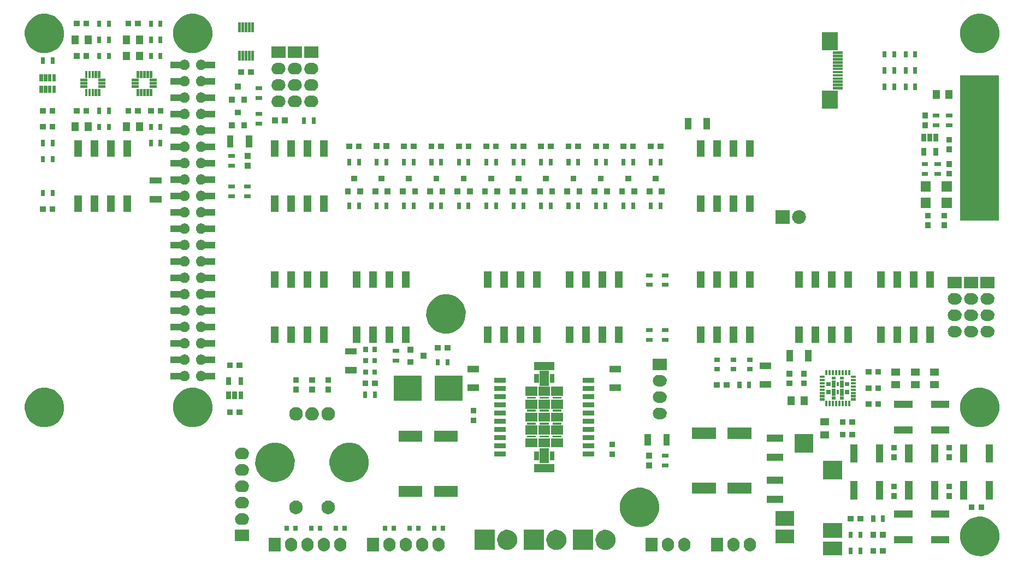
<source format=gts>
G04 #@! TF.FileFunction,Soldermask,Top*
%FSLAX46Y46*%
G04 Gerber Fmt 4.6, Leading zero omitted, Abs format (unit mm)*
G04 Created by KiCad (PCBNEW 4.0.2-stable) date Tuesday, August 23, 2016 'PMt' 07:55:18 PM*
%MOMM*%
G01*
G04 APERTURE LIST*
%ADD10C,0.100000*%
G04 APERTURE END LIST*
D10*
G36*
X148820457Y6548970D02*
X149406573Y6428658D01*
X149958152Y6196795D01*
X150454195Y5862210D01*
X150875796Y5437655D01*
X151206909Y4939290D01*
X151434916Y4386104D01*
X151551080Y3799430D01*
X151551080Y3799419D01*
X151551130Y3799166D01*
X151541588Y3115758D01*
X151541530Y3115503D01*
X151541530Y3115493D01*
X151409031Y2532297D01*
X151165666Y1985690D01*
X150820769Y1496766D01*
X150387474Y1084145D01*
X149882282Y763541D01*
X149324445Y547171D01*
X148735205Y443272D01*
X148136999Y455802D01*
X147552626Y584286D01*
X147004336Y823827D01*
X146513019Y1165301D01*
X146097382Y1595706D01*
X145773257Y2098648D01*
X145552999Y2654957D01*
X145444988Y3243467D01*
X145453341Y3841735D01*
X145577742Y4426995D01*
X145813452Y4976945D01*
X146151489Y5470636D01*
X146578981Y5889268D01*
X147079640Y6216890D01*
X147634409Y6441031D01*
X148222142Y6553147D01*
X148820457Y6548970D01*
X148820457Y6548970D01*
G37*
G36*
X127151000Y549000D02*
X124249000Y549000D01*
X124249000Y2651000D01*
X127151000Y2651000D01*
X127151000Y549000D01*
X127151000Y549000D01*
G37*
G36*
X130301000Y749000D02*
X129699000Y749000D01*
X129699000Y1751000D01*
X130301000Y1751000D01*
X130301000Y749000D01*
X130301000Y749000D01*
G37*
G36*
X128801000Y749000D02*
X128199000Y749000D01*
X128199000Y1751000D01*
X128801000Y1751000D01*
X128801000Y749000D01*
X128801000Y749000D01*
G37*
G36*
X133949080Y800220D02*
X133049520Y800220D01*
X133049520Y1699780D01*
X133949080Y1699780D01*
X133949080Y800220D01*
X133949080Y800220D01*
G37*
G36*
X132450480Y800220D02*
X131550920Y800220D01*
X131550920Y1699780D01*
X132450480Y1699780D01*
X132450480Y800220D01*
X132450480Y800220D01*
G37*
G36*
X100348868Y3283488D02*
X100348873Y3283486D01*
X100348906Y3283483D01*
X100519422Y3230699D01*
X100676438Y3145801D01*
X100813973Y3032021D01*
X100926790Y2893695D01*
X101010590Y2736090D01*
X101062182Y2565210D01*
X101079600Y2387563D01*
X101079600Y2072437D01*
X101079511Y2059667D01*
X101059614Y1882281D01*
X101005641Y1712138D01*
X100919649Y1555718D01*
X100804912Y1418980D01*
X100665801Y1307132D01*
X100507615Y1224435D01*
X100336379Y1174037D01*
X100336348Y1174034D01*
X100336344Y1174033D01*
X100158613Y1157858D01*
X99981132Y1176512D01*
X99981127Y1176514D01*
X99981094Y1176517D01*
X99810578Y1229301D01*
X99653562Y1314199D01*
X99516027Y1427979D01*
X99403210Y1566305D01*
X99319410Y1723910D01*
X99267818Y1894790D01*
X99250400Y2072437D01*
X99250400Y2387563D01*
X99250489Y2400333D01*
X99270386Y2577719D01*
X99324359Y2747862D01*
X99410351Y2904282D01*
X99525088Y3041020D01*
X99664199Y3152868D01*
X99822385Y3235565D01*
X99993621Y3285963D01*
X99993652Y3285966D01*
X99993656Y3285967D01*
X100171387Y3302142D01*
X100348868Y3283488D01*
X100348868Y3283488D01*
G37*
G36*
X64788868Y3283488D02*
X64788873Y3283486D01*
X64788906Y3283483D01*
X64959422Y3230699D01*
X65116438Y3145801D01*
X65253973Y3032021D01*
X65366790Y2893695D01*
X65450590Y2736090D01*
X65502182Y2565210D01*
X65519600Y2387563D01*
X65519600Y2072437D01*
X65519511Y2059667D01*
X65499614Y1882281D01*
X65445641Y1712138D01*
X65359649Y1555718D01*
X65244912Y1418980D01*
X65105801Y1307132D01*
X64947615Y1224435D01*
X64776379Y1174037D01*
X64776348Y1174034D01*
X64776344Y1174033D01*
X64598613Y1157858D01*
X64421132Y1176512D01*
X64421127Y1176514D01*
X64421094Y1176517D01*
X64250578Y1229301D01*
X64093562Y1314199D01*
X63956027Y1427979D01*
X63843210Y1566305D01*
X63759410Y1723910D01*
X63707818Y1894790D01*
X63690400Y2072437D01*
X63690400Y2387563D01*
X63690489Y2400333D01*
X63710386Y2577719D01*
X63764359Y2747862D01*
X63850351Y2904282D01*
X63965088Y3041020D01*
X64104199Y3152868D01*
X64262385Y3235565D01*
X64433621Y3285963D01*
X64433652Y3285966D01*
X64433656Y3285967D01*
X64611387Y3302142D01*
X64788868Y3283488D01*
X64788868Y3283488D01*
G37*
G36*
X62248868Y3283488D02*
X62248873Y3283486D01*
X62248906Y3283483D01*
X62419422Y3230699D01*
X62576438Y3145801D01*
X62713973Y3032021D01*
X62826790Y2893695D01*
X62910590Y2736090D01*
X62962182Y2565210D01*
X62979600Y2387563D01*
X62979600Y2072437D01*
X62979511Y2059667D01*
X62959614Y1882281D01*
X62905641Y1712138D01*
X62819649Y1555718D01*
X62704912Y1418980D01*
X62565801Y1307132D01*
X62407615Y1224435D01*
X62236379Y1174037D01*
X62236348Y1174034D01*
X62236344Y1174033D01*
X62058613Y1157858D01*
X61881132Y1176512D01*
X61881127Y1176514D01*
X61881094Y1176517D01*
X61710578Y1229301D01*
X61553562Y1314199D01*
X61416027Y1427979D01*
X61303210Y1566305D01*
X61219410Y1723910D01*
X61167818Y1894790D01*
X61150400Y2072437D01*
X61150400Y2387563D01*
X61150489Y2400333D01*
X61170386Y2577719D01*
X61224359Y2747862D01*
X61310351Y2904282D01*
X61425088Y3041020D01*
X61564199Y3152868D01*
X61722385Y3235565D01*
X61893621Y3285963D01*
X61893652Y3285966D01*
X61893656Y3285967D01*
X62071387Y3302142D01*
X62248868Y3283488D01*
X62248868Y3283488D01*
G37*
G36*
X59708868Y3283488D02*
X59708873Y3283486D01*
X59708906Y3283483D01*
X59879422Y3230699D01*
X60036438Y3145801D01*
X60173973Y3032021D01*
X60286790Y2893695D01*
X60370590Y2736090D01*
X60422182Y2565210D01*
X60439600Y2387563D01*
X60439600Y2072437D01*
X60439511Y2059667D01*
X60419614Y1882281D01*
X60365641Y1712138D01*
X60279649Y1555718D01*
X60164912Y1418980D01*
X60025801Y1307132D01*
X59867615Y1224435D01*
X59696379Y1174037D01*
X59696348Y1174034D01*
X59696344Y1174033D01*
X59518613Y1157858D01*
X59341132Y1176512D01*
X59341127Y1176514D01*
X59341094Y1176517D01*
X59170578Y1229301D01*
X59013562Y1314199D01*
X58876027Y1427979D01*
X58763210Y1566305D01*
X58679410Y1723910D01*
X58627818Y1894790D01*
X58610400Y2072437D01*
X58610400Y2387563D01*
X58610489Y2400333D01*
X58630386Y2577719D01*
X58684359Y2747862D01*
X58770351Y2904282D01*
X58885088Y3041020D01*
X59024199Y3152868D01*
X59182385Y3235565D01*
X59353621Y3285963D01*
X59353652Y3285966D01*
X59353656Y3285967D01*
X59531387Y3302142D01*
X59708868Y3283488D01*
X59708868Y3283488D01*
G37*
G36*
X57168868Y3283488D02*
X57168873Y3283486D01*
X57168906Y3283483D01*
X57339422Y3230699D01*
X57496438Y3145801D01*
X57633973Y3032021D01*
X57746790Y2893695D01*
X57830590Y2736090D01*
X57882182Y2565210D01*
X57899600Y2387563D01*
X57899600Y2072437D01*
X57899511Y2059667D01*
X57879614Y1882281D01*
X57825641Y1712138D01*
X57739649Y1555718D01*
X57624912Y1418980D01*
X57485801Y1307132D01*
X57327615Y1224435D01*
X57156379Y1174037D01*
X57156348Y1174034D01*
X57156344Y1174033D01*
X56978613Y1157858D01*
X56801132Y1176512D01*
X56801127Y1176514D01*
X56801094Y1176517D01*
X56630578Y1229301D01*
X56473562Y1314199D01*
X56336027Y1427979D01*
X56223210Y1566305D01*
X56139410Y1723910D01*
X56087818Y1894790D01*
X56070400Y2072437D01*
X56070400Y2387563D01*
X56070489Y2400333D01*
X56090386Y2577719D01*
X56144359Y2747862D01*
X56230351Y2904282D01*
X56345088Y3041020D01*
X56484199Y3152868D01*
X56642385Y3235565D01*
X56813621Y3285963D01*
X56813652Y3285966D01*
X56813656Y3285967D01*
X56991387Y3302142D01*
X57168868Y3283488D01*
X57168868Y3283488D01*
G37*
G36*
X49548868Y3283488D02*
X49548873Y3283486D01*
X49548906Y3283483D01*
X49719422Y3230699D01*
X49876438Y3145801D01*
X50013973Y3032021D01*
X50126790Y2893695D01*
X50210590Y2736090D01*
X50262182Y2565210D01*
X50279600Y2387563D01*
X50279600Y2072437D01*
X50279511Y2059667D01*
X50259614Y1882281D01*
X50205641Y1712138D01*
X50119649Y1555718D01*
X50004912Y1418980D01*
X49865801Y1307132D01*
X49707615Y1224435D01*
X49536379Y1174037D01*
X49536348Y1174034D01*
X49536344Y1174033D01*
X49358613Y1157858D01*
X49181132Y1176512D01*
X49181127Y1176514D01*
X49181094Y1176517D01*
X49010578Y1229301D01*
X48853562Y1314199D01*
X48716027Y1427979D01*
X48603210Y1566305D01*
X48519410Y1723910D01*
X48467818Y1894790D01*
X48450400Y2072437D01*
X48450400Y2387563D01*
X48450489Y2400333D01*
X48470386Y2577719D01*
X48524359Y2747862D01*
X48610351Y2904282D01*
X48725088Y3041020D01*
X48864199Y3152868D01*
X49022385Y3235565D01*
X49193621Y3285963D01*
X49193652Y3285966D01*
X49193656Y3285967D01*
X49371387Y3302142D01*
X49548868Y3283488D01*
X49548868Y3283488D01*
G37*
G36*
X47008868Y3283488D02*
X47008873Y3283486D01*
X47008906Y3283483D01*
X47179422Y3230699D01*
X47336438Y3145801D01*
X47473973Y3032021D01*
X47586790Y2893695D01*
X47670590Y2736090D01*
X47722182Y2565210D01*
X47739600Y2387563D01*
X47739600Y2072437D01*
X47739511Y2059667D01*
X47719614Y1882281D01*
X47665641Y1712138D01*
X47579649Y1555718D01*
X47464912Y1418980D01*
X47325801Y1307132D01*
X47167615Y1224435D01*
X46996379Y1174037D01*
X46996348Y1174034D01*
X46996344Y1174033D01*
X46818613Y1157858D01*
X46641132Y1176512D01*
X46641127Y1176514D01*
X46641094Y1176517D01*
X46470578Y1229301D01*
X46313562Y1314199D01*
X46176027Y1427979D01*
X46063210Y1566305D01*
X45979410Y1723910D01*
X45927818Y1894790D01*
X45910400Y2072437D01*
X45910400Y2387563D01*
X45910489Y2400333D01*
X45930386Y2577719D01*
X45984359Y2747862D01*
X46070351Y2904282D01*
X46185088Y3041020D01*
X46324199Y3152868D01*
X46482385Y3235565D01*
X46653621Y3285963D01*
X46653652Y3285966D01*
X46653656Y3285967D01*
X46831387Y3302142D01*
X47008868Y3283488D01*
X47008868Y3283488D01*
G37*
G36*
X44468868Y3283488D02*
X44468873Y3283486D01*
X44468906Y3283483D01*
X44639422Y3230699D01*
X44796438Y3145801D01*
X44933973Y3032021D01*
X45046790Y2893695D01*
X45130590Y2736090D01*
X45182182Y2565210D01*
X45199600Y2387563D01*
X45199600Y2072437D01*
X45199511Y2059667D01*
X45179614Y1882281D01*
X45125641Y1712138D01*
X45039649Y1555718D01*
X44924912Y1418980D01*
X44785801Y1307132D01*
X44627615Y1224435D01*
X44456379Y1174037D01*
X44456348Y1174034D01*
X44456344Y1174033D01*
X44278613Y1157858D01*
X44101132Y1176512D01*
X44101127Y1176514D01*
X44101094Y1176517D01*
X43930578Y1229301D01*
X43773562Y1314199D01*
X43636027Y1427979D01*
X43523210Y1566305D01*
X43439410Y1723910D01*
X43387818Y1894790D01*
X43370400Y2072437D01*
X43370400Y2387563D01*
X43370489Y2400333D01*
X43390386Y2577719D01*
X43444359Y2747862D01*
X43530351Y2904282D01*
X43645088Y3041020D01*
X43784199Y3152868D01*
X43942385Y3235565D01*
X44113621Y3285963D01*
X44113652Y3285966D01*
X44113656Y3285967D01*
X44291387Y3302142D01*
X44468868Y3283488D01*
X44468868Y3283488D01*
G37*
G36*
X41928868Y3283488D02*
X41928873Y3283486D01*
X41928906Y3283483D01*
X42099422Y3230699D01*
X42256438Y3145801D01*
X42393973Y3032021D01*
X42506790Y2893695D01*
X42590590Y2736090D01*
X42642182Y2565210D01*
X42659600Y2387563D01*
X42659600Y2072437D01*
X42659511Y2059667D01*
X42639614Y1882281D01*
X42585641Y1712138D01*
X42499649Y1555718D01*
X42384912Y1418980D01*
X42245801Y1307132D01*
X42087615Y1224435D01*
X41916379Y1174037D01*
X41916348Y1174034D01*
X41916344Y1174033D01*
X41738613Y1157858D01*
X41561132Y1176512D01*
X41561127Y1176514D01*
X41561094Y1176517D01*
X41390578Y1229301D01*
X41233562Y1314199D01*
X41096027Y1427979D01*
X40983210Y1566305D01*
X40899410Y1723910D01*
X40847818Y1894790D01*
X40830400Y2072437D01*
X40830400Y2387563D01*
X40830489Y2400333D01*
X40850386Y2577719D01*
X40904359Y2747862D01*
X40990351Y2904282D01*
X41105088Y3041020D01*
X41244199Y3152868D01*
X41402385Y3235565D01*
X41573621Y3285963D01*
X41573652Y3285966D01*
X41573656Y3285967D01*
X41751387Y3302142D01*
X41928868Y3283488D01*
X41928868Y3283488D01*
G37*
G36*
X102888868Y3283488D02*
X102888873Y3283486D01*
X102888906Y3283483D01*
X103059422Y3230699D01*
X103216438Y3145801D01*
X103353973Y3032021D01*
X103466790Y2893695D01*
X103550590Y2736090D01*
X103602182Y2565210D01*
X103619600Y2387563D01*
X103619600Y2072437D01*
X103619511Y2059667D01*
X103599614Y1882281D01*
X103545641Y1712138D01*
X103459649Y1555718D01*
X103344912Y1418980D01*
X103205801Y1307132D01*
X103047615Y1224435D01*
X102876379Y1174037D01*
X102876348Y1174034D01*
X102876344Y1174033D01*
X102698613Y1157858D01*
X102521132Y1176512D01*
X102521127Y1176514D01*
X102521094Y1176517D01*
X102350578Y1229301D01*
X102193562Y1314199D01*
X102056027Y1427979D01*
X101943210Y1566305D01*
X101859410Y1723910D01*
X101807818Y1894790D01*
X101790400Y2072437D01*
X101790400Y2387563D01*
X101790489Y2400333D01*
X101810386Y2577719D01*
X101864359Y2747862D01*
X101950351Y2904282D01*
X102065088Y3041020D01*
X102204199Y3152868D01*
X102362385Y3235565D01*
X102533621Y3285963D01*
X102533652Y3285966D01*
X102533656Y3285967D01*
X102711387Y3302142D01*
X102888868Y3283488D01*
X102888868Y3283488D01*
G37*
G36*
X110508868Y3283488D02*
X110508873Y3283486D01*
X110508906Y3283483D01*
X110679422Y3230699D01*
X110836438Y3145801D01*
X110973973Y3032021D01*
X111086790Y2893695D01*
X111170590Y2736090D01*
X111222182Y2565210D01*
X111239600Y2387563D01*
X111239600Y2072437D01*
X111239511Y2059667D01*
X111219614Y1882281D01*
X111165641Y1712138D01*
X111079649Y1555718D01*
X110964912Y1418980D01*
X110825801Y1307132D01*
X110667615Y1224435D01*
X110496379Y1174037D01*
X110496348Y1174034D01*
X110496344Y1174033D01*
X110318613Y1157858D01*
X110141132Y1176512D01*
X110141127Y1176514D01*
X110141094Y1176517D01*
X109970578Y1229301D01*
X109813562Y1314199D01*
X109676027Y1427979D01*
X109563210Y1566305D01*
X109479410Y1723910D01*
X109427818Y1894790D01*
X109410400Y2072437D01*
X109410400Y2387563D01*
X109410489Y2400333D01*
X109430386Y2577719D01*
X109484359Y2747862D01*
X109570351Y2904282D01*
X109685088Y3041020D01*
X109824199Y3152868D01*
X109982385Y3235565D01*
X110153621Y3285963D01*
X110153652Y3285966D01*
X110153656Y3285967D01*
X110331387Y3302142D01*
X110508868Y3283488D01*
X110508868Y3283488D01*
G37*
G36*
X113048868Y3283488D02*
X113048873Y3283486D01*
X113048906Y3283483D01*
X113219422Y3230699D01*
X113376438Y3145801D01*
X113513973Y3032021D01*
X113626790Y2893695D01*
X113710590Y2736090D01*
X113762182Y2565210D01*
X113779600Y2387563D01*
X113779600Y2072437D01*
X113779511Y2059667D01*
X113759614Y1882281D01*
X113705641Y1712138D01*
X113619649Y1555718D01*
X113504912Y1418980D01*
X113365801Y1307132D01*
X113207615Y1224435D01*
X113036379Y1174037D01*
X113036348Y1174034D01*
X113036344Y1174033D01*
X112858613Y1157858D01*
X112681132Y1176512D01*
X112681127Y1176514D01*
X112681094Y1176517D01*
X112510578Y1229301D01*
X112353562Y1314199D01*
X112216027Y1427979D01*
X112103210Y1566305D01*
X112019410Y1723910D01*
X111967818Y1894790D01*
X111950400Y2072437D01*
X111950400Y2387563D01*
X111950489Y2400333D01*
X111970386Y2577719D01*
X112024359Y2747862D01*
X112110351Y2904282D01*
X112225088Y3041020D01*
X112364199Y3152868D01*
X112522385Y3235565D01*
X112693621Y3285963D01*
X112693652Y3285966D01*
X112693656Y3285967D01*
X112871387Y3302142D01*
X113048868Y3283488D01*
X113048868Y3283488D01*
G37*
G36*
X40119600Y1163000D02*
X38290400Y1163000D01*
X38290400Y3297000D01*
X40119600Y3297000D01*
X40119600Y1163000D01*
X40119600Y1163000D01*
G37*
G36*
X98539600Y1163000D02*
X96710400Y1163000D01*
X96710400Y3297000D01*
X98539600Y3297000D01*
X98539600Y1163000D01*
X98539600Y1163000D01*
G37*
G36*
X108699600Y1163000D02*
X106870400Y1163000D01*
X106870400Y3297000D01*
X108699600Y3297000D01*
X108699600Y1163000D01*
X108699600Y1163000D01*
G37*
G36*
X55359600Y1163000D02*
X53530400Y1163000D01*
X53530400Y3297000D01*
X55359600Y3297000D01*
X55359600Y1163000D01*
X55359600Y1163000D01*
G37*
G36*
X75556834Y4506832D02*
X75556844Y4506829D01*
X75556872Y4506826D01*
X75846037Y4417315D01*
X76112308Y4273342D01*
X76345544Y4080393D01*
X76536861Y3845815D01*
X76678971Y3578545D01*
X76766461Y3288762D01*
X76796000Y2987505D01*
X76796000Y2972495D01*
X76795849Y2950840D01*
X76762107Y2650024D01*
X76670579Y2361491D01*
X76524751Y2096231D01*
X76330178Y1864348D01*
X76094271Y1674674D01*
X75826015Y1534433D01*
X75535628Y1448967D01*
X75535598Y1448964D01*
X75535594Y1448963D01*
X75234170Y1421532D01*
X74933166Y1453168D01*
X74933156Y1453171D01*
X74933128Y1453174D01*
X74643963Y1542685D01*
X74377692Y1686658D01*
X74144456Y1879607D01*
X73953139Y2114185D01*
X73811029Y2381455D01*
X73723539Y2671238D01*
X73694000Y2972495D01*
X73694000Y2987505D01*
X73694151Y3009160D01*
X73727893Y3309976D01*
X73819421Y3598509D01*
X73965249Y3863769D01*
X74159822Y4095652D01*
X74395729Y4285326D01*
X74663985Y4425567D01*
X74954372Y4511033D01*
X74954402Y4511036D01*
X74954406Y4511037D01*
X75255830Y4538468D01*
X75556834Y4506832D01*
X75556834Y4506832D01*
G37*
G36*
X83176834Y4506832D02*
X83176844Y4506829D01*
X83176872Y4506826D01*
X83466037Y4417315D01*
X83732308Y4273342D01*
X83965544Y4080393D01*
X84156861Y3845815D01*
X84298971Y3578545D01*
X84386461Y3288762D01*
X84416000Y2987505D01*
X84416000Y2972495D01*
X84415849Y2950840D01*
X84382107Y2650024D01*
X84290579Y2361491D01*
X84144751Y2096231D01*
X83950178Y1864348D01*
X83714271Y1674674D01*
X83446015Y1534433D01*
X83155628Y1448967D01*
X83155598Y1448964D01*
X83155594Y1448963D01*
X82854170Y1421532D01*
X82553166Y1453168D01*
X82553156Y1453171D01*
X82553128Y1453174D01*
X82263963Y1542685D01*
X81997692Y1686658D01*
X81764456Y1879607D01*
X81573139Y2114185D01*
X81431029Y2381455D01*
X81343539Y2671238D01*
X81314000Y2972495D01*
X81314000Y2987505D01*
X81314151Y3009160D01*
X81347893Y3309976D01*
X81439421Y3598509D01*
X81585249Y3863769D01*
X81779822Y4095652D01*
X82015729Y4285326D01*
X82283985Y4425567D01*
X82574372Y4511033D01*
X82574402Y4511036D01*
X82574406Y4511037D01*
X82875830Y4538468D01*
X83176834Y4506832D01*
X83176834Y4506832D01*
G37*
G36*
X90796834Y4506832D02*
X90796844Y4506829D01*
X90796872Y4506826D01*
X91086037Y4417315D01*
X91352308Y4273342D01*
X91585544Y4080393D01*
X91776861Y3845815D01*
X91918971Y3578545D01*
X92006461Y3288762D01*
X92036000Y2987505D01*
X92036000Y2972495D01*
X92035849Y2950840D01*
X92002107Y2650024D01*
X91910579Y2361491D01*
X91764751Y2096231D01*
X91570178Y1864348D01*
X91334271Y1674674D01*
X91066015Y1534433D01*
X90775628Y1448967D01*
X90775598Y1448964D01*
X90775594Y1448963D01*
X90474170Y1421532D01*
X90173166Y1453168D01*
X90173156Y1453171D01*
X90173128Y1453174D01*
X89883963Y1542685D01*
X89617692Y1686658D01*
X89384456Y1879607D01*
X89193139Y2114185D01*
X89051029Y2381455D01*
X88963539Y2671238D01*
X88934000Y2972495D01*
X88934000Y2987505D01*
X88934151Y3009160D01*
X88967893Y3309976D01*
X89059421Y3598509D01*
X89205249Y3863769D01*
X89399822Y4095652D01*
X89635729Y4285326D01*
X89903985Y4425567D01*
X90194372Y4511033D01*
X90194402Y4511036D01*
X90194406Y4511037D01*
X90495830Y4538468D01*
X90796834Y4506832D01*
X90796834Y4506832D01*
G37*
G36*
X80916000Y1429000D02*
X77814000Y1429000D01*
X77814000Y4531000D01*
X80916000Y4531000D01*
X80916000Y1429000D01*
X80916000Y1429000D01*
G37*
G36*
X73296000Y1429000D02*
X70194000Y1429000D01*
X70194000Y4531000D01*
X73296000Y4531000D01*
X73296000Y1429000D01*
X73296000Y1429000D01*
G37*
G36*
X88536000Y1429000D02*
X85434000Y1429000D01*
X85434000Y4531000D01*
X88536000Y4531000D01*
X88536000Y1429000D01*
X88536000Y1429000D01*
G37*
G36*
X143801000Y2449000D02*
X140949000Y2449000D01*
X140949000Y3551000D01*
X143801000Y3551000D01*
X143801000Y2449000D01*
X143801000Y2449000D01*
G37*
G36*
X138051000Y2449000D02*
X135199000Y2449000D01*
X135199000Y3551000D01*
X138051000Y3551000D01*
X138051000Y2449000D01*
X138051000Y2449000D01*
G37*
G36*
X119751000Y2449000D02*
X116849000Y2449000D01*
X116849000Y4551000D01*
X119751000Y4551000D01*
X119751000Y2449000D01*
X119751000Y2449000D01*
G37*
G36*
X35192000Y2735400D02*
X33058000Y2735400D01*
X33058000Y4564600D01*
X35192000Y4564600D01*
X35192000Y2735400D01*
X35192000Y2735400D01*
G37*
G36*
X127151000Y3249000D02*
X124249000Y3249000D01*
X124249000Y5551000D01*
X127151000Y5551000D01*
X127151000Y3249000D01*
X127151000Y3249000D01*
G37*
G36*
X130301000Y3249000D02*
X129699000Y3249000D01*
X129699000Y4251000D01*
X130301000Y4251000D01*
X130301000Y3249000D01*
X130301000Y3249000D01*
G37*
G36*
X128801000Y3249000D02*
X128199000Y3249000D01*
X128199000Y4251000D01*
X128801000Y4251000D01*
X128801000Y3249000D01*
X128801000Y3249000D01*
G37*
G36*
X132451000Y3324000D02*
X131549000Y3324000D01*
X131549000Y4176000D01*
X132451000Y4176000D01*
X132451000Y3324000D01*
X132451000Y3324000D01*
G37*
G36*
X133951000Y3324000D02*
X133049000Y3324000D01*
X133049000Y4176000D01*
X133951000Y4176000D01*
X133951000Y3324000D01*
X133951000Y3324000D01*
G37*
G36*
X50416000Y4369000D02*
X49714000Y4369000D01*
X49714000Y5171000D01*
X50416000Y5171000D01*
X50416000Y4369000D01*
X50416000Y4369000D01*
G37*
G36*
X49016000Y4369000D02*
X48314000Y4369000D01*
X48314000Y5171000D01*
X49016000Y5171000D01*
X49016000Y4369000D01*
X49016000Y4369000D01*
G37*
G36*
X46606000Y4369000D02*
X45904000Y4369000D01*
X45904000Y5171000D01*
X46606000Y5171000D01*
X46606000Y4369000D01*
X46606000Y4369000D01*
G37*
G36*
X45206000Y4369000D02*
X44504000Y4369000D01*
X44504000Y5171000D01*
X45206000Y5171000D01*
X45206000Y4369000D01*
X45206000Y4369000D01*
G37*
G36*
X58036000Y4369000D02*
X57334000Y4369000D01*
X57334000Y5171000D01*
X58036000Y5171000D01*
X58036000Y4369000D01*
X58036000Y4369000D01*
G37*
G36*
X56636000Y4369000D02*
X55934000Y4369000D01*
X55934000Y5171000D01*
X56636000Y5171000D01*
X56636000Y4369000D01*
X56636000Y4369000D01*
G37*
G36*
X41396000Y4369000D02*
X40694000Y4369000D01*
X40694000Y5171000D01*
X41396000Y5171000D01*
X41396000Y4369000D01*
X41396000Y4369000D01*
G37*
G36*
X42796000Y4369000D02*
X42094000Y4369000D01*
X42094000Y5171000D01*
X42796000Y5171000D01*
X42796000Y4369000D01*
X42796000Y4369000D01*
G37*
G36*
X64256000Y4369000D02*
X63554000Y4369000D01*
X63554000Y5171000D01*
X64256000Y5171000D01*
X64256000Y4369000D01*
X64256000Y4369000D01*
G37*
G36*
X65656000Y4369000D02*
X64954000Y4369000D01*
X64954000Y5171000D01*
X65656000Y5171000D01*
X65656000Y4369000D01*
X65656000Y4369000D01*
G37*
G36*
X61846000Y4369000D02*
X61144000Y4369000D01*
X61144000Y5171000D01*
X61846000Y5171000D01*
X61846000Y4369000D01*
X61846000Y4369000D01*
G37*
G36*
X60446000Y4369000D02*
X59744000Y4369000D01*
X59744000Y5171000D01*
X60446000Y5171000D01*
X60446000Y4369000D01*
X60446000Y4369000D01*
G37*
G36*
X96070457Y11048970D02*
X96656573Y10928658D01*
X97208152Y10696795D01*
X97704195Y10362210D01*
X98125796Y9937655D01*
X98456909Y9439290D01*
X98684916Y8886104D01*
X98801080Y8299430D01*
X98801080Y8299419D01*
X98801130Y8299166D01*
X98791588Y7615758D01*
X98791530Y7615503D01*
X98791530Y7615493D01*
X98659031Y7032297D01*
X98415666Y6485690D01*
X98070769Y5996766D01*
X97637474Y5584145D01*
X97132282Y5263541D01*
X96574445Y5047171D01*
X95985205Y4943272D01*
X95386999Y4955802D01*
X94802626Y5084286D01*
X94254336Y5323827D01*
X93763019Y5665301D01*
X93347382Y6095706D01*
X93023257Y6598648D01*
X92802999Y7154957D01*
X92694988Y7743467D01*
X92703341Y8341735D01*
X92827742Y8926995D01*
X93063452Y9476945D01*
X93401489Y9970636D01*
X93828981Y10389268D01*
X94329640Y10716890D01*
X94884409Y10941031D01*
X95472142Y11053147D01*
X96070457Y11048970D01*
X96070457Y11048970D01*
G37*
G36*
X119751000Y5149000D02*
X116849000Y5149000D01*
X116849000Y7451000D01*
X119751000Y7451000D01*
X119751000Y5149000D01*
X119751000Y5149000D01*
G37*
G36*
X34293769Y7104522D02*
X34293770Y7104522D01*
X34295333Y7104511D01*
X34472719Y7084614D01*
X34642862Y7030641D01*
X34799282Y6944649D01*
X34936020Y6829912D01*
X35047868Y6690801D01*
X35130565Y6532615D01*
X35180963Y6361379D01*
X35180966Y6361348D01*
X35180967Y6361344D01*
X35197142Y6183613D01*
X35178488Y6006132D01*
X35178486Y6006127D01*
X35178483Y6006094D01*
X35125699Y5835578D01*
X35040801Y5678562D01*
X34927021Y5541027D01*
X34788695Y5428210D01*
X34631090Y5344410D01*
X34460210Y5292818D01*
X34282563Y5275400D01*
X33967377Y5275400D01*
X33956231Y5275478D01*
X33956230Y5275478D01*
X33954667Y5275489D01*
X33777281Y5295386D01*
X33607138Y5349359D01*
X33450718Y5435351D01*
X33313980Y5550088D01*
X33202132Y5689199D01*
X33119435Y5847385D01*
X33069037Y6018621D01*
X33069034Y6018652D01*
X33069033Y6018656D01*
X33052858Y6196387D01*
X33071512Y6373868D01*
X33071514Y6373873D01*
X33071517Y6373906D01*
X33124301Y6544422D01*
X33209199Y6701438D01*
X33322979Y6838973D01*
X33461305Y6951790D01*
X33618910Y7035590D01*
X33789790Y7087182D01*
X33967437Y7104600D01*
X34282623Y7104600D01*
X34293769Y7104522D01*
X34293769Y7104522D01*
G37*
G36*
X133801000Y5749000D02*
X133199000Y5749000D01*
X133199000Y6751000D01*
X133801000Y6751000D01*
X133801000Y5749000D01*
X133801000Y5749000D01*
G37*
G36*
X132301000Y5749000D02*
X131699000Y5749000D01*
X131699000Y6751000D01*
X132301000Y6751000D01*
X132301000Y5749000D01*
X132301000Y5749000D01*
G37*
G36*
X128951000Y5824000D02*
X128049000Y5824000D01*
X128049000Y6676000D01*
X128951000Y6676000D01*
X128951000Y5824000D01*
X128951000Y5824000D01*
G37*
G36*
X130451000Y5824000D02*
X129549000Y5824000D01*
X129549000Y6676000D01*
X130451000Y6676000D01*
X130451000Y5824000D01*
X130451000Y5824000D01*
G37*
G36*
X143801000Y6449000D02*
X140949000Y6449000D01*
X140949000Y7551000D01*
X143801000Y7551000D01*
X143801000Y6449000D01*
X143801000Y6449000D01*
G37*
G36*
X138051000Y6449000D02*
X135199000Y6449000D01*
X135199000Y7551000D01*
X138051000Y7551000D01*
X138051000Y6449000D01*
X138051000Y6449000D01*
G37*
G36*
X47610389Y9050302D02*
X47812295Y9008857D01*
X48002301Y8928986D01*
X48173178Y8813727D01*
X48318407Y8667481D01*
X48432470Y8495802D01*
X48511013Y8305244D01*
X48550994Y8103320D01*
X48550994Y8103314D01*
X48551045Y8103056D01*
X48547757Y7867637D01*
X48547700Y7867387D01*
X48547700Y7867373D01*
X48502097Y7666649D01*
X48418262Y7478353D01*
X48299453Y7309930D01*
X48150193Y7167792D01*
X47976163Y7057349D01*
X47784005Y6982817D01*
X47581025Y6947026D01*
X47374953Y6951342D01*
X47173650Y6995602D01*
X46984776Y7078118D01*
X46815530Y7195747D01*
X46672352Y7344013D01*
X46560697Y7517267D01*
X46484825Y7708899D01*
X46447617Y7911633D01*
X46450494Y8117718D01*
X46493348Y8319329D01*
X46574545Y8508775D01*
X46690991Y8678841D01*
X46838253Y8823050D01*
X47010715Y8935907D01*
X47201824Y9013120D01*
X47404284Y9051741D01*
X47610389Y9050302D01*
X47610389Y9050302D01*
G37*
G36*
X42610389Y9050302D02*
X42812295Y9008857D01*
X43002301Y8928986D01*
X43173178Y8813727D01*
X43318407Y8667481D01*
X43432470Y8495802D01*
X43511013Y8305244D01*
X43550994Y8103320D01*
X43550994Y8103314D01*
X43551045Y8103056D01*
X43547757Y7867637D01*
X43547700Y7867387D01*
X43547700Y7867373D01*
X43502097Y7666649D01*
X43418262Y7478353D01*
X43299453Y7309930D01*
X43150193Y7167792D01*
X42976163Y7057349D01*
X42784005Y6982817D01*
X42581025Y6947026D01*
X42374953Y6951342D01*
X42173650Y6995602D01*
X41984776Y7078118D01*
X41815530Y7195747D01*
X41672352Y7344013D01*
X41560697Y7517267D01*
X41484825Y7708899D01*
X41447617Y7911633D01*
X41450494Y8117718D01*
X41493348Y8319329D01*
X41574545Y8508775D01*
X41690991Y8678841D01*
X41838253Y8823050D01*
X42010715Y8935907D01*
X42201824Y9013120D01*
X42404284Y9051741D01*
X42610389Y9050302D01*
X42610389Y9050302D01*
G37*
G36*
X149201000Y7574000D02*
X148299000Y7574000D01*
X148299000Y8426000D01*
X149201000Y8426000D01*
X149201000Y7574000D01*
X149201000Y7574000D01*
G37*
G36*
X147701000Y7574000D02*
X146799000Y7574000D01*
X146799000Y8426000D01*
X147701000Y8426000D01*
X147701000Y7574000D01*
X147701000Y7574000D01*
G37*
G36*
X34293769Y9644522D02*
X34293770Y9644522D01*
X34295333Y9644511D01*
X34472719Y9624614D01*
X34642862Y9570641D01*
X34799282Y9484649D01*
X34936020Y9369912D01*
X35047868Y9230801D01*
X35130565Y9072615D01*
X35180963Y8901379D01*
X35180966Y8901348D01*
X35180967Y8901344D01*
X35197142Y8723613D01*
X35178488Y8546132D01*
X35178486Y8546127D01*
X35178483Y8546094D01*
X35125699Y8375578D01*
X35040801Y8218562D01*
X34927021Y8081027D01*
X34788695Y7968210D01*
X34631090Y7884410D01*
X34460210Y7832818D01*
X34282563Y7815400D01*
X33967377Y7815400D01*
X33956231Y7815478D01*
X33956230Y7815478D01*
X33954667Y7815489D01*
X33777281Y7835386D01*
X33607138Y7889359D01*
X33450718Y7975351D01*
X33313980Y8090088D01*
X33202132Y8229199D01*
X33119435Y8387385D01*
X33069037Y8558621D01*
X33069034Y8558652D01*
X33069033Y8558656D01*
X33052858Y8736387D01*
X33071512Y8913868D01*
X33071514Y8913873D01*
X33071517Y8913906D01*
X33124301Y9084422D01*
X33209199Y9241438D01*
X33322979Y9378973D01*
X33461305Y9491790D01*
X33618910Y9575590D01*
X33789790Y9627182D01*
X33967437Y9644600D01*
X34282623Y9644600D01*
X34293769Y9644522D01*
X34293769Y9644522D01*
G37*
G36*
X118051000Y8699000D02*
X115449000Y8699000D01*
X115449000Y9801000D01*
X118051000Y9801000D01*
X118051000Y8699000D01*
X118051000Y8699000D01*
G37*
G36*
X129551000Y9199000D02*
X128449000Y9199000D01*
X128449000Y12051000D01*
X129551000Y12051000D01*
X129551000Y9199000D01*
X129551000Y9199000D01*
G37*
G36*
X133551000Y9199000D02*
X132449000Y9199000D01*
X132449000Y12051000D01*
X133551000Y12051000D01*
X133551000Y9199000D01*
X133551000Y9199000D01*
G37*
G36*
X138051000Y9199000D02*
X136949000Y9199000D01*
X136949000Y12051000D01*
X138051000Y12051000D01*
X138051000Y9199000D01*
X138051000Y9199000D01*
G37*
G36*
X142051000Y9199000D02*
X140949000Y9199000D01*
X140949000Y12051000D01*
X142051000Y12051000D01*
X142051000Y9199000D01*
X142051000Y9199000D01*
G37*
G36*
X146551000Y9199000D02*
X145449000Y9199000D01*
X145449000Y12051000D01*
X146551000Y12051000D01*
X146551000Y9199000D01*
X146551000Y9199000D01*
G37*
G36*
X150551000Y9199000D02*
X149449000Y9199000D01*
X149449000Y12051000D01*
X150551000Y12051000D01*
X150551000Y9199000D01*
X150551000Y9199000D01*
G37*
G36*
X135676000Y9299000D02*
X134824000Y9299000D01*
X134824000Y10201000D01*
X135676000Y10201000D01*
X135676000Y9299000D01*
X135676000Y9299000D01*
G37*
G36*
X144176000Y9299000D02*
X143324000Y9299000D01*
X143324000Y10201000D01*
X144176000Y10201000D01*
X144176000Y9299000D01*
X144176000Y9299000D01*
G37*
G36*
X62099770Y9648900D02*
X58398590Y9648900D01*
X58398590Y11351100D01*
X62099770Y11351100D01*
X62099770Y9648900D01*
X62099770Y9648900D01*
G37*
G36*
X67601410Y9648900D02*
X63900230Y9648900D01*
X63900230Y11351100D01*
X67601410Y11351100D01*
X67601410Y9648900D01*
X67601410Y9648900D01*
G37*
G36*
X113101410Y10148900D02*
X109400230Y10148900D01*
X109400230Y11851100D01*
X113101410Y11851100D01*
X113101410Y10148900D01*
X113101410Y10148900D01*
G37*
G36*
X107599770Y10148900D02*
X103898590Y10148900D01*
X103898590Y11851100D01*
X107599770Y11851100D01*
X107599770Y10148900D01*
X107599770Y10148900D01*
G37*
G36*
X34293769Y12184522D02*
X34293770Y12184522D01*
X34295333Y12184511D01*
X34472719Y12164614D01*
X34642862Y12110641D01*
X34799282Y12024649D01*
X34936020Y11909912D01*
X35047868Y11770801D01*
X35130565Y11612615D01*
X35180963Y11441379D01*
X35180966Y11441348D01*
X35180967Y11441344D01*
X35197142Y11263613D01*
X35178488Y11086132D01*
X35178486Y11086127D01*
X35178483Y11086094D01*
X35125699Y10915578D01*
X35040801Y10758562D01*
X34927021Y10621027D01*
X34788695Y10508210D01*
X34631090Y10424410D01*
X34460210Y10372818D01*
X34282563Y10355400D01*
X33967377Y10355400D01*
X33956231Y10355478D01*
X33956230Y10355478D01*
X33954667Y10355489D01*
X33777281Y10375386D01*
X33607138Y10429359D01*
X33450718Y10515351D01*
X33313980Y10630088D01*
X33202132Y10769199D01*
X33119435Y10927385D01*
X33069037Y11098621D01*
X33069034Y11098652D01*
X33069033Y11098656D01*
X33052858Y11276387D01*
X33071512Y11453868D01*
X33071514Y11453873D01*
X33071517Y11453906D01*
X33124301Y11624422D01*
X33209199Y11781438D01*
X33322979Y11918973D01*
X33461305Y12031790D01*
X33618910Y12115590D01*
X33789790Y12167182D01*
X33967437Y12184600D01*
X34282623Y12184600D01*
X34293769Y12184522D01*
X34293769Y12184522D01*
G37*
G36*
X135676000Y10799000D02*
X134824000Y10799000D01*
X134824000Y11701000D01*
X135676000Y11701000D01*
X135676000Y10799000D01*
X135676000Y10799000D01*
G37*
G36*
X144176000Y10799000D02*
X143324000Y10799000D01*
X143324000Y11701000D01*
X144176000Y11701000D01*
X144176000Y10799000D01*
X144176000Y10799000D01*
G37*
G36*
X118051000Y11699000D02*
X115449000Y11699000D01*
X115449000Y12801000D01*
X118051000Y12801000D01*
X118051000Y11699000D01*
X118051000Y11699000D01*
G37*
G36*
X51070457Y18048970D02*
X51656573Y17928658D01*
X52208152Y17696795D01*
X52704195Y17362210D01*
X53125796Y16937655D01*
X53456909Y16439290D01*
X53684916Y15886104D01*
X53801080Y15299430D01*
X53801080Y15299419D01*
X53801130Y15299166D01*
X53791588Y14615758D01*
X53791530Y14615503D01*
X53791530Y14615493D01*
X53659031Y14032297D01*
X53415666Y13485690D01*
X53070769Y12996766D01*
X52637474Y12584145D01*
X52132282Y12263541D01*
X51574445Y12047171D01*
X50985205Y11943272D01*
X50386999Y11955802D01*
X49802626Y12084286D01*
X49254336Y12323827D01*
X48763019Y12665301D01*
X48347382Y13095706D01*
X48023257Y13598648D01*
X47802999Y14154957D01*
X47694988Y14743467D01*
X47703341Y15341735D01*
X47827742Y15926995D01*
X48063452Y16476945D01*
X48401489Y16970636D01*
X48828981Y17389268D01*
X49329640Y17716890D01*
X49884409Y17941031D01*
X50472142Y18053147D01*
X51070457Y18048970D01*
X51070457Y18048970D01*
G37*
G36*
X39570457Y18048970D02*
X40156573Y17928658D01*
X40708152Y17696795D01*
X41204195Y17362210D01*
X41625796Y16937655D01*
X41956909Y16439290D01*
X42184916Y15886104D01*
X42301080Y15299430D01*
X42301080Y15299419D01*
X42301130Y15299166D01*
X42291588Y14615758D01*
X42291530Y14615503D01*
X42291530Y14615493D01*
X42159031Y14032297D01*
X41915666Y13485690D01*
X41570769Y12996766D01*
X41137474Y12584145D01*
X40632282Y12263541D01*
X40074445Y12047171D01*
X39485205Y11943272D01*
X38886999Y11955802D01*
X38302626Y12084286D01*
X37754336Y12323827D01*
X37263019Y12665301D01*
X36847382Y13095706D01*
X36523257Y13598648D01*
X36302999Y14154957D01*
X36194988Y14743467D01*
X36203341Y15341735D01*
X36327742Y15926995D01*
X36563452Y16476945D01*
X36901489Y16970636D01*
X37328981Y17389268D01*
X37829640Y17716890D01*
X38384409Y17941031D01*
X38972142Y18053147D01*
X39570457Y18048970D01*
X39570457Y18048970D01*
G37*
G36*
X127151000Y12349000D02*
X124249000Y12349000D01*
X124249000Y15251000D01*
X127151000Y15251000D01*
X127151000Y12349000D01*
X127151000Y12349000D01*
G37*
G36*
X34293769Y14724522D02*
X34293770Y14724522D01*
X34295333Y14724511D01*
X34472719Y14704614D01*
X34642862Y14650641D01*
X34799282Y14564649D01*
X34936020Y14449912D01*
X35047868Y14310801D01*
X35130565Y14152615D01*
X35180963Y13981379D01*
X35180966Y13981348D01*
X35180967Y13981344D01*
X35197142Y13803613D01*
X35178488Y13626132D01*
X35178486Y13626127D01*
X35178483Y13626094D01*
X35125699Y13455578D01*
X35040801Y13298562D01*
X34927021Y13161027D01*
X34788695Y13048210D01*
X34631090Y12964410D01*
X34460210Y12912818D01*
X34282563Y12895400D01*
X33967377Y12895400D01*
X33956231Y12895478D01*
X33956230Y12895478D01*
X33954667Y12895489D01*
X33777281Y12915386D01*
X33607138Y12969359D01*
X33450718Y13055351D01*
X33313980Y13170088D01*
X33202132Y13309199D01*
X33119435Y13467385D01*
X33069037Y13638621D01*
X33069034Y13638652D01*
X33069033Y13638656D01*
X33052858Y13816387D01*
X33071512Y13993868D01*
X33071514Y13993873D01*
X33071517Y13993906D01*
X33124301Y14164422D01*
X33209199Y14321438D01*
X33322979Y14458973D01*
X33461305Y14571790D01*
X33618910Y14655590D01*
X33789790Y14707182D01*
X33967437Y14724600D01*
X34282623Y14724600D01*
X34293769Y14724522D01*
X34293769Y14724522D01*
G37*
G36*
X82541000Y13449000D02*
X79439000Y13449000D01*
X79439000Y14695400D01*
X82541000Y14695400D01*
X82541000Y13449000D01*
X82541000Y13449000D01*
G37*
G36*
X97699780Y14050920D02*
X96800220Y14050920D01*
X96800220Y14950480D01*
X97699780Y14950480D01*
X97699780Y14050920D01*
X97699780Y14050920D01*
G37*
G36*
X100251000Y14199000D02*
X99249000Y14199000D01*
X99249000Y14801000D01*
X100251000Y14801000D01*
X100251000Y14199000D01*
X100251000Y14199000D01*
G37*
G36*
X81685400Y14847400D02*
X80294600Y14847400D01*
X80294600Y17152600D01*
X81685400Y17152600D01*
X81685400Y14847400D01*
X81685400Y14847400D01*
G37*
G36*
X150551000Y14949000D02*
X149449000Y14949000D01*
X149449000Y17801000D01*
X150551000Y17801000D01*
X150551000Y14949000D01*
X150551000Y14949000D01*
G37*
G36*
X146551000Y14949000D02*
X145449000Y14949000D01*
X145449000Y17801000D01*
X146551000Y17801000D01*
X146551000Y14949000D01*
X146551000Y14949000D01*
G37*
G36*
X142051000Y14949000D02*
X140949000Y14949000D01*
X140949000Y17801000D01*
X142051000Y17801000D01*
X142051000Y14949000D01*
X142051000Y14949000D01*
G37*
G36*
X138051000Y14949000D02*
X136949000Y14949000D01*
X136949000Y17801000D01*
X138051000Y17801000D01*
X138051000Y14949000D01*
X138051000Y14949000D01*
G37*
G36*
X133551000Y14949000D02*
X132449000Y14949000D01*
X132449000Y17801000D01*
X133551000Y17801000D01*
X133551000Y14949000D01*
X133551000Y14949000D01*
G37*
G36*
X129551000Y14949000D02*
X128449000Y14949000D01*
X128449000Y17801000D01*
X129551000Y17801000D01*
X129551000Y14949000D01*
X129551000Y14949000D01*
G37*
G36*
X118051000Y15199000D02*
X115449000Y15199000D01*
X115449000Y16301000D01*
X118051000Y16301000D01*
X118051000Y15199000D01*
X118051000Y15199000D01*
G37*
G36*
X144176000Y15299000D02*
X143324000Y15299000D01*
X143324000Y16201000D01*
X144176000Y16201000D01*
X144176000Y15299000D01*
X144176000Y15299000D01*
G37*
G36*
X135676000Y15299000D02*
X134824000Y15299000D01*
X134824000Y16201000D01*
X135676000Y16201000D01*
X135676000Y15299000D01*
X135676000Y15299000D01*
G37*
G36*
X82541000Y15304600D02*
X81837400Y15304600D01*
X81837400Y16695400D01*
X82541000Y16695400D01*
X82541000Y15304600D01*
X82541000Y15304600D01*
G37*
G36*
X80142600Y15304600D02*
X79439000Y15304600D01*
X79439000Y16695400D01*
X80142600Y16695400D01*
X80142600Y15304600D01*
X80142600Y15304600D01*
G37*
G36*
X34293769Y17264522D02*
X34293770Y17264522D01*
X34295333Y17264511D01*
X34472719Y17244614D01*
X34642862Y17190641D01*
X34799282Y17104649D01*
X34936020Y16989912D01*
X35047868Y16850801D01*
X35130565Y16692615D01*
X35180963Y16521379D01*
X35180966Y16521348D01*
X35180967Y16521344D01*
X35197142Y16343613D01*
X35178488Y16166132D01*
X35178486Y16166127D01*
X35178483Y16166094D01*
X35125699Y15995578D01*
X35040801Y15838562D01*
X34927021Y15701027D01*
X34788695Y15588210D01*
X34631090Y15504410D01*
X34460210Y15452818D01*
X34282563Y15435400D01*
X33967377Y15435400D01*
X33956231Y15435478D01*
X33956230Y15435478D01*
X33954667Y15435489D01*
X33777281Y15455386D01*
X33607138Y15509359D01*
X33450718Y15595351D01*
X33313980Y15710088D01*
X33202132Y15849199D01*
X33119435Y16007385D01*
X33069037Y16178621D01*
X33069034Y16178652D01*
X33069033Y16178656D01*
X33052858Y16356387D01*
X33071512Y16533868D01*
X33071514Y16533873D01*
X33071517Y16533906D01*
X33124301Y16704422D01*
X33209199Y16861438D01*
X33322979Y16998973D01*
X33461305Y17111790D01*
X33618910Y17195590D01*
X33789790Y17247182D01*
X33967437Y17264600D01*
X34282623Y17264600D01*
X34293769Y17264522D01*
X34293769Y17264522D01*
G37*
G36*
X97699780Y15549520D02*
X96800220Y15549520D01*
X96800220Y16449080D01*
X97699780Y16449080D01*
X97699780Y15549520D01*
X97699780Y15549520D01*
G37*
G36*
X100251000Y15699000D02*
X99249000Y15699000D01*
X99249000Y16301000D01*
X100251000Y16301000D01*
X100251000Y15699000D01*
X100251000Y15699000D01*
G37*
G36*
X91926000Y15799000D02*
X91074000Y15799000D01*
X91074000Y16701000D01*
X91926000Y16701000D01*
X91926000Y15799000D01*
X91926000Y15799000D01*
G37*
G36*
X75041000Y15884000D02*
X73239000Y15884000D01*
X73239000Y16686000D01*
X75041000Y16686000D01*
X75041000Y15884000D01*
X75041000Y15884000D01*
G37*
G36*
X88741000Y15884000D02*
X86939000Y15884000D01*
X86939000Y16686000D01*
X88741000Y16686000D01*
X88741000Y15884000D01*
X88741000Y15884000D01*
G37*
G36*
X122701000Y16449000D02*
X119799000Y16449000D01*
X119799000Y19351000D01*
X122701000Y19351000D01*
X122701000Y16449000D01*
X122701000Y16449000D01*
G37*
G36*
X144176000Y16799000D02*
X143324000Y16799000D01*
X143324000Y17701000D01*
X144176000Y17701000D01*
X144176000Y16799000D01*
X144176000Y16799000D01*
G37*
G36*
X135676000Y16799000D02*
X134824000Y16799000D01*
X134824000Y17701000D01*
X135676000Y17701000D01*
X135676000Y16799000D01*
X135676000Y16799000D01*
G37*
G36*
X88741000Y17154000D02*
X86939000Y17154000D01*
X86939000Y17956000D01*
X88741000Y17956000D01*
X88741000Y17154000D01*
X88741000Y17154000D01*
G37*
G36*
X75041000Y17154000D02*
X73239000Y17154000D01*
X73239000Y17956000D01*
X75041000Y17956000D01*
X75041000Y17154000D01*
X75041000Y17154000D01*
G37*
G36*
X91926000Y17299000D02*
X91074000Y17299000D01*
X91074000Y18201000D01*
X91926000Y18201000D01*
X91926000Y17299000D01*
X91926000Y17299000D01*
G37*
G36*
X83914000Y17304600D02*
X82066000Y17304600D01*
X82066000Y18695400D01*
X83914000Y18695400D01*
X83914000Y17304600D01*
X83914000Y17304600D01*
G37*
G36*
X81914000Y17304600D02*
X80066000Y17304600D01*
X80066000Y18695400D01*
X81914000Y18695400D01*
X81914000Y17304600D01*
X81914000Y17304600D01*
G37*
G36*
X79914000Y17304600D02*
X78066000Y17304600D01*
X78066000Y18695400D01*
X79914000Y18695400D01*
X79914000Y17304600D01*
X79914000Y17304600D01*
G37*
G36*
X97551000Y17599000D02*
X96549000Y17599000D01*
X96549000Y19401000D01*
X97551000Y19401000D01*
X97551000Y17599000D01*
X97551000Y17599000D01*
G37*
G36*
X100451000Y17599000D02*
X99449000Y17599000D01*
X99449000Y19401000D01*
X100451000Y19401000D01*
X100451000Y17599000D01*
X100451000Y17599000D01*
G37*
G36*
X67601410Y18148900D02*
X63900230Y18148900D01*
X63900230Y19851100D01*
X67601410Y19851100D01*
X67601410Y18148900D01*
X67601410Y18148900D01*
G37*
G36*
X62099770Y18148900D02*
X58398590Y18148900D01*
X58398590Y19851100D01*
X62099770Y19851100D01*
X62099770Y18148900D01*
X62099770Y18148900D01*
G37*
G36*
X118051000Y18199000D02*
X115449000Y18199000D01*
X115449000Y19301000D01*
X118051000Y19301000D01*
X118051000Y18199000D01*
X118051000Y18199000D01*
G37*
G36*
X75041000Y18424000D02*
X73239000Y18424000D01*
X73239000Y19226000D01*
X75041000Y19226000D01*
X75041000Y18424000D01*
X75041000Y18424000D01*
G37*
G36*
X88741000Y18424000D02*
X86939000Y18424000D01*
X86939000Y19226000D01*
X88741000Y19226000D01*
X88741000Y18424000D01*
X88741000Y18424000D01*
G37*
G36*
X107599770Y18648900D02*
X103898590Y18648900D01*
X103898590Y20351100D01*
X107599770Y20351100D01*
X107599770Y18648900D01*
X107599770Y18648900D01*
G37*
G36*
X113101410Y18648900D02*
X109400230Y18648900D01*
X109400230Y20351100D01*
X113101410Y20351100D01*
X113101410Y18648900D01*
X113101410Y18648900D01*
G37*
G36*
X125176000Y18699000D02*
X123824000Y18699000D01*
X123824000Y19801000D01*
X125176000Y19801000D01*
X125176000Y18699000D01*
X125176000Y18699000D01*
G37*
G36*
X127701000Y18824000D02*
X126799000Y18824000D01*
X126799000Y19676000D01*
X127701000Y19676000D01*
X127701000Y18824000D01*
X127701000Y18824000D01*
G37*
G36*
X129201000Y18824000D02*
X128299000Y18824000D01*
X128299000Y19676000D01*
X129201000Y19676000D01*
X129201000Y18824000D01*
X129201000Y18824000D01*
G37*
G36*
X83685400Y18847400D02*
X82294600Y18847400D01*
X82294600Y19152600D01*
X83685400Y19152600D01*
X83685400Y18847400D01*
X83685400Y18847400D01*
G37*
G36*
X79685400Y18847400D02*
X78294600Y18847400D01*
X78294600Y19152600D01*
X79685400Y19152600D01*
X79685400Y18847400D01*
X79685400Y18847400D01*
G37*
G36*
X81685400Y18847400D02*
X80294600Y18847400D01*
X80294600Y19152600D01*
X81685400Y19152600D01*
X81685400Y18847400D01*
X81685400Y18847400D01*
G37*
G36*
X81914000Y19304600D02*
X80066000Y19304600D01*
X80066000Y20695400D01*
X81914000Y20695400D01*
X81914000Y19304600D01*
X81914000Y19304600D01*
G37*
G36*
X83914000Y19304600D02*
X82066000Y19304600D01*
X82066000Y20695400D01*
X83914000Y20695400D01*
X83914000Y19304600D01*
X83914000Y19304600D01*
G37*
G36*
X79914000Y19304600D02*
X78066000Y19304600D01*
X78066000Y20695400D01*
X79914000Y20695400D01*
X79914000Y19304600D01*
X79914000Y19304600D01*
G37*
G36*
X138051000Y19449000D02*
X135199000Y19449000D01*
X135199000Y20551000D01*
X138051000Y20551000D01*
X138051000Y19449000D01*
X138051000Y19449000D01*
G37*
G36*
X143801000Y19449000D02*
X140949000Y19449000D01*
X140949000Y20551000D01*
X143801000Y20551000D01*
X143801000Y19449000D01*
X143801000Y19449000D01*
G37*
G36*
X88741000Y19694000D02*
X86939000Y19694000D01*
X86939000Y20496000D01*
X88741000Y20496000D01*
X88741000Y19694000D01*
X88741000Y19694000D01*
G37*
G36*
X75041000Y19694000D02*
X73239000Y19694000D01*
X73239000Y20496000D01*
X75041000Y20496000D01*
X75041000Y19694000D01*
X75041000Y19694000D01*
G37*
G36*
X3820457Y26548970D02*
X4406573Y26428658D01*
X4958152Y26196795D01*
X5454195Y25862210D01*
X5875796Y25437655D01*
X6206909Y24939290D01*
X6434916Y24386104D01*
X6551080Y23799430D01*
X6551080Y23799419D01*
X6551130Y23799166D01*
X6541588Y23115758D01*
X6541530Y23115503D01*
X6541530Y23115493D01*
X6409031Y22532297D01*
X6165666Y21985690D01*
X5820769Y21496766D01*
X5387474Y21084145D01*
X4882282Y20763541D01*
X4324445Y20547171D01*
X3735205Y20443272D01*
X3136999Y20455802D01*
X2552626Y20584286D01*
X2004336Y20823827D01*
X1513019Y21165301D01*
X1097382Y21595706D01*
X773257Y22098648D01*
X552999Y22654957D01*
X444988Y23243467D01*
X453341Y23841735D01*
X577742Y24426995D01*
X813452Y24976945D01*
X1151489Y25470636D01*
X1578981Y25889268D01*
X2079640Y26216890D01*
X2634409Y26441031D01*
X3222142Y26553147D01*
X3820457Y26548970D01*
X3820457Y26548970D01*
G37*
G36*
X26820457Y26548970D02*
X27406573Y26428658D01*
X27958152Y26196795D01*
X28454195Y25862210D01*
X28875796Y25437655D01*
X29206909Y24939290D01*
X29434916Y24386104D01*
X29551080Y23799430D01*
X29551080Y23799419D01*
X29551130Y23799166D01*
X29541588Y23115758D01*
X29541530Y23115503D01*
X29541530Y23115493D01*
X29409031Y22532297D01*
X29165666Y21985690D01*
X28820769Y21496766D01*
X28387474Y21084145D01*
X27882282Y20763541D01*
X27324445Y20547171D01*
X26735205Y20443272D01*
X26136999Y20455802D01*
X25552626Y20584286D01*
X25004336Y20823827D01*
X24513019Y21165301D01*
X24097382Y21595706D01*
X23773257Y22098648D01*
X23552999Y22654957D01*
X23444988Y23243467D01*
X23453341Y23841735D01*
X23577742Y24426995D01*
X23813452Y24976945D01*
X24151489Y25470636D01*
X24578981Y25889268D01*
X25079640Y26216890D01*
X25634409Y26441031D01*
X26222142Y26553147D01*
X26820457Y26548970D01*
X26820457Y26548970D01*
G37*
G36*
X148820457Y26548970D02*
X149406573Y26428658D01*
X149958152Y26196795D01*
X150454195Y25862210D01*
X150875796Y25437655D01*
X151206909Y24939290D01*
X151434916Y24386104D01*
X151551080Y23799430D01*
X151551080Y23799419D01*
X151551130Y23799166D01*
X151541588Y23115758D01*
X151541530Y23115503D01*
X151541530Y23115493D01*
X151409031Y22532297D01*
X151165666Y21985690D01*
X150820769Y21496766D01*
X150387474Y21084145D01*
X149882282Y20763541D01*
X149324445Y20547171D01*
X148735205Y20443272D01*
X148136999Y20455802D01*
X147552626Y20584286D01*
X147004336Y20823827D01*
X146513019Y21165301D01*
X146097382Y21595706D01*
X145773257Y22098648D01*
X145552999Y22654957D01*
X145444988Y23243467D01*
X145453341Y23841735D01*
X145577742Y24426995D01*
X145813452Y24976945D01*
X146151489Y25470636D01*
X146578981Y25889268D01*
X147079640Y26216890D01*
X147634409Y26441031D01*
X148222142Y26553147D01*
X148820457Y26548970D01*
X148820457Y26548970D01*
G37*
G36*
X125176000Y20699000D02*
X123824000Y20699000D01*
X123824000Y21801000D01*
X125176000Y21801000D01*
X125176000Y20699000D01*
X125176000Y20699000D01*
G37*
G36*
X129201000Y20824000D02*
X128299000Y20824000D01*
X128299000Y21676000D01*
X129201000Y21676000D01*
X129201000Y20824000D01*
X129201000Y20824000D01*
G37*
G36*
X127701000Y20824000D02*
X126799000Y20824000D01*
X126799000Y21676000D01*
X127701000Y21676000D01*
X127701000Y20824000D01*
X127701000Y20824000D01*
G37*
G36*
X79685400Y20847400D02*
X78294600Y20847400D01*
X78294600Y21152600D01*
X79685400Y21152600D01*
X79685400Y20847400D01*
X79685400Y20847400D01*
G37*
G36*
X83685400Y20847400D02*
X82294600Y20847400D01*
X82294600Y21152600D01*
X83685400Y21152600D01*
X83685400Y20847400D01*
X83685400Y20847400D01*
G37*
G36*
X81685400Y20847400D02*
X80294600Y20847400D01*
X80294600Y21152600D01*
X81685400Y21152600D01*
X81685400Y20847400D01*
X81685400Y20847400D01*
G37*
G36*
X75041000Y20964000D02*
X73239000Y20964000D01*
X73239000Y21766000D01*
X75041000Y21766000D01*
X75041000Y20964000D01*
X75041000Y20964000D01*
G37*
G36*
X88741000Y20964000D02*
X86939000Y20964000D01*
X86939000Y21766000D01*
X88741000Y21766000D01*
X88741000Y20964000D01*
X88741000Y20964000D01*
G37*
G36*
X70426000Y21049000D02*
X69574000Y21049000D01*
X69574000Y21951000D01*
X70426000Y21951000D01*
X70426000Y21049000D01*
X70426000Y21049000D01*
G37*
G36*
X79914000Y21304600D02*
X78066000Y21304600D01*
X78066000Y22695400D01*
X79914000Y22695400D01*
X79914000Y21304600D01*
X79914000Y21304600D01*
G37*
G36*
X81914000Y21304600D02*
X80066000Y21304600D01*
X80066000Y22695400D01*
X81914000Y22695400D01*
X81914000Y21304600D01*
X81914000Y21304600D01*
G37*
G36*
X83914000Y21304600D02*
X82066000Y21304600D01*
X82066000Y22695400D01*
X83914000Y22695400D01*
X83914000Y21304600D01*
X83914000Y21304600D01*
G37*
G36*
X45110389Y23550302D02*
X45312295Y23508857D01*
X45502301Y23428986D01*
X45673178Y23313727D01*
X45818407Y23167481D01*
X45932470Y22995802D01*
X46011013Y22805244D01*
X46050994Y22603320D01*
X46050994Y22603314D01*
X46051045Y22603056D01*
X46047757Y22367637D01*
X46047700Y22367387D01*
X46047700Y22367373D01*
X46002097Y22166649D01*
X45918262Y21978353D01*
X45799453Y21809930D01*
X45650193Y21667792D01*
X45476163Y21557349D01*
X45284005Y21482817D01*
X45081025Y21447026D01*
X44874953Y21451342D01*
X44673650Y21495602D01*
X44484776Y21578118D01*
X44315530Y21695747D01*
X44172352Y21844013D01*
X44060697Y22017267D01*
X43984825Y22208899D01*
X43947617Y22411633D01*
X43950494Y22617718D01*
X43993348Y22819329D01*
X44074545Y23008775D01*
X44190991Y23178841D01*
X44338253Y23323050D01*
X44510715Y23435907D01*
X44701824Y23513120D01*
X44904284Y23551741D01*
X45110389Y23550302D01*
X45110389Y23550302D01*
G37*
G36*
X47610389Y23550302D02*
X47812295Y23508857D01*
X48002301Y23428986D01*
X48173178Y23313727D01*
X48318407Y23167481D01*
X48432470Y22995802D01*
X48511013Y22805244D01*
X48550994Y22603320D01*
X48550994Y22603314D01*
X48551045Y22603056D01*
X48547757Y22367637D01*
X48547700Y22367387D01*
X48547700Y22367373D01*
X48502097Y22166649D01*
X48418262Y21978353D01*
X48299453Y21809930D01*
X48150193Y21667792D01*
X47976163Y21557349D01*
X47784005Y21482817D01*
X47581025Y21447026D01*
X47374953Y21451342D01*
X47173650Y21495602D01*
X46984776Y21578118D01*
X46815530Y21695747D01*
X46672352Y21844013D01*
X46560697Y22017267D01*
X46484825Y22208899D01*
X46447617Y22411633D01*
X46450494Y22617718D01*
X46493348Y22819329D01*
X46574545Y23008775D01*
X46690991Y23178841D01*
X46838253Y23323050D01*
X47010715Y23435907D01*
X47201824Y23513120D01*
X47404284Y23551741D01*
X47610389Y23550302D01*
X47610389Y23550302D01*
G37*
G36*
X42610389Y23550302D02*
X42812295Y23508857D01*
X43002301Y23428986D01*
X43173178Y23313727D01*
X43318407Y23167481D01*
X43432470Y22995802D01*
X43511013Y22805244D01*
X43550994Y22603320D01*
X43550994Y22603314D01*
X43551045Y22603056D01*
X43547757Y22367637D01*
X43547700Y22367387D01*
X43547700Y22367373D01*
X43502097Y22166649D01*
X43418262Y21978353D01*
X43299453Y21809930D01*
X43150193Y21667792D01*
X42976163Y21557349D01*
X42784005Y21482817D01*
X42581025Y21447026D01*
X42374953Y21451342D01*
X42173650Y21495602D01*
X41984776Y21578118D01*
X41815530Y21695747D01*
X41672352Y21844013D01*
X41560697Y22017267D01*
X41484825Y22208899D01*
X41447617Y22411633D01*
X41450494Y22617718D01*
X41493348Y22819329D01*
X41574545Y23008775D01*
X41690991Y23178841D01*
X41838253Y23323050D01*
X42010715Y23435907D01*
X42201824Y23513120D01*
X42404284Y23551741D01*
X42610389Y23550302D01*
X42610389Y23550302D01*
G37*
G36*
X99063769Y23464522D02*
X99063770Y23464522D01*
X99065333Y23464511D01*
X99242719Y23444614D01*
X99412862Y23390641D01*
X99569282Y23304649D01*
X99706020Y23189912D01*
X99817868Y23050801D01*
X99900565Y22892615D01*
X99950963Y22721379D01*
X99950966Y22721348D01*
X99950967Y22721344D01*
X99967142Y22543613D01*
X99948488Y22366132D01*
X99948486Y22366127D01*
X99948483Y22366094D01*
X99895699Y22195578D01*
X99810801Y22038562D01*
X99697021Y21901027D01*
X99558695Y21788210D01*
X99401090Y21704410D01*
X99230210Y21652818D01*
X99052563Y21635400D01*
X98737377Y21635400D01*
X98726231Y21635478D01*
X98726230Y21635478D01*
X98724667Y21635489D01*
X98547281Y21655386D01*
X98377138Y21709359D01*
X98220718Y21795351D01*
X98083980Y21910088D01*
X97972132Y22049199D01*
X97889435Y22207385D01*
X97839037Y22378621D01*
X97839034Y22378652D01*
X97839033Y22378656D01*
X97822858Y22556387D01*
X97841512Y22733868D01*
X97841514Y22733873D01*
X97841517Y22733906D01*
X97894301Y22904422D01*
X97979199Y23061438D01*
X98092979Y23198973D01*
X98231305Y23311790D01*
X98388910Y23395590D01*
X98559790Y23447182D01*
X98737437Y23464600D01*
X99052623Y23464600D01*
X99063769Y23464522D01*
X99063769Y23464522D01*
G37*
G36*
X88741000Y22234000D02*
X86939000Y22234000D01*
X86939000Y23036000D01*
X88741000Y23036000D01*
X88741000Y22234000D01*
X88741000Y22234000D01*
G37*
G36*
X75041000Y22234000D02*
X73239000Y22234000D01*
X73239000Y23036000D01*
X75041000Y23036000D01*
X75041000Y22234000D01*
X75041000Y22234000D01*
G37*
G36*
X34201000Y22324000D02*
X33299000Y22324000D01*
X33299000Y23176000D01*
X34201000Y23176000D01*
X34201000Y22324000D01*
X34201000Y22324000D01*
G37*
G36*
X32701000Y22324000D02*
X31799000Y22324000D01*
X31799000Y23176000D01*
X32701000Y23176000D01*
X32701000Y22324000D01*
X32701000Y22324000D01*
G37*
G36*
X70426000Y22549000D02*
X69574000Y22549000D01*
X69574000Y23451000D01*
X70426000Y23451000D01*
X70426000Y22549000D01*
X70426000Y22549000D01*
G37*
G36*
X83685400Y22847400D02*
X82294600Y22847400D01*
X82294600Y23152600D01*
X83685400Y23152600D01*
X83685400Y22847400D01*
X83685400Y22847400D01*
G37*
G36*
X79685400Y22847400D02*
X78294600Y22847400D01*
X78294600Y23152600D01*
X79685400Y23152600D01*
X79685400Y22847400D01*
X79685400Y22847400D01*
G37*
G36*
X81685400Y22847400D02*
X80294600Y22847400D01*
X80294600Y23152600D01*
X81685400Y23152600D01*
X81685400Y22847400D01*
X81685400Y22847400D01*
G37*
G36*
X81914000Y23304600D02*
X80066000Y23304600D01*
X80066000Y24695400D01*
X81914000Y24695400D01*
X81914000Y23304600D01*
X81914000Y23304600D01*
G37*
G36*
X79914000Y23304600D02*
X78066000Y23304600D01*
X78066000Y24695400D01*
X79914000Y24695400D01*
X79914000Y23304600D01*
X79914000Y23304600D01*
G37*
G36*
X83914000Y23304600D02*
X82066000Y23304600D01*
X82066000Y24695400D01*
X83914000Y24695400D01*
X83914000Y23304600D01*
X83914000Y23304600D01*
G37*
G36*
X138051000Y23449000D02*
X135199000Y23449000D01*
X135199000Y24551000D01*
X138051000Y24551000D01*
X138051000Y23449000D01*
X138051000Y23449000D01*
G37*
G36*
X143801000Y23449000D02*
X140949000Y23449000D01*
X140949000Y24551000D01*
X143801000Y24551000D01*
X143801000Y23449000D01*
X143801000Y23449000D01*
G37*
G36*
X75041000Y23504000D02*
X73239000Y23504000D01*
X73239000Y24306000D01*
X75041000Y24306000D01*
X75041000Y23504000D01*
X75041000Y23504000D01*
G37*
G36*
X88741000Y23504000D02*
X86939000Y23504000D01*
X86939000Y24306000D01*
X88741000Y24306000D01*
X88741000Y23504000D01*
X88741000Y23504000D01*
G37*
G36*
X131701000Y23574000D02*
X130799000Y23574000D01*
X130799000Y24426000D01*
X131701000Y24426000D01*
X131701000Y23574000D01*
X131701000Y23574000D01*
G37*
G36*
X133201000Y23574000D02*
X132299000Y23574000D01*
X132299000Y24426000D01*
X133201000Y24426000D01*
X133201000Y23574000D01*
X133201000Y23574000D01*
G37*
G36*
X128426000Y23699000D02*
X128074000Y23699000D01*
X128074000Y24501000D01*
X128426000Y24501000D01*
X128426000Y23699000D01*
X128426000Y23699000D01*
G37*
G36*
X127926000Y23699000D02*
X127574000Y23699000D01*
X127574000Y24501000D01*
X127926000Y24501000D01*
X127926000Y23699000D01*
X127926000Y23699000D01*
G37*
G36*
X127426000Y23699000D02*
X127074000Y23699000D01*
X127074000Y24501000D01*
X127426000Y24501000D01*
X127426000Y23699000D01*
X127426000Y23699000D01*
G37*
G36*
X126926000Y23699000D02*
X126574000Y23699000D01*
X126574000Y24501000D01*
X126926000Y24501000D01*
X126926000Y23699000D01*
X126926000Y23699000D01*
G37*
G36*
X124926000Y23699000D02*
X124574000Y23699000D01*
X124574000Y24501000D01*
X124926000Y24501000D01*
X124926000Y23699000D01*
X124926000Y23699000D01*
G37*
G36*
X125426000Y23699000D02*
X125074000Y23699000D01*
X125074000Y24501000D01*
X125426000Y24501000D01*
X125426000Y23699000D01*
X125426000Y23699000D01*
G37*
G36*
X126426000Y23699000D02*
X126074000Y23699000D01*
X126074000Y24501000D01*
X126426000Y24501000D01*
X126426000Y23699000D01*
X126426000Y23699000D01*
G37*
G36*
X125926000Y23699000D02*
X125574000Y23699000D01*
X125574000Y24501000D01*
X125926000Y24501000D01*
X125926000Y23699000D01*
X125926000Y23699000D01*
G37*
G36*
X119801000Y23824000D02*
X118699000Y23824000D01*
X118699000Y25176000D01*
X119801000Y25176000D01*
X119801000Y23824000D01*
X119801000Y23824000D01*
G37*
G36*
X121801000Y23824000D02*
X120699000Y23824000D01*
X120699000Y25176000D01*
X121801000Y25176000D01*
X121801000Y23824000D01*
X121801000Y23824000D01*
G37*
G36*
X99063769Y26004522D02*
X99063770Y26004522D01*
X99065333Y26004511D01*
X99242719Y25984614D01*
X99412862Y25930641D01*
X99569282Y25844649D01*
X99706020Y25729912D01*
X99817868Y25590801D01*
X99900565Y25432615D01*
X99950963Y25261379D01*
X99950966Y25261348D01*
X99950967Y25261344D01*
X99967142Y25083613D01*
X99948488Y24906132D01*
X99948486Y24906127D01*
X99948483Y24906094D01*
X99895699Y24735578D01*
X99810801Y24578562D01*
X99697021Y24441027D01*
X99558695Y24328210D01*
X99401090Y24244410D01*
X99230210Y24192818D01*
X99052563Y24175400D01*
X98737377Y24175400D01*
X98726231Y24175478D01*
X98726230Y24175478D01*
X98724667Y24175489D01*
X98547281Y24195386D01*
X98377138Y24249359D01*
X98220718Y24335351D01*
X98083980Y24450088D01*
X97972132Y24589199D01*
X97889435Y24747385D01*
X97839037Y24918621D01*
X97839034Y24918652D01*
X97839033Y24918656D01*
X97822858Y25096387D01*
X97841512Y25273868D01*
X97841514Y25273873D01*
X97841517Y25273906D01*
X97894301Y25444422D01*
X97979199Y25601438D01*
X98092979Y25738973D01*
X98231305Y25851790D01*
X98388910Y25935590D01*
X98559790Y25987182D01*
X98737437Y26004600D01*
X99052623Y26004600D01*
X99063769Y26004522D01*
X99063769Y26004522D01*
G37*
G36*
X61986000Y24544000D02*
X57644000Y24544000D01*
X57644000Y28456000D01*
X61986000Y28456000D01*
X61986000Y24544000D01*
X61986000Y24544000D01*
G37*
G36*
X68356000Y24544000D02*
X64014000Y24544000D01*
X64014000Y28456000D01*
X68356000Y28456000D01*
X68356000Y24544000D01*
X68356000Y24544000D01*
G37*
G36*
X124501000Y24574000D02*
X123699000Y24574000D01*
X123699000Y24926000D01*
X124501000Y24926000D01*
X124501000Y24574000D01*
X124501000Y24574000D01*
G37*
G36*
X129301000Y24574000D02*
X128499000Y24574000D01*
X128499000Y24926000D01*
X129301000Y24926000D01*
X129301000Y24574000D01*
X129301000Y24574000D01*
G37*
G36*
X127445400Y24724000D02*
X126804600Y24724000D01*
X126804600Y25174000D01*
X127445400Y25174000D01*
X127445400Y24724000D01*
X127445400Y24724000D01*
G37*
G36*
X126195400Y24724000D02*
X125554600Y24724000D01*
X125554600Y25174000D01*
X126195400Y25174000D01*
X126195400Y24724000D01*
X126195400Y24724000D01*
G37*
G36*
X75041000Y24774000D02*
X73239000Y24774000D01*
X73239000Y25576000D01*
X75041000Y25576000D01*
X75041000Y24774000D01*
X75041000Y24774000D01*
G37*
G36*
X88741000Y24774000D02*
X86939000Y24774000D01*
X86939000Y25576000D01*
X88741000Y25576000D01*
X88741000Y24774000D01*
X88741000Y24774000D01*
G37*
G36*
X34326000Y24819000D02*
X33574000Y24819000D01*
X33574000Y25981000D01*
X34326000Y25981000D01*
X34326000Y24819000D01*
X34326000Y24819000D01*
G37*
G36*
X33376000Y24819000D02*
X32624000Y24819000D01*
X32624000Y25981000D01*
X33376000Y25981000D01*
X33376000Y24819000D01*
X33376000Y24819000D01*
G37*
G36*
X32426000Y24819000D02*
X31674000Y24819000D01*
X31674000Y25981000D01*
X32426000Y25981000D01*
X32426000Y24819000D01*
X32426000Y24819000D01*
G37*
G36*
X83685400Y24847400D02*
X82294600Y24847400D01*
X82294600Y25152600D01*
X83685400Y25152600D01*
X83685400Y24847400D01*
X83685400Y24847400D01*
G37*
G36*
X81685400Y24847400D02*
X80294600Y24847400D01*
X80294600Y25152600D01*
X81685400Y25152600D01*
X81685400Y24847400D01*
X81685400Y24847400D01*
G37*
G36*
X79685400Y24847400D02*
X78294600Y24847400D01*
X78294600Y25152600D01*
X79685400Y25152600D01*
X79685400Y24847400D01*
X79685400Y24847400D01*
G37*
G36*
X55051000Y24999000D02*
X54449000Y24999000D01*
X54449000Y26001000D01*
X55051000Y26001000D01*
X55051000Y24999000D01*
X55051000Y24999000D01*
G37*
G36*
X53551000Y24999000D02*
X52949000Y24999000D01*
X52949000Y26001000D01*
X53551000Y26001000D01*
X53551000Y24999000D01*
X53551000Y24999000D01*
G37*
G36*
X124501000Y25074000D02*
X123699000Y25074000D01*
X123699000Y25426000D01*
X124501000Y25426000D01*
X124501000Y25074000D01*
X124501000Y25074000D01*
G37*
G36*
X129301000Y25074000D02*
X128499000Y25074000D01*
X128499000Y25426000D01*
X129301000Y25426000D01*
X129301000Y25074000D01*
X129301000Y25074000D01*
G37*
G36*
X83914000Y25304600D02*
X82066000Y25304600D01*
X82066000Y26695400D01*
X83914000Y26695400D01*
X83914000Y25304600D01*
X83914000Y25304600D01*
G37*
G36*
X79914000Y25304600D02*
X78066000Y25304600D01*
X78066000Y26695400D01*
X79914000Y26695400D01*
X79914000Y25304600D01*
X79914000Y25304600D01*
G37*
G36*
X81914000Y25304600D02*
X80066000Y25304600D01*
X80066000Y26695400D01*
X81914000Y26695400D01*
X81914000Y25304600D01*
X81914000Y25304600D01*
G37*
G36*
X126195400Y25326000D02*
X125554600Y25326000D01*
X125554600Y26424000D01*
X126195400Y26424000D01*
X126195400Y25326000D01*
X126195400Y25326000D01*
G37*
G36*
X127445400Y25326000D02*
X126804600Y25326000D01*
X126804600Y26424000D01*
X127445400Y26424000D01*
X127445400Y25326000D01*
X127445400Y25326000D01*
G37*
G36*
X125402600Y25554600D02*
X124724000Y25554600D01*
X124724000Y26195400D01*
X125402600Y26195400D01*
X125402600Y25554600D01*
X125402600Y25554600D01*
G37*
G36*
X126652600Y25554600D02*
X126347400Y25554600D01*
X126347400Y26195400D01*
X126652600Y26195400D01*
X126652600Y25554600D01*
X126652600Y25554600D01*
G37*
G36*
X128276000Y25554600D02*
X127597400Y25554600D01*
X127597400Y26195400D01*
X128276000Y26195400D01*
X128276000Y25554600D01*
X128276000Y25554600D01*
G37*
G36*
X129301000Y25574000D02*
X128499000Y25574000D01*
X128499000Y25926000D01*
X129301000Y25926000D01*
X129301000Y25574000D01*
X129301000Y25574000D01*
G37*
G36*
X124501000Y25574000D02*
X123699000Y25574000D01*
X123699000Y25926000D01*
X124501000Y25926000D01*
X124501000Y25574000D01*
X124501000Y25574000D01*
G37*
G36*
X45426000Y25799000D02*
X44574000Y25799000D01*
X44574000Y26701000D01*
X45426000Y26701000D01*
X45426000Y25799000D01*
X45426000Y25799000D01*
G37*
G36*
X47926000Y25799000D02*
X47074000Y25799000D01*
X47074000Y26701000D01*
X47926000Y26701000D01*
X47926000Y25799000D01*
X47926000Y25799000D01*
G37*
G36*
X42926000Y25799000D02*
X42074000Y25799000D01*
X42074000Y26701000D01*
X42926000Y26701000D01*
X42926000Y25799000D01*
X42926000Y25799000D01*
G37*
G36*
X75041000Y26044000D02*
X73239000Y26044000D01*
X73239000Y26846000D01*
X75041000Y26846000D01*
X75041000Y26044000D01*
X75041000Y26044000D01*
G37*
G36*
X88741000Y26044000D02*
X86939000Y26044000D01*
X86939000Y26846000D01*
X88741000Y26846000D01*
X88741000Y26044000D01*
X88741000Y26044000D01*
G37*
G36*
X92901000Y26049000D02*
X91099000Y26049000D01*
X91099000Y27051000D01*
X92901000Y27051000D01*
X92901000Y26049000D01*
X92901000Y26049000D01*
G37*
G36*
X70901000Y26049000D02*
X69099000Y26049000D01*
X69099000Y27051000D01*
X70901000Y27051000D01*
X70901000Y26049000D01*
X70901000Y26049000D01*
G37*
G36*
X133201000Y26074000D02*
X132299000Y26074000D01*
X132299000Y26926000D01*
X133201000Y26926000D01*
X133201000Y26074000D01*
X133201000Y26074000D01*
G37*
G36*
X131701000Y26074000D02*
X130799000Y26074000D01*
X130799000Y26926000D01*
X131701000Y26926000D01*
X131701000Y26074000D01*
X131701000Y26074000D01*
G37*
G36*
X124501000Y26074000D02*
X123699000Y26074000D01*
X123699000Y26426000D01*
X124501000Y26426000D01*
X124501000Y26074000D01*
X124501000Y26074000D01*
G37*
G36*
X129301000Y26074000D02*
X128499000Y26074000D01*
X128499000Y26426000D01*
X129301000Y26426000D01*
X129301000Y26074000D01*
X129301000Y26074000D01*
G37*
G36*
X136176000Y26449000D02*
X134824000Y26449000D01*
X134824000Y27551000D01*
X136176000Y27551000D01*
X136176000Y26449000D01*
X136176000Y26449000D01*
G37*
G36*
X139176000Y26449000D02*
X137824000Y26449000D01*
X137824000Y27551000D01*
X139176000Y27551000D01*
X139176000Y26449000D01*
X139176000Y26449000D01*
G37*
G36*
X142176000Y26449000D02*
X140824000Y26449000D01*
X140824000Y27551000D01*
X142176000Y27551000D01*
X142176000Y26449000D01*
X142176000Y26449000D01*
G37*
G36*
X111551000Y26499000D02*
X110949000Y26499000D01*
X110949000Y27501000D01*
X111551000Y27501000D01*
X111551000Y26499000D01*
X111551000Y26499000D01*
G37*
G36*
X113051000Y26499000D02*
X112449000Y26499000D01*
X112449000Y27501000D01*
X113051000Y27501000D01*
X113051000Y26499000D01*
X113051000Y26499000D01*
G37*
G36*
X116151000Y26549000D02*
X114349000Y26549000D01*
X114349000Y27551000D01*
X116151000Y27551000D01*
X116151000Y26549000D01*
X116151000Y26549000D01*
G37*
G36*
X109699080Y26550220D02*
X108799520Y26550220D01*
X108799520Y27449780D01*
X109699080Y27449780D01*
X109699080Y26550220D01*
X109699080Y26550220D01*
G37*
G36*
X108200480Y26550220D02*
X107300920Y26550220D01*
X107300920Y27449780D01*
X108200480Y27449780D01*
X108200480Y26550220D01*
X108200480Y26550220D01*
G37*
G36*
X129301000Y26574000D02*
X128499000Y26574000D01*
X128499000Y26926000D01*
X129301000Y26926000D01*
X129301000Y26574000D01*
X129301000Y26574000D01*
G37*
G36*
X124501000Y26574000D02*
X123699000Y26574000D01*
X123699000Y26926000D01*
X124501000Y26926000D01*
X124501000Y26574000D01*
X124501000Y26574000D01*
G37*
G36*
X127445400Y26576000D02*
X126804600Y26576000D01*
X126804600Y27674000D01*
X127445400Y27674000D01*
X127445400Y26576000D01*
X127445400Y26576000D01*
G37*
G36*
X126195400Y26576000D02*
X125554600Y26576000D01*
X125554600Y27674000D01*
X126195400Y27674000D01*
X126195400Y26576000D01*
X126195400Y26576000D01*
G37*
G36*
X99063769Y28544522D02*
X99063770Y28544522D01*
X99065333Y28544511D01*
X99242719Y28524614D01*
X99412862Y28470641D01*
X99569282Y28384649D01*
X99706020Y28269912D01*
X99817868Y28130801D01*
X99900565Y27972615D01*
X99950963Y27801379D01*
X99950966Y27801348D01*
X99950967Y27801344D01*
X99967142Y27623613D01*
X99948488Y27446132D01*
X99948486Y27446127D01*
X99948483Y27446094D01*
X99895699Y27275578D01*
X99810801Y27118562D01*
X99697021Y26981027D01*
X99558695Y26868210D01*
X99401090Y26784410D01*
X99230210Y26732818D01*
X99052563Y26715400D01*
X98737377Y26715400D01*
X98726231Y26715478D01*
X98726230Y26715478D01*
X98724667Y26715489D01*
X98547281Y26735386D01*
X98377138Y26789359D01*
X98220718Y26875351D01*
X98083980Y26990088D01*
X97972132Y27129199D01*
X97889435Y27287385D01*
X97839037Y27458621D01*
X97839034Y27458652D01*
X97839033Y27458656D01*
X97822858Y27636387D01*
X97841512Y27813868D01*
X97841514Y27813873D01*
X97841517Y27813906D01*
X97894301Y27984422D01*
X97979199Y28141438D01*
X98092979Y28278973D01*
X98231305Y28391790D01*
X98388910Y28475590D01*
X98559790Y28527182D01*
X98737437Y28544600D01*
X99052623Y28544600D01*
X99063769Y28544522D01*
X99063769Y28544522D01*
G37*
G36*
X119426000Y26799000D02*
X118574000Y26799000D01*
X118574000Y27701000D01*
X119426000Y27701000D01*
X119426000Y26799000D01*
X119426000Y26799000D01*
G37*
G36*
X121676000Y26799000D02*
X120824000Y26799000D01*
X120824000Y27701000D01*
X121676000Y27701000D01*
X121676000Y26799000D01*
X121676000Y26799000D01*
G37*
G36*
X55199080Y26800220D02*
X54299520Y26800220D01*
X54299520Y27699780D01*
X55199080Y27699780D01*
X55199080Y26800220D01*
X55199080Y26800220D01*
G37*
G36*
X53700480Y26800220D02*
X52800920Y26800220D01*
X52800920Y27699780D01*
X53700480Y27699780D01*
X53700480Y26800220D01*
X53700480Y26800220D01*
G37*
G36*
X126652600Y26804600D02*
X126347400Y26804600D01*
X126347400Y27445400D01*
X126652600Y27445400D01*
X126652600Y26804600D01*
X126652600Y26804600D01*
G37*
G36*
X125402600Y26804600D02*
X124724000Y26804600D01*
X124724000Y27445400D01*
X125402600Y27445400D01*
X125402600Y26804600D01*
X125402600Y26804600D01*
G37*
G36*
X128276000Y26804600D02*
X127597400Y26804600D01*
X127597400Y27445400D01*
X128276000Y27445400D01*
X128276000Y26804600D01*
X128276000Y26804600D01*
G37*
G36*
X81685400Y26847400D02*
X80294600Y26847400D01*
X80294600Y29152600D01*
X81685400Y29152600D01*
X81685400Y26847400D01*
X81685400Y26847400D01*
G37*
G36*
X34326000Y27019000D02*
X33574000Y27019000D01*
X33574000Y28181000D01*
X34326000Y28181000D01*
X34326000Y27019000D01*
X34326000Y27019000D01*
G37*
G36*
X32426000Y27019000D02*
X31674000Y27019000D01*
X31674000Y28181000D01*
X32426000Y28181000D01*
X32426000Y27019000D01*
X32426000Y27019000D01*
G37*
G36*
X124501000Y27074000D02*
X123699000Y27074000D01*
X123699000Y27426000D01*
X124501000Y27426000D01*
X124501000Y27074000D01*
X124501000Y27074000D01*
G37*
G36*
X129301000Y27074000D02*
X128499000Y27074000D01*
X128499000Y27426000D01*
X129301000Y27426000D01*
X129301000Y27074000D01*
X129301000Y27074000D01*
G37*
G36*
X47926000Y27299000D02*
X47074000Y27299000D01*
X47074000Y28201000D01*
X47926000Y28201000D01*
X47926000Y27299000D01*
X47926000Y27299000D01*
G37*
G36*
X45426000Y27299000D02*
X44574000Y27299000D01*
X44574000Y28201000D01*
X45426000Y28201000D01*
X45426000Y27299000D01*
X45426000Y27299000D01*
G37*
G36*
X42926000Y27299000D02*
X42074000Y27299000D01*
X42074000Y28201000D01*
X42926000Y28201000D01*
X42926000Y27299000D01*
X42926000Y27299000D01*
G37*
G36*
X80142600Y27304600D02*
X79439000Y27304600D01*
X79439000Y28695400D01*
X80142600Y28695400D01*
X80142600Y27304600D01*
X80142600Y27304600D01*
G37*
G36*
X82541000Y27304600D02*
X81837400Y27304600D01*
X81837400Y28695400D01*
X82541000Y28695400D01*
X82541000Y27304600D01*
X82541000Y27304600D01*
G37*
G36*
X88741000Y27314000D02*
X86939000Y27314000D01*
X86939000Y28116000D01*
X88741000Y28116000D01*
X88741000Y27314000D01*
X88741000Y27314000D01*
G37*
G36*
X75041000Y27314000D02*
X73239000Y27314000D01*
X73239000Y28116000D01*
X75041000Y28116000D01*
X75041000Y27314000D01*
X75041000Y27314000D01*
G37*
G36*
X27854131Y29170468D02*
X28008009Y29138882D01*
X28152820Y29078009D01*
X28283052Y28990167D01*
X28395558Y28876872D01*
X28404197Y28870335D01*
X28414315Y28866464D01*
X28422876Y28865500D01*
X29971000Y28865500D01*
X29971000Y27874500D01*
X28420706Y27874500D01*
X28409980Y27872976D01*
X28400104Y27868524D01*
X28389246Y27858193D01*
X28379287Y27844076D01*
X28265533Y27735748D01*
X28132899Y27651577D01*
X27986449Y27594773D01*
X27831751Y27567495D01*
X27674697Y27570785D01*
X27521278Y27604517D01*
X27377334Y27667404D01*
X27248343Y27757055D01*
X27139224Y27870051D01*
X27054127Y28002095D01*
X26996301Y28148147D01*
X26967945Y28302649D01*
X26970138Y28459716D01*
X27002799Y28613371D01*
X27064682Y28757754D01*
X27153429Y28887366D01*
X27265662Y28997273D01*
X27397100Y29083284D01*
X27542751Y29142131D01*
X27697052Y29171565D01*
X27854131Y29170468D01*
X27854131Y29170468D01*
G37*
G36*
X25314131Y29170468D02*
X25468009Y29138882D01*
X25612820Y29078009D01*
X25743048Y28990169D01*
X25853735Y28878706D01*
X25940665Y28747866D01*
X26000524Y28602636D01*
X26030983Y28448806D01*
X26031035Y28448542D01*
X26028529Y28269122D01*
X26028470Y28268863D01*
X26028470Y28268857D01*
X25993729Y28115939D01*
X25929839Y27972440D01*
X25839288Y27844076D01*
X25725533Y27735748D01*
X25592899Y27651577D01*
X25446449Y27594773D01*
X25291751Y27567495D01*
X25134697Y27570785D01*
X24981278Y27604517D01*
X24837334Y27667404D01*
X24708343Y27757055D01*
X24606280Y27862744D01*
X24597732Y27869401D01*
X24587669Y27873413D01*
X24578585Y27874500D01*
X23029000Y27874500D01*
X23029000Y28865500D01*
X24578158Y28865500D01*
X24588884Y28867024D01*
X24598760Y28871476D01*
X24609925Y28882248D01*
X24613431Y28887368D01*
X24725662Y28997273D01*
X24857100Y29083284D01*
X25002751Y29142131D01*
X25157052Y29171565D01*
X25314131Y29170468D01*
X25314131Y29170468D01*
G37*
G36*
X129301000Y27574000D02*
X128499000Y27574000D01*
X128499000Y27926000D01*
X129301000Y27926000D01*
X129301000Y27574000D01*
X129301000Y27574000D01*
G37*
G36*
X124501000Y27574000D02*
X123699000Y27574000D01*
X123699000Y27926000D01*
X124501000Y27926000D01*
X124501000Y27574000D01*
X124501000Y27574000D01*
G37*
G36*
X127445400Y27826000D02*
X126804600Y27826000D01*
X126804600Y28276000D01*
X127445400Y28276000D01*
X127445400Y27826000D01*
X127445400Y27826000D01*
G37*
G36*
X126195400Y27826000D02*
X125554600Y27826000D01*
X125554600Y28276000D01*
X126195400Y28276000D01*
X126195400Y27826000D01*
X126195400Y27826000D01*
G37*
G36*
X129301000Y28074000D02*
X128499000Y28074000D01*
X128499000Y28426000D01*
X129301000Y28426000D01*
X129301000Y28074000D01*
X129301000Y28074000D01*
G37*
G36*
X124501000Y28074000D02*
X123699000Y28074000D01*
X123699000Y28426000D01*
X124501000Y28426000D01*
X124501000Y28074000D01*
X124501000Y28074000D01*
G37*
G36*
X121676000Y28299000D02*
X120824000Y28299000D01*
X120824000Y29201000D01*
X121676000Y29201000D01*
X121676000Y28299000D01*
X121676000Y28299000D01*
G37*
G36*
X119426000Y28299000D02*
X118574000Y28299000D01*
X118574000Y29201000D01*
X119426000Y29201000D01*
X119426000Y28299000D01*
X119426000Y28299000D01*
G37*
G36*
X142176000Y28449000D02*
X140824000Y28449000D01*
X140824000Y29551000D01*
X142176000Y29551000D01*
X142176000Y28449000D01*
X142176000Y28449000D01*
G37*
G36*
X139176000Y28449000D02*
X137824000Y28449000D01*
X137824000Y29551000D01*
X139176000Y29551000D01*
X139176000Y28449000D01*
X139176000Y28449000D01*
G37*
G36*
X136176000Y28449000D02*
X134824000Y28449000D01*
X134824000Y29551000D01*
X136176000Y29551000D01*
X136176000Y28449000D01*
X136176000Y28449000D01*
G37*
G36*
X124926000Y28499000D02*
X124574000Y28499000D01*
X124574000Y29301000D01*
X124926000Y29301000D01*
X124926000Y28499000D01*
X124926000Y28499000D01*
G37*
G36*
X125426000Y28499000D02*
X125074000Y28499000D01*
X125074000Y29301000D01*
X125426000Y29301000D01*
X125426000Y28499000D01*
X125426000Y28499000D01*
G37*
G36*
X125926000Y28499000D02*
X125574000Y28499000D01*
X125574000Y29301000D01*
X125926000Y29301000D01*
X125926000Y28499000D01*
X125926000Y28499000D01*
G37*
G36*
X126426000Y28499000D02*
X126074000Y28499000D01*
X126074000Y29301000D01*
X126426000Y29301000D01*
X126426000Y28499000D01*
X126426000Y28499000D01*
G37*
G36*
X128426000Y28499000D02*
X128074000Y28499000D01*
X128074000Y29301000D01*
X128426000Y29301000D01*
X128426000Y28499000D01*
X128426000Y28499000D01*
G37*
G36*
X126926000Y28499000D02*
X126574000Y28499000D01*
X126574000Y29301000D01*
X126926000Y29301000D01*
X126926000Y28499000D01*
X126926000Y28499000D01*
G37*
G36*
X127426000Y28499000D02*
X127074000Y28499000D01*
X127074000Y29301000D01*
X127426000Y29301000D01*
X127426000Y28499000D01*
X127426000Y28499000D01*
G37*
G36*
X127926000Y28499000D02*
X127574000Y28499000D01*
X127574000Y29301000D01*
X127926000Y29301000D01*
X127926000Y28499000D01*
X127926000Y28499000D01*
G37*
G36*
X133201000Y28574000D02*
X132299000Y28574000D01*
X132299000Y29426000D01*
X133201000Y29426000D01*
X133201000Y28574000D01*
X133201000Y28574000D01*
G37*
G36*
X131701000Y28574000D02*
X130799000Y28574000D01*
X130799000Y29426000D01*
X131701000Y29426000D01*
X131701000Y28574000D01*
X131701000Y28574000D01*
G37*
G36*
X53651000Y28599000D02*
X52949000Y28599000D01*
X52949000Y29401000D01*
X53651000Y29401000D01*
X53651000Y28599000D01*
X53651000Y28599000D01*
G37*
G36*
X55051000Y28599000D02*
X54349000Y28599000D01*
X54349000Y29401000D01*
X55051000Y29401000D01*
X55051000Y28599000D01*
X55051000Y28599000D01*
G37*
G36*
X51901000Y28799000D02*
X50099000Y28799000D01*
X50099000Y29801000D01*
X51901000Y29801000D01*
X51901000Y28799000D01*
X51901000Y28799000D01*
G37*
G36*
X92901000Y28949000D02*
X91099000Y28949000D01*
X91099000Y29951000D01*
X92901000Y29951000D01*
X92901000Y28949000D01*
X92901000Y28949000D01*
G37*
G36*
X70901000Y28949000D02*
X69099000Y28949000D01*
X69099000Y29951000D01*
X70901000Y29951000D01*
X70901000Y28949000D01*
X70901000Y28949000D01*
G37*
G36*
X110726000Y29119000D02*
X109924000Y29119000D01*
X109924000Y29821000D01*
X110726000Y29821000D01*
X110726000Y29119000D01*
X110726000Y29119000D01*
G37*
G36*
X108186000Y29119000D02*
X107384000Y29119000D01*
X107384000Y29821000D01*
X108186000Y29821000D01*
X108186000Y29119000D01*
X108186000Y29119000D01*
G37*
G36*
X113266000Y29119000D02*
X112464000Y29119000D01*
X112464000Y29821000D01*
X113266000Y29821000D01*
X113266000Y29119000D01*
X113266000Y29119000D01*
G37*
G36*
X99962000Y29255400D02*
X97828000Y29255400D01*
X97828000Y31084600D01*
X99962000Y31084600D01*
X99962000Y29255400D01*
X99962000Y29255400D01*
G37*
G36*
X82541000Y29304600D02*
X79439000Y29304600D01*
X79439000Y30551000D01*
X82541000Y30551000D01*
X82541000Y29304600D01*
X82541000Y29304600D01*
G37*
G36*
X116151000Y29449000D02*
X114349000Y29449000D01*
X114349000Y30451000D01*
X116151000Y30451000D01*
X116151000Y29449000D01*
X116151000Y29449000D01*
G37*
G36*
X34201000Y29574000D02*
X33299000Y29574000D01*
X33299000Y30426000D01*
X34201000Y30426000D01*
X34201000Y29574000D01*
X34201000Y29574000D01*
G37*
G36*
X32701000Y29574000D02*
X31799000Y29574000D01*
X31799000Y30426000D01*
X32701000Y30426000D01*
X32701000Y29574000D01*
X32701000Y29574000D01*
G37*
G36*
X64801000Y29999000D02*
X64199000Y29999000D01*
X64199000Y31001000D01*
X64801000Y31001000D01*
X64801000Y29999000D01*
X64801000Y29999000D01*
G37*
G36*
X66301000Y29999000D02*
X65699000Y29999000D01*
X65699000Y31001000D01*
X66301000Y31001000D01*
X66301000Y29999000D01*
X66301000Y29999000D01*
G37*
G36*
X60700290Y30098950D02*
X59798190Y30098950D01*
X59798190Y31001050D01*
X60700290Y31001050D01*
X60700290Y30098950D01*
X60700290Y30098950D01*
G37*
G36*
X27854131Y31710468D02*
X28008009Y31678882D01*
X28152820Y31618009D01*
X28283052Y31530167D01*
X28395558Y31416872D01*
X28404197Y31410335D01*
X28414315Y31406464D01*
X28422876Y31405500D01*
X29971000Y31405500D01*
X29971000Y30414500D01*
X28420706Y30414500D01*
X28409980Y30412976D01*
X28400104Y30408524D01*
X28389246Y30398193D01*
X28379287Y30384076D01*
X28265533Y30275748D01*
X28132899Y30191577D01*
X27986449Y30134773D01*
X27831751Y30107495D01*
X27674697Y30110785D01*
X27521278Y30144517D01*
X27377334Y30207404D01*
X27248343Y30297055D01*
X27139224Y30410051D01*
X27054127Y30542095D01*
X26996301Y30688147D01*
X26967945Y30842649D01*
X26970138Y30999716D01*
X27002799Y31153371D01*
X27064682Y31297754D01*
X27153429Y31427366D01*
X27265662Y31537273D01*
X27397100Y31623284D01*
X27542751Y31682131D01*
X27697052Y31711565D01*
X27854131Y31710468D01*
X27854131Y31710468D01*
G37*
G36*
X25314131Y31710468D02*
X25468009Y31678882D01*
X25612820Y31618009D01*
X25743048Y31530169D01*
X25853735Y31418706D01*
X25940665Y31287866D01*
X26000524Y31142636D01*
X26030983Y30988806D01*
X26031035Y30988542D01*
X26028529Y30809122D01*
X26028470Y30808863D01*
X26028470Y30808857D01*
X25993729Y30655939D01*
X25929839Y30512440D01*
X25839288Y30384076D01*
X25725533Y30275748D01*
X25592899Y30191577D01*
X25446449Y30134773D01*
X25291751Y30107495D01*
X25134697Y30110785D01*
X24981278Y30144517D01*
X24837334Y30207404D01*
X24708343Y30297055D01*
X24606280Y30402744D01*
X24597732Y30409401D01*
X24587669Y30413413D01*
X24578585Y30414500D01*
X23029000Y30414500D01*
X23029000Y31405500D01*
X24578158Y31405500D01*
X24588884Y31407024D01*
X24598760Y31411476D01*
X24609925Y31422248D01*
X24613431Y31427368D01*
X24725662Y31537273D01*
X24857100Y31623284D01*
X25002751Y31682131D01*
X25157052Y31711565D01*
X25314131Y31710468D01*
X25314131Y31710468D01*
G37*
G36*
X55051000Y30349000D02*
X54349000Y30349000D01*
X54349000Y31151000D01*
X55051000Y31151000D01*
X55051000Y30349000D01*
X55051000Y30349000D01*
G37*
G36*
X53651000Y30349000D02*
X52949000Y30349000D01*
X52949000Y31151000D01*
X53651000Y31151000D01*
X53651000Y30349000D01*
X53651000Y30349000D01*
G37*
G36*
X58501000Y30449000D02*
X57499000Y30449000D01*
X57499000Y31051000D01*
X58501000Y31051000D01*
X58501000Y30449000D01*
X58501000Y30449000D01*
G37*
G36*
X108186000Y30519000D02*
X107384000Y30519000D01*
X107384000Y31221000D01*
X108186000Y31221000D01*
X108186000Y30519000D01*
X108186000Y30519000D01*
G37*
G36*
X110726000Y30519000D02*
X109924000Y30519000D01*
X109924000Y31221000D01*
X110726000Y31221000D01*
X110726000Y30519000D01*
X110726000Y30519000D01*
G37*
G36*
X113266000Y30519000D02*
X112464000Y30519000D01*
X112464000Y31221000D01*
X113266000Y31221000D01*
X113266000Y30519000D01*
X113266000Y30519000D01*
G37*
G36*
X122451000Y30599000D02*
X121449000Y30599000D01*
X121449000Y32401000D01*
X122451000Y32401000D01*
X122451000Y30599000D01*
X122451000Y30599000D01*
G37*
G36*
X119551000Y30599000D02*
X118549000Y30599000D01*
X118549000Y32401000D01*
X119551000Y32401000D01*
X119551000Y30599000D01*
X119551000Y30599000D01*
G37*
G36*
X62699270Y31048950D02*
X61797170Y31048950D01*
X61797170Y31951050D01*
X62699270Y31951050D01*
X62699270Y31048950D01*
X62699270Y31048950D01*
G37*
G36*
X51901000Y31699000D02*
X50099000Y31699000D01*
X50099000Y32701000D01*
X51901000Y32701000D01*
X51901000Y31699000D01*
X51901000Y31699000D01*
G37*
G36*
X58501000Y31949000D02*
X57499000Y31949000D01*
X57499000Y32551000D01*
X58501000Y32551000D01*
X58501000Y31949000D01*
X58501000Y31949000D01*
G37*
G36*
X60700290Y31998950D02*
X59798190Y31998950D01*
X59798190Y32901050D01*
X60700290Y32901050D01*
X60700290Y31998950D01*
X60700290Y31998950D01*
G37*
G36*
X55051000Y32099000D02*
X54349000Y32099000D01*
X54349000Y32901000D01*
X55051000Y32901000D01*
X55051000Y32099000D01*
X55051000Y32099000D01*
G37*
G36*
X53651000Y32099000D02*
X52949000Y32099000D01*
X52949000Y32901000D01*
X53651000Y32901000D01*
X53651000Y32099000D01*
X53651000Y32099000D01*
G37*
G36*
X64950480Y32300220D02*
X64050920Y32300220D01*
X64050920Y33199780D01*
X64950480Y33199780D01*
X64950480Y32300220D01*
X64950480Y32300220D01*
G37*
G36*
X66449080Y32300220D02*
X65549520Y32300220D01*
X65549520Y33199780D01*
X66449080Y33199780D01*
X66449080Y32300220D01*
X66449080Y32300220D01*
G37*
G36*
X27854131Y34250468D02*
X28008009Y34218882D01*
X28152820Y34158009D01*
X28283052Y34070167D01*
X28395558Y33956872D01*
X28404197Y33950335D01*
X28414315Y33946464D01*
X28422876Y33945500D01*
X29971000Y33945500D01*
X29971000Y32954500D01*
X28420706Y32954500D01*
X28409980Y32952976D01*
X28400104Y32948524D01*
X28389246Y32938193D01*
X28379287Y32924076D01*
X28265533Y32815748D01*
X28132899Y32731577D01*
X27986449Y32674773D01*
X27831751Y32647495D01*
X27674697Y32650785D01*
X27521278Y32684517D01*
X27377334Y32747404D01*
X27248343Y32837055D01*
X27139224Y32950051D01*
X27054127Y33082095D01*
X26996301Y33228147D01*
X26967945Y33382649D01*
X26970138Y33539716D01*
X27002799Y33693371D01*
X27064682Y33837754D01*
X27153429Y33967366D01*
X27265662Y34077273D01*
X27397100Y34163284D01*
X27542751Y34222131D01*
X27697052Y34251565D01*
X27854131Y34250468D01*
X27854131Y34250468D01*
G37*
G36*
X25314131Y34250468D02*
X25468009Y34218882D01*
X25612820Y34158009D01*
X25743048Y34070169D01*
X25853735Y33958706D01*
X25940665Y33827866D01*
X26000524Y33682636D01*
X26030983Y33528806D01*
X26031035Y33528542D01*
X26028529Y33349122D01*
X26028470Y33348863D01*
X26028470Y33348857D01*
X25993729Y33195939D01*
X25929839Y33052440D01*
X25839288Y32924076D01*
X25725533Y32815748D01*
X25592899Y32731577D01*
X25446449Y32674773D01*
X25291751Y32647495D01*
X25134697Y32650785D01*
X24981278Y32684517D01*
X24837334Y32747404D01*
X24708343Y32837055D01*
X24606280Y32942744D01*
X24597732Y32949401D01*
X24587669Y32953413D01*
X24578585Y32954500D01*
X23029000Y32954500D01*
X23029000Y33945500D01*
X24578158Y33945500D01*
X24588884Y33947024D01*
X24598760Y33951476D01*
X24609925Y33962248D01*
X24613431Y33967368D01*
X24725662Y34077273D01*
X24857100Y34163284D01*
X25002751Y34222131D01*
X25157052Y34251565D01*
X25314131Y34250468D01*
X25314131Y34250468D01*
G37*
G36*
X110936000Y33479000D02*
X109714000Y33479000D01*
X109714000Y36021000D01*
X110936000Y36021000D01*
X110936000Y33479000D01*
X110936000Y33479000D01*
G37*
G36*
X108396000Y33479000D02*
X107174000Y33479000D01*
X107174000Y36021000D01*
X108396000Y36021000D01*
X108396000Y33479000D01*
X108396000Y33479000D01*
G37*
G36*
X105856000Y33479000D02*
X104634000Y33479000D01*
X104634000Y36021000D01*
X105856000Y36021000D01*
X105856000Y33479000D01*
X105856000Y33479000D01*
G37*
G36*
X93156000Y33479000D02*
X91934000Y33479000D01*
X91934000Y36021000D01*
X93156000Y36021000D01*
X93156000Y33479000D01*
X93156000Y33479000D01*
G37*
G36*
X90616000Y33479000D02*
X89394000Y33479000D01*
X89394000Y36021000D01*
X90616000Y36021000D01*
X90616000Y33479000D01*
X90616000Y33479000D01*
G37*
G36*
X88076000Y33479000D02*
X86854000Y33479000D01*
X86854000Y36021000D01*
X88076000Y36021000D01*
X88076000Y33479000D01*
X88076000Y33479000D01*
G37*
G36*
X85536000Y33479000D02*
X84314000Y33479000D01*
X84314000Y36021000D01*
X85536000Y36021000D01*
X85536000Y33479000D01*
X85536000Y33479000D01*
G37*
G36*
X60136000Y33479000D02*
X58914000Y33479000D01*
X58914000Y36021000D01*
X60136000Y36021000D01*
X60136000Y33479000D01*
X60136000Y33479000D01*
G37*
G36*
X57596000Y33479000D02*
X56374000Y33479000D01*
X56374000Y36021000D01*
X57596000Y36021000D01*
X57596000Y33479000D01*
X57596000Y33479000D01*
G37*
G36*
X55056000Y33479000D02*
X53834000Y33479000D01*
X53834000Y36021000D01*
X55056000Y36021000D01*
X55056000Y33479000D01*
X55056000Y33479000D01*
G37*
G36*
X52516000Y33479000D02*
X51294000Y33479000D01*
X51294000Y36021000D01*
X52516000Y36021000D01*
X52516000Y33479000D01*
X52516000Y33479000D01*
G37*
G36*
X136336000Y33479000D02*
X135114000Y33479000D01*
X135114000Y36021000D01*
X136336000Y36021000D01*
X136336000Y33479000D01*
X136336000Y33479000D01*
G37*
G36*
X133796000Y33479000D02*
X132574000Y33479000D01*
X132574000Y36021000D01*
X133796000Y36021000D01*
X133796000Y33479000D01*
X133796000Y33479000D01*
G37*
G36*
X128716000Y33479000D02*
X127494000Y33479000D01*
X127494000Y36021000D01*
X128716000Y36021000D01*
X128716000Y33479000D01*
X128716000Y33479000D01*
G37*
G36*
X138876000Y33479000D02*
X137654000Y33479000D01*
X137654000Y36021000D01*
X138876000Y36021000D01*
X138876000Y33479000D01*
X138876000Y33479000D01*
G37*
G36*
X141416000Y33479000D02*
X140194000Y33479000D01*
X140194000Y36021000D01*
X141416000Y36021000D01*
X141416000Y33479000D01*
X141416000Y33479000D01*
G37*
G36*
X47436000Y33479000D02*
X46214000Y33479000D01*
X46214000Y36021000D01*
X47436000Y36021000D01*
X47436000Y33479000D01*
X47436000Y33479000D01*
G37*
G36*
X44896000Y33479000D02*
X43674000Y33479000D01*
X43674000Y36021000D01*
X44896000Y36021000D01*
X44896000Y33479000D01*
X44896000Y33479000D01*
G37*
G36*
X42356000Y33479000D02*
X41134000Y33479000D01*
X41134000Y36021000D01*
X42356000Y36021000D01*
X42356000Y33479000D01*
X42356000Y33479000D01*
G37*
G36*
X39816000Y33479000D02*
X38594000Y33479000D01*
X38594000Y36021000D01*
X39816000Y36021000D01*
X39816000Y33479000D01*
X39816000Y33479000D01*
G37*
G36*
X72836000Y33479000D02*
X71614000Y33479000D01*
X71614000Y36021000D01*
X72836000Y36021000D01*
X72836000Y33479000D01*
X72836000Y33479000D01*
G37*
G36*
X80456000Y33479000D02*
X79234000Y33479000D01*
X79234000Y36021000D01*
X80456000Y36021000D01*
X80456000Y33479000D01*
X80456000Y33479000D01*
G37*
G36*
X77916000Y33479000D02*
X76694000Y33479000D01*
X76694000Y36021000D01*
X77916000Y36021000D01*
X77916000Y33479000D01*
X77916000Y33479000D01*
G37*
G36*
X75376000Y33479000D02*
X74154000Y33479000D01*
X74154000Y36021000D01*
X75376000Y36021000D01*
X75376000Y33479000D01*
X75376000Y33479000D01*
G37*
G36*
X126176000Y33479000D02*
X124954000Y33479000D01*
X124954000Y36021000D01*
X126176000Y36021000D01*
X126176000Y33479000D01*
X126176000Y33479000D01*
G37*
G36*
X123636000Y33479000D02*
X122414000Y33479000D01*
X122414000Y36021000D01*
X123636000Y36021000D01*
X123636000Y33479000D01*
X123636000Y33479000D01*
G37*
G36*
X121096000Y33479000D02*
X119874000Y33479000D01*
X119874000Y36021000D01*
X121096000Y36021000D01*
X121096000Y33479000D01*
X121096000Y33479000D01*
G37*
G36*
X113476000Y33479000D02*
X112254000Y33479000D01*
X112254000Y36021000D01*
X113476000Y36021000D01*
X113476000Y33479000D01*
X113476000Y33479000D01*
G37*
G36*
X97751000Y33699000D02*
X96749000Y33699000D01*
X96749000Y34301000D01*
X97751000Y34301000D01*
X97751000Y33699000D01*
X97751000Y33699000D01*
G37*
G36*
X100251000Y33699000D02*
X99249000Y33699000D01*
X99249000Y34301000D01*
X100251000Y34301000D01*
X100251000Y33699000D01*
X100251000Y33699000D01*
G37*
G36*
X144783769Y36164522D02*
X144783770Y36164522D01*
X144785333Y36164511D01*
X144962719Y36144614D01*
X145132862Y36090641D01*
X145289282Y36004649D01*
X145426020Y35889912D01*
X145537868Y35750801D01*
X145620565Y35592615D01*
X145670963Y35421379D01*
X145670966Y35421348D01*
X145670967Y35421344D01*
X145687142Y35243613D01*
X145668488Y35066132D01*
X145668486Y35066127D01*
X145668483Y35066094D01*
X145615699Y34895578D01*
X145530801Y34738562D01*
X145417021Y34601027D01*
X145278695Y34488210D01*
X145121090Y34404410D01*
X144950210Y34352818D01*
X144772563Y34335400D01*
X144457377Y34335400D01*
X144446231Y34335478D01*
X144446230Y34335478D01*
X144444667Y34335489D01*
X144267281Y34355386D01*
X144097138Y34409359D01*
X143940718Y34495351D01*
X143803980Y34610088D01*
X143692132Y34749199D01*
X143609435Y34907385D01*
X143559037Y35078621D01*
X143559034Y35078652D01*
X143559033Y35078656D01*
X143542858Y35256387D01*
X143561512Y35433868D01*
X143561514Y35433873D01*
X143561517Y35433906D01*
X143614301Y35604422D01*
X143699199Y35761438D01*
X143812979Y35898973D01*
X143951305Y36011790D01*
X144108910Y36095590D01*
X144279790Y36147182D01*
X144457437Y36164600D01*
X144772623Y36164600D01*
X144783769Y36164522D01*
X144783769Y36164522D01*
G37*
G36*
X147323769Y36164522D02*
X147323770Y36164522D01*
X147325333Y36164511D01*
X147502719Y36144614D01*
X147672862Y36090641D01*
X147829282Y36004649D01*
X147966020Y35889912D01*
X148077868Y35750801D01*
X148160565Y35592615D01*
X148210963Y35421379D01*
X148210966Y35421348D01*
X148210967Y35421344D01*
X148227142Y35243613D01*
X148208488Y35066132D01*
X148208486Y35066127D01*
X148208483Y35066094D01*
X148155699Y34895578D01*
X148070801Y34738562D01*
X147957021Y34601027D01*
X147818695Y34488210D01*
X147661090Y34404410D01*
X147490210Y34352818D01*
X147312563Y34335400D01*
X146997377Y34335400D01*
X146986231Y34335478D01*
X146986230Y34335478D01*
X146984667Y34335489D01*
X146807281Y34355386D01*
X146637138Y34409359D01*
X146480718Y34495351D01*
X146343980Y34610088D01*
X146232132Y34749199D01*
X146149435Y34907385D01*
X146099037Y35078621D01*
X146099034Y35078652D01*
X146099033Y35078656D01*
X146082858Y35256387D01*
X146101512Y35433868D01*
X146101514Y35433873D01*
X146101517Y35433906D01*
X146154301Y35604422D01*
X146239199Y35761438D01*
X146352979Y35898973D01*
X146491305Y36011790D01*
X146648910Y36095590D01*
X146819790Y36147182D01*
X146997437Y36164600D01*
X147312623Y36164600D01*
X147323769Y36164522D01*
X147323769Y36164522D01*
G37*
G36*
X149863769Y36164522D02*
X149863770Y36164522D01*
X149865333Y36164511D01*
X150042719Y36144614D01*
X150212862Y36090641D01*
X150369282Y36004649D01*
X150506020Y35889912D01*
X150617868Y35750801D01*
X150700565Y35592615D01*
X150750963Y35421379D01*
X150750966Y35421348D01*
X150750967Y35421344D01*
X150767142Y35243613D01*
X150748488Y35066132D01*
X150748486Y35066127D01*
X150748483Y35066094D01*
X150695699Y34895578D01*
X150610801Y34738562D01*
X150497021Y34601027D01*
X150358695Y34488210D01*
X150201090Y34404410D01*
X150030210Y34352818D01*
X149852563Y34335400D01*
X149537377Y34335400D01*
X149526231Y34335478D01*
X149526230Y34335478D01*
X149524667Y34335489D01*
X149347281Y34355386D01*
X149177138Y34409359D01*
X149020718Y34495351D01*
X148883980Y34610088D01*
X148772132Y34749199D01*
X148689435Y34907385D01*
X148639037Y35078621D01*
X148639034Y35078652D01*
X148639033Y35078656D01*
X148622858Y35256387D01*
X148641512Y35433868D01*
X148641514Y35433873D01*
X148641517Y35433906D01*
X148694301Y35604422D01*
X148779199Y35761438D01*
X148892979Y35898973D01*
X149031305Y36011790D01*
X149188910Y36095590D01*
X149359790Y36147182D01*
X149537437Y36164600D01*
X149852623Y36164600D01*
X149863769Y36164522D01*
X149863769Y36164522D01*
G37*
G36*
X66070457Y41048970D02*
X66656573Y40928658D01*
X67208152Y40696795D01*
X67704195Y40362210D01*
X68125796Y39937655D01*
X68456909Y39439290D01*
X68684916Y38886104D01*
X68801080Y38299430D01*
X68801080Y38299419D01*
X68801130Y38299166D01*
X68791588Y37615758D01*
X68791530Y37615503D01*
X68791530Y37615493D01*
X68659031Y37032297D01*
X68415666Y36485690D01*
X68070769Y35996766D01*
X67637474Y35584145D01*
X67132282Y35263541D01*
X66574445Y35047171D01*
X65985205Y34943272D01*
X65386999Y34955802D01*
X64802626Y35084286D01*
X64254336Y35323827D01*
X63763019Y35665301D01*
X63347382Y36095706D01*
X63023257Y36598648D01*
X62802999Y37154957D01*
X62694988Y37743467D01*
X62703341Y38341735D01*
X62827742Y38926995D01*
X63063452Y39476945D01*
X63401489Y39970636D01*
X63828981Y40389268D01*
X64329640Y40716890D01*
X64884409Y40941031D01*
X65472142Y41053147D01*
X66070457Y41048970D01*
X66070457Y41048970D01*
G37*
G36*
X25314131Y36790468D02*
X25468009Y36758882D01*
X25612820Y36698009D01*
X25743048Y36610169D01*
X25853735Y36498706D01*
X25940665Y36367866D01*
X26000524Y36222636D01*
X26030983Y36068806D01*
X26031035Y36068542D01*
X26028529Y35889122D01*
X26028470Y35888863D01*
X26028470Y35888857D01*
X25993729Y35735939D01*
X25929839Y35592440D01*
X25839288Y35464076D01*
X25725533Y35355748D01*
X25592899Y35271577D01*
X25446449Y35214773D01*
X25291751Y35187495D01*
X25134697Y35190785D01*
X24981278Y35224517D01*
X24837334Y35287404D01*
X24708343Y35377055D01*
X24606280Y35482744D01*
X24597732Y35489401D01*
X24587669Y35493413D01*
X24578585Y35494500D01*
X23029000Y35494500D01*
X23029000Y36485500D01*
X24578158Y36485500D01*
X24588884Y36487024D01*
X24598760Y36491476D01*
X24609925Y36502248D01*
X24613431Y36507368D01*
X24725662Y36617273D01*
X24857100Y36703284D01*
X25002751Y36762131D01*
X25157052Y36791565D01*
X25314131Y36790468D01*
X25314131Y36790468D01*
G37*
G36*
X27854131Y36790468D02*
X28008009Y36758882D01*
X28152820Y36698009D01*
X28283052Y36610167D01*
X28395558Y36496872D01*
X28404197Y36490335D01*
X28414315Y36486464D01*
X28422876Y36485500D01*
X29971000Y36485500D01*
X29971000Y35494500D01*
X28420706Y35494500D01*
X28409980Y35492976D01*
X28400104Y35488524D01*
X28389246Y35478193D01*
X28379287Y35464076D01*
X28265533Y35355748D01*
X28132899Y35271577D01*
X27986449Y35214773D01*
X27831751Y35187495D01*
X27674697Y35190785D01*
X27521278Y35224517D01*
X27377334Y35287404D01*
X27248343Y35377055D01*
X27139224Y35490051D01*
X27054127Y35622095D01*
X26996301Y35768147D01*
X26967945Y35922649D01*
X26970138Y36079716D01*
X27002799Y36233371D01*
X27064682Y36377754D01*
X27153429Y36507366D01*
X27265662Y36617273D01*
X27397100Y36703284D01*
X27542751Y36762131D01*
X27697052Y36791565D01*
X27854131Y36790468D01*
X27854131Y36790468D01*
G37*
G36*
X97751000Y35199000D02*
X96749000Y35199000D01*
X96749000Y35801000D01*
X97751000Y35801000D01*
X97751000Y35199000D01*
X97751000Y35199000D01*
G37*
G36*
X100251000Y35199000D02*
X99249000Y35199000D01*
X99249000Y35801000D01*
X100251000Y35801000D01*
X100251000Y35199000D01*
X100251000Y35199000D01*
G37*
G36*
X147323769Y38704522D02*
X147323770Y38704522D01*
X147325333Y38704511D01*
X147502719Y38684614D01*
X147672862Y38630641D01*
X147829282Y38544649D01*
X147966020Y38429912D01*
X148077868Y38290801D01*
X148160565Y38132615D01*
X148210963Y37961379D01*
X148210966Y37961348D01*
X148210967Y37961344D01*
X148227142Y37783613D01*
X148208488Y37606132D01*
X148208486Y37606127D01*
X148208483Y37606094D01*
X148155699Y37435578D01*
X148070801Y37278562D01*
X147957021Y37141027D01*
X147818695Y37028210D01*
X147661090Y36944410D01*
X147490210Y36892818D01*
X147312563Y36875400D01*
X146997377Y36875400D01*
X146986231Y36875478D01*
X146986230Y36875478D01*
X146984667Y36875489D01*
X146807281Y36895386D01*
X146637138Y36949359D01*
X146480718Y37035351D01*
X146343980Y37150088D01*
X146232132Y37289199D01*
X146149435Y37447385D01*
X146099037Y37618621D01*
X146099034Y37618652D01*
X146099033Y37618656D01*
X146082858Y37796387D01*
X146101512Y37973868D01*
X146101514Y37973873D01*
X146101517Y37973906D01*
X146154301Y38144422D01*
X146239199Y38301438D01*
X146352979Y38438973D01*
X146491305Y38551790D01*
X146648910Y38635590D01*
X146819790Y38687182D01*
X146997437Y38704600D01*
X147312623Y38704600D01*
X147323769Y38704522D01*
X147323769Y38704522D01*
G37*
G36*
X144783769Y38704522D02*
X144783770Y38704522D01*
X144785333Y38704511D01*
X144962719Y38684614D01*
X145132862Y38630641D01*
X145289282Y38544649D01*
X145426020Y38429912D01*
X145537868Y38290801D01*
X145620565Y38132615D01*
X145670963Y37961379D01*
X145670966Y37961348D01*
X145670967Y37961344D01*
X145687142Y37783613D01*
X145668488Y37606132D01*
X145668486Y37606127D01*
X145668483Y37606094D01*
X145615699Y37435578D01*
X145530801Y37278562D01*
X145417021Y37141027D01*
X145278695Y37028210D01*
X145121090Y36944410D01*
X144950210Y36892818D01*
X144772563Y36875400D01*
X144457377Y36875400D01*
X144446231Y36875478D01*
X144446230Y36875478D01*
X144444667Y36875489D01*
X144267281Y36895386D01*
X144097138Y36949359D01*
X143940718Y37035351D01*
X143803980Y37150088D01*
X143692132Y37289199D01*
X143609435Y37447385D01*
X143559037Y37618621D01*
X143559034Y37618652D01*
X143559033Y37618656D01*
X143542858Y37796387D01*
X143561512Y37973868D01*
X143561514Y37973873D01*
X143561517Y37973906D01*
X143614301Y38144422D01*
X143699199Y38301438D01*
X143812979Y38438973D01*
X143951305Y38551790D01*
X144108910Y38635590D01*
X144279790Y38687182D01*
X144457437Y38704600D01*
X144772623Y38704600D01*
X144783769Y38704522D01*
X144783769Y38704522D01*
G37*
G36*
X149863769Y38704522D02*
X149863770Y38704522D01*
X149865333Y38704511D01*
X150042719Y38684614D01*
X150212862Y38630641D01*
X150369282Y38544649D01*
X150506020Y38429912D01*
X150617868Y38290801D01*
X150700565Y38132615D01*
X150750963Y37961379D01*
X150750966Y37961348D01*
X150750967Y37961344D01*
X150767142Y37783613D01*
X150748488Y37606132D01*
X150748486Y37606127D01*
X150748483Y37606094D01*
X150695699Y37435578D01*
X150610801Y37278562D01*
X150497021Y37141027D01*
X150358695Y37028210D01*
X150201090Y36944410D01*
X150030210Y36892818D01*
X149852563Y36875400D01*
X149537377Y36875400D01*
X149526231Y36875478D01*
X149526230Y36875478D01*
X149524667Y36875489D01*
X149347281Y36895386D01*
X149177138Y36949359D01*
X149020718Y37035351D01*
X148883980Y37150088D01*
X148772132Y37289199D01*
X148689435Y37447385D01*
X148639037Y37618621D01*
X148639034Y37618652D01*
X148639033Y37618656D01*
X148622858Y37796387D01*
X148641512Y37973868D01*
X148641514Y37973873D01*
X148641517Y37973906D01*
X148694301Y38144422D01*
X148779199Y38301438D01*
X148892979Y38438973D01*
X149031305Y38551790D01*
X149188910Y38635590D01*
X149359790Y38687182D01*
X149537437Y38704600D01*
X149852623Y38704600D01*
X149863769Y38704522D01*
X149863769Y38704522D01*
G37*
G36*
X27854131Y39330468D02*
X28008009Y39298882D01*
X28152820Y39238009D01*
X28283052Y39150167D01*
X28395558Y39036872D01*
X28404197Y39030335D01*
X28414315Y39026464D01*
X28422876Y39025500D01*
X29971000Y39025500D01*
X29971000Y38034500D01*
X28420706Y38034500D01*
X28409980Y38032976D01*
X28400104Y38028524D01*
X28389246Y38018193D01*
X28379287Y38004076D01*
X28265533Y37895748D01*
X28132899Y37811577D01*
X27986449Y37754773D01*
X27831751Y37727495D01*
X27674697Y37730785D01*
X27521278Y37764517D01*
X27377334Y37827404D01*
X27248343Y37917055D01*
X27139224Y38030051D01*
X27054127Y38162095D01*
X26996301Y38308147D01*
X26967945Y38462649D01*
X26970138Y38619716D01*
X27002799Y38773371D01*
X27064682Y38917754D01*
X27153429Y39047366D01*
X27265662Y39157273D01*
X27397100Y39243284D01*
X27542751Y39302131D01*
X27697052Y39331565D01*
X27854131Y39330468D01*
X27854131Y39330468D01*
G37*
G36*
X25314131Y39330468D02*
X25468009Y39298882D01*
X25612820Y39238009D01*
X25743048Y39150169D01*
X25853735Y39038706D01*
X25940665Y38907866D01*
X26000524Y38762636D01*
X26030983Y38608806D01*
X26031035Y38608542D01*
X26028529Y38429122D01*
X26028470Y38428863D01*
X26028470Y38428857D01*
X25993729Y38275939D01*
X25929839Y38132440D01*
X25839288Y38004076D01*
X25725533Y37895748D01*
X25592899Y37811577D01*
X25446449Y37754773D01*
X25291751Y37727495D01*
X25134697Y37730785D01*
X24981278Y37764517D01*
X24837334Y37827404D01*
X24708343Y37917055D01*
X24606280Y38022744D01*
X24597732Y38029401D01*
X24587669Y38033413D01*
X24578585Y38034500D01*
X23029000Y38034500D01*
X23029000Y39025500D01*
X24578158Y39025500D01*
X24588884Y39027024D01*
X24598760Y39031476D01*
X24609925Y39042248D01*
X24613431Y39047368D01*
X24725662Y39157273D01*
X24857100Y39243284D01*
X25002751Y39302131D01*
X25157052Y39331565D01*
X25314131Y39330468D01*
X25314131Y39330468D01*
G37*
G36*
X147323769Y41244522D02*
X147323770Y41244522D01*
X147325333Y41244511D01*
X147502719Y41224614D01*
X147672862Y41170641D01*
X147829282Y41084649D01*
X147966020Y40969912D01*
X148077868Y40830801D01*
X148160565Y40672615D01*
X148210963Y40501379D01*
X148210966Y40501348D01*
X148210967Y40501344D01*
X148227142Y40323613D01*
X148208488Y40146132D01*
X148208486Y40146127D01*
X148208483Y40146094D01*
X148155699Y39975578D01*
X148070801Y39818562D01*
X147957021Y39681027D01*
X147818695Y39568210D01*
X147661090Y39484410D01*
X147490210Y39432818D01*
X147312563Y39415400D01*
X146997377Y39415400D01*
X146986231Y39415478D01*
X146986230Y39415478D01*
X146984667Y39415489D01*
X146807281Y39435386D01*
X146637138Y39489359D01*
X146480718Y39575351D01*
X146343980Y39690088D01*
X146232132Y39829199D01*
X146149435Y39987385D01*
X146099037Y40158621D01*
X146099034Y40158652D01*
X146099033Y40158656D01*
X146082858Y40336387D01*
X146101512Y40513868D01*
X146101514Y40513873D01*
X146101517Y40513906D01*
X146154301Y40684422D01*
X146239199Y40841438D01*
X146352979Y40978973D01*
X146491305Y41091790D01*
X146648910Y41175590D01*
X146819790Y41227182D01*
X146997437Y41244600D01*
X147312623Y41244600D01*
X147323769Y41244522D01*
X147323769Y41244522D01*
G37*
G36*
X144783769Y41244522D02*
X144783770Y41244522D01*
X144785333Y41244511D01*
X144962719Y41224614D01*
X145132862Y41170641D01*
X145289282Y41084649D01*
X145426020Y40969912D01*
X145537868Y40830801D01*
X145620565Y40672615D01*
X145670963Y40501379D01*
X145670966Y40501348D01*
X145670967Y40501344D01*
X145687142Y40323613D01*
X145668488Y40146132D01*
X145668486Y40146127D01*
X145668483Y40146094D01*
X145615699Y39975578D01*
X145530801Y39818562D01*
X145417021Y39681027D01*
X145278695Y39568210D01*
X145121090Y39484410D01*
X144950210Y39432818D01*
X144772563Y39415400D01*
X144457377Y39415400D01*
X144446231Y39415478D01*
X144446230Y39415478D01*
X144444667Y39415489D01*
X144267281Y39435386D01*
X144097138Y39489359D01*
X143940718Y39575351D01*
X143803980Y39690088D01*
X143692132Y39829199D01*
X143609435Y39987385D01*
X143559037Y40158621D01*
X143559034Y40158652D01*
X143559033Y40158656D01*
X143542858Y40336387D01*
X143561512Y40513868D01*
X143561514Y40513873D01*
X143561517Y40513906D01*
X143614301Y40684422D01*
X143699199Y40841438D01*
X143812979Y40978973D01*
X143951305Y41091790D01*
X144108910Y41175590D01*
X144279790Y41227182D01*
X144457437Y41244600D01*
X144772623Y41244600D01*
X144783769Y41244522D01*
X144783769Y41244522D01*
G37*
G36*
X149863769Y41244522D02*
X149863770Y41244522D01*
X149865333Y41244511D01*
X150042719Y41224614D01*
X150212862Y41170641D01*
X150369282Y41084649D01*
X150506020Y40969912D01*
X150617868Y40830801D01*
X150700565Y40672615D01*
X150750963Y40501379D01*
X150750966Y40501348D01*
X150750967Y40501344D01*
X150767142Y40323613D01*
X150748488Y40146132D01*
X150748486Y40146127D01*
X150748483Y40146094D01*
X150695699Y39975578D01*
X150610801Y39818562D01*
X150497021Y39681027D01*
X150358695Y39568210D01*
X150201090Y39484410D01*
X150030210Y39432818D01*
X149852563Y39415400D01*
X149537377Y39415400D01*
X149526231Y39415478D01*
X149526230Y39415478D01*
X149524667Y39415489D01*
X149347281Y39435386D01*
X149177138Y39489359D01*
X149020718Y39575351D01*
X148883980Y39690088D01*
X148772132Y39829199D01*
X148689435Y39987385D01*
X148639037Y40158621D01*
X148639034Y40158652D01*
X148639033Y40158656D01*
X148622858Y40336387D01*
X148641512Y40513868D01*
X148641514Y40513873D01*
X148641517Y40513906D01*
X148694301Y40684422D01*
X148779199Y40841438D01*
X148892979Y40978973D01*
X149031305Y41091790D01*
X149188910Y41175590D01*
X149359790Y41227182D01*
X149537437Y41244600D01*
X149852623Y41244600D01*
X149863769Y41244522D01*
X149863769Y41244522D01*
G37*
G36*
X25314131Y41870468D02*
X25468009Y41838882D01*
X25612820Y41778009D01*
X25743048Y41690169D01*
X25853735Y41578706D01*
X25940665Y41447866D01*
X26000524Y41302636D01*
X26030983Y41148806D01*
X26031035Y41148542D01*
X26028529Y40969122D01*
X26028470Y40968863D01*
X26028470Y40968857D01*
X25993729Y40815939D01*
X25929839Y40672440D01*
X25839288Y40544076D01*
X25725533Y40435748D01*
X25592899Y40351577D01*
X25446449Y40294773D01*
X25291751Y40267495D01*
X25134697Y40270785D01*
X24981278Y40304517D01*
X24837334Y40367404D01*
X24708343Y40457055D01*
X24606280Y40562744D01*
X24597732Y40569401D01*
X24587669Y40573413D01*
X24578585Y40574500D01*
X23029000Y40574500D01*
X23029000Y41565500D01*
X24578158Y41565500D01*
X24588884Y41567024D01*
X24598760Y41571476D01*
X24609925Y41582248D01*
X24613431Y41587368D01*
X24725662Y41697273D01*
X24857100Y41783284D01*
X25002751Y41842131D01*
X25157052Y41871565D01*
X25314131Y41870468D01*
X25314131Y41870468D01*
G37*
G36*
X27854131Y41870468D02*
X28008009Y41838882D01*
X28152820Y41778009D01*
X28283052Y41690167D01*
X28395558Y41576872D01*
X28404197Y41570335D01*
X28414315Y41566464D01*
X28422876Y41565500D01*
X29971000Y41565500D01*
X29971000Y40574500D01*
X28420706Y40574500D01*
X28409980Y40572976D01*
X28400104Y40568524D01*
X28389246Y40558193D01*
X28379287Y40544076D01*
X28265533Y40435748D01*
X28132899Y40351577D01*
X27986449Y40294773D01*
X27831751Y40267495D01*
X27674697Y40270785D01*
X27521278Y40304517D01*
X27377334Y40367404D01*
X27248343Y40457055D01*
X27139224Y40570051D01*
X27054127Y40702095D01*
X26996301Y40848147D01*
X26967945Y41002649D01*
X26970138Y41159716D01*
X27002799Y41313371D01*
X27064682Y41457754D01*
X27153429Y41587366D01*
X27265662Y41697273D01*
X27397100Y41783284D01*
X27542751Y41842131D01*
X27697052Y41871565D01*
X27854131Y41870468D01*
X27854131Y41870468D01*
G37*
G36*
X148222000Y41955400D02*
X146088000Y41955400D01*
X146088000Y43784600D01*
X148222000Y43784600D01*
X148222000Y41955400D01*
X148222000Y41955400D01*
G37*
G36*
X150762000Y41955400D02*
X148628000Y41955400D01*
X148628000Y43784600D01*
X150762000Y43784600D01*
X150762000Y41955400D01*
X150762000Y41955400D01*
G37*
G36*
X145682000Y41955400D02*
X143548000Y41955400D01*
X143548000Y43784600D01*
X145682000Y43784600D01*
X145682000Y41955400D01*
X145682000Y41955400D01*
G37*
G36*
X57596000Y42099000D02*
X56374000Y42099000D01*
X56374000Y44641000D01*
X57596000Y44641000D01*
X57596000Y42099000D01*
X57596000Y42099000D01*
G37*
G36*
X128716000Y42099000D02*
X127494000Y42099000D01*
X127494000Y44641000D01*
X128716000Y44641000D01*
X128716000Y42099000D01*
X128716000Y42099000D01*
G37*
G36*
X126176000Y42099000D02*
X124954000Y42099000D01*
X124954000Y44641000D01*
X126176000Y44641000D01*
X126176000Y42099000D01*
X126176000Y42099000D01*
G37*
G36*
X123636000Y42099000D02*
X122414000Y42099000D01*
X122414000Y44641000D01*
X123636000Y44641000D01*
X123636000Y42099000D01*
X123636000Y42099000D01*
G37*
G36*
X60136000Y42099000D02*
X58914000Y42099000D01*
X58914000Y44641000D01*
X60136000Y44641000D01*
X60136000Y42099000D01*
X60136000Y42099000D01*
G37*
G36*
X72836000Y42099000D02*
X71614000Y42099000D01*
X71614000Y44641000D01*
X72836000Y44641000D01*
X72836000Y42099000D01*
X72836000Y42099000D01*
G37*
G36*
X75376000Y42099000D02*
X74154000Y42099000D01*
X74154000Y44641000D01*
X75376000Y44641000D01*
X75376000Y42099000D01*
X75376000Y42099000D01*
G37*
G36*
X80456000Y42099000D02*
X79234000Y42099000D01*
X79234000Y44641000D01*
X80456000Y44641000D01*
X80456000Y42099000D01*
X80456000Y42099000D01*
G37*
G36*
X77916000Y42099000D02*
X76694000Y42099000D01*
X76694000Y44641000D01*
X77916000Y44641000D01*
X77916000Y42099000D01*
X77916000Y42099000D01*
G37*
G36*
X42356000Y42099000D02*
X41134000Y42099000D01*
X41134000Y44641000D01*
X42356000Y44641000D01*
X42356000Y42099000D01*
X42356000Y42099000D01*
G37*
G36*
X44896000Y42099000D02*
X43674000Y42099000D01*
X43674000Y44641000D01*
X44896000Y44641000D01*
X44896000Y42099000D01*
X44896000Y42099000D01*
G37*
G36*
X47436000Y42099000D02*
X46214000Y42099000D01*
X46214000Y44641000D01*
X47436000Y44641000D01*
X47436000Y42099000D01*
X47436000Y42099000D01*
G37*
G36*
X52516000Y42099000D02*
X51294000Y42099000D01*
X51294000Y44641000D01*
X52516000Y44641000D01*
X52516000Y42099000D01*
X52516000Y42099000D01*
G37*
G36*
X55056000Y42099000D02*
X53834000Y42099000D01*
X53834000Y44641000D01*
X55056000Y44641000D01*
X55056000Y42099000D01*
X55056000Y42099000D01*
G37*
G36*
X88076000Y42099000D02*
X86854000Y42099000D01*
X86854000Y44641000D01*
X88076000Y44641000D01*
X88076000Y42099000D01*
X88076000Y42099000D01*
G37*
G36*
X93156000Y42099000D02*
X91934000Y42099000D01*
X91934000Y44641000D01*
X93156000Y44641000D01*
X93156000Y42099000D01*
X93156000Y42099000D01*
G37*
G36*
X105856000Y42099000D02*
X104634000Y42099000D01*
X104634000Y44641000D01*
X105856000Y44641000D01*
X105856000Y42099000D01*
X105856000Y42099000D01*
G37*
G36*
X108396000Y42099000D02*
X107174000Y42099000D01*
X107174000Y44641000D01*
X108396000Y44641000D01*
X108396000Y42099000D01*
X108396000Y42099000D01*
G37*
G36*
X110936000Y42099000D02*
X109714000Y42099000D01*
X109714000Y44641000D01*
X110936000Y44641000D01*
X110936000Y42099000D01*
X110936000Y42099000D01*
G37*
G36*
X39816000Y42099000D02*
X38594000Y42099000D01*
X38594000Y44641000D01*
X39816000Y44641000D01*
X39816000Y42099000D01*
X39816000Y42099000D01*
G37*
G36*
X113476000Y42099000D02*
X112254000Y42099000D01*
X112254000Y44641000D01*
X113476000Y44641000D01*
X113476000Y42099000D01*
X113476000Y42099000D01*
G37*
G36*
X90616000Y42099000D02*
X89394000Y42099000D01*
X89394000Y44641000D01*
X90616000Y44641000D01*
X90616000Y42099000D01*
X90616000Y42099000D01*
G37*
G36*
X85536000Y42099000D02*
X84314000Y42099000D01*
X84314000Y44641000D01*
X85536000Y44641000D01*
X85536000Y42099000D01*
X85536000Y42099000D01*
G37*
G36*
X121096000Y42099000D02*
X119874000Y42099000D01*
X119874000Y44641000D01*
X121096000Y44641000D01*
X121096000Y42099000D01*
X121096000Y42099000D01*
G37*
G36*
X141416000Y42099000D02*
X140194000Y42099000D01*
X140194000Y44641000D01*
X141416000Y44641000D01*
X141416000Y42099000D01*
X141416000Y42099000D01*
G37*
G36*
X138876000Y42099000D02*
X137654000Y42099000D01*
X137654000Y44641000D01*
X138876000Y44641000D01*
X138876000Y42099000D01*
X138876000Y42099000D01*
G37*
G36*
X136336000Y42099000D02*
X135114000Y42099000D01*
X135114000Y44641000D01*
X136336000Y44641000D01*
X136336000Y42099000D01*
X136336000Y42099000D01*
G37*
G36*
X133796000Y42099000D02*
X132574000Y42099000D01*
X132574000Y44641000D01*
X133796000Y44641000D01*
X133796000Y42099000D01*
X133796000Y42099000D01*
G37*
G36*
X97751000Y42199000D02*
X96749000Y42199000D01*
X96749000Y42801000D01*
X97751000Y42801000D01*
X97751000Y42199000D01*
X97751000Y42199000D01*
G37*
G36*
X100251000Y42199000D02*
X99249000Y42199000D01*
X99249000Y42801000D01*
X100251000Y42801000D01*
X100251000Y42199000D01*
X100251000Y42199000D01*
G37*
G36*
X25314131Y44410468D02*
X25468009Y44378882D01*
X25612820Y44318009D01*
X25743048Y44230169D01*
X25853735Y44118706D01*
X25940665Y43987866D01*
X26000524Y43842636D01*
X26030983Y43688806D01*
X26031035Y43688542D01*
X26028529Y43509122D01*
X26028470Y43508863D01*
X26028470Y43508857D01*
X25993729Y43355939D01*
X25929839Y43212440D01*
X25839288Y43084076D01*
X25725533Y42975748D01*
X25592899Y42891577D01*
X25446449Y42834773D01*
X25291751Y42807495D01*
X25134697Y42810785D01*
X24981278Y42844517D01*
X24837334Y42907404D01*
X24708343Y42997055D01*
X24606280Y43102744D01*
X24597732Y43109401D01*
X24587669Y43113413D01*
X24578585Y43114500D01*
X23029000Y43114500D01*
X23029000Y44105500D01*
X24578158Y44105500D01*
X24588884Y44107024D01*
X24598760Y44111476D01*
X24609925Y44122248D01*
X24613431Y44127368D01*
X24725662Y44237273D01*
X24857100Y44323284D01*
X25002751Y44382131D01*
X25157052Y44411565D01*
X25314131Y44410468D01*
X25314131Y44410468D01*
G37*
G36*
X27854131Y44410468D02*
X28008009Y44378882D01*
X28152820Y44318009D01*
X28283052Y44230167D01*
X28395558Y44116872D01*
X28404197Y44110335D01*
X28414315Y44106464D01*
X28422876Y44105500D01*
X29971000Y44105500D01*
X29971000Y43114500D01*
X28420706Y43114500D01*
X28409980Y43112976D01*
X28400104Y43108524D01*
X28389246Y43098193D01*
X28379287Y43084076D01*
X28265533Y42975748D01*
X28132899Y42891577D01*
X27986449Y42834773D01*
X27831751Y42807495D01*
X27674697Y42810785D01*
X27521278Y42844517D01*
X27377334Y42907404D01*
X27248343Y42997055D01*
X27139224Y43110051D01*
X27054127Y43242095D01*
X26996301Y43388147D01*
X26967945Y43542649D01*
X26970138Y43699716D01*
X27002799Y43853371D01*
X27064682Y43997754D01*
X27153429Y44127366D01*
X27265662Y44237273D01*
X27397100Y44323284D01*
X27542751Y44382131D01*
X27697052Y44411565D01*
X27854131Y44410468D01*
X27854131Y44410468D01*
G37*
G36*
X100251000Y43699000D02*
X99249000Y43699000D01*
X99249000Y44301000D01*
X100251000Y44301000D01*
X100251000Y43699000D01*
X100251000Y43699000D01*
G37*
G36*
X97751000Y43699000D02*
X96749000Y43699000D01*
X96749000Y44301000D01*
X97751000Y44301000D01*
X97751000Y43699000D01*
X97751000Y43699000D01*
G37*
G36*
X27854131Y46950468D02*
X28008009Y46918882D01*
X28152820Y46858009D01*
X28283052Y46770167D01*
X28395558Y46656872D01*
X28404197Y46650335D01*
X28414315Y46646464D01*
X28422876Y46645500D01*
X29971000Y46645500D01*
X29971000Y45654500D01*
X28420706Y45654500D01*
X28409980Y45652976D01*
X28400104Y45648524D01*
X28389246Y45638193D01*
X28379287Y45624076D01*
X28265533Y45515748D01*
X28132899Y45431577D01*
X27986449Y45374773D01*
X27831751Y45347495D01*
X27674697Y45350785D01*
X27521278Y45384517D01*
X27377334Y45447404D01*
X27248343Y45537055D01*
X27139224Y45650051D01*
X27054127Y45782095D01*
X26996301Y45928147D01*
X26967945Y46082649D01*
X26970138Y46239716D01*
X27002799Y46393371D01*
X27064682Y46537754D01*
X27153429Y46667366D01*
X27265662Y46777273D01*
X27397100Y46863284D01*
X27542751Y46922131D01*
X27697052Y46951565D01*
X27854131Y46950468D01*
X27854131Y46950468D01*
G37*
G36*
X25314131Y46950468D02*
X25468009Y46918882D01*
X25612820Y46858009D01*
X25743048Y46770169D01*
X25853735Y46658706D01*
X25940665Y46527866D01*
X26000524Y46382636D01*
X26030983Y46228806D01*
X26031035Y46228542D01*
X26028529Y46049122D01*
X26028470Y46048863D01*
X26028470Y46048857D01*
X25993729Y45895939D01*
X25929839Y45752440D01*
X25839288Y45624076D01*
X25725533Y45515748D01*
X25592899Y45431577D01*
X25446449Y45374773D01*
X25291751Y45347495D01*
X25134697Y45350785D01*
X24981278Y45384517D01*
X24837334Y45447404D01*
X24708343Y45537055D01*
X24606280Y45642744D01*
X24597732Y45649401D01*
X24587669Y45653413D01*
X24578585Y45654500D01*
X23029000Y45654500D01*
X23029000Y46645500D01*
X24578158Y46645500D01*
X24588884Y46647024D01*
X24598760Y46651476D01*
X24609925Y46662248D01*
X24613431Y46667368D01*
X24725662Y46777273D01*
X24857100Y46863284D01*
X25002751Y46922131D01*
X25157052Y46951565D01*
X25314131Y46950468D01*
X25314131Y46950468D01*
G37*
G36*
X25314131Y49490468D02*
X25468009Y49458882D01*
X25612820Y49398009D01*
X25743048Y49310169D01*
X25853735Y49198706D01*
X25940665Y49067866D01*
X26000524Y48922636D01*
X26030983Y48768806D01*
X26031035Y48768542D01*
X26028529Y48589122D01*
X26028470Y48588863D01*
X26028470Y48588857D01*
X25993729Y48435939D01*
X25929839Y48292440D01*
X25839288Y48164076D01*
X25725533Y48055748D01*
X25592899Y47971577D01*
X25446449Y47914773D01*
X25291751Y47887495D01*
X25134697Y47890785D01*
X24981278Y47924517D01*
X24837334Y47987404D01*
X24708343Y48077055D01*
X24606280Y48182744D01*
X24597732Y48189401D01*
X24587669Y48193413D01*
X24578585Y48194500D01*
X23029000Y48194500D01*
X23029000Y49185500D01*
X24578158Y49185500D01*
X24588884Y49187024D01*
X24598760Y49191476D01*
X24609925Y49202248D01*
X24613431Y49207368D01*
X24725662Y49317273D01*
X24857100Y49403284D01*
X25002751Y49462131D01*
X25157052Y49491565D01*
X25314131Y49490468D01*
X25314131Y49490468D01*
G37*
G36*
X27854131Y49490468D02*
X28008009Y49458882D01*
X28152820Y49398009D01*
X28283052Y49310167D01*
X28395558Y49196872D01*
X28404197Y49190335D01*
X28414315Y49186464D01*
X28422876Y49185500D01*
X29971000Y49185500D01*
X29971000Y48194500D01*
X28420706Y48194500D01*
X28409980Y48192976D01*
X28400104Y48188524D01*
X28389246Y48178193D01*
X28379287Y48164076D01*
X28265533Y48055748D01*
X28132899Y47971577D01*
X27986449Y47914773D01*
X27831751Y47887495D01*
X27674697Y47890785D01*
X27521278Y47924517D01*
X27377334Y47987404D01*
X27248343Y48077055D01*
X27139224Y48190051D01*
X27054127Y48322095D01*
X26996301Y48468147D01*
X26967945Y48622649D01*
X26970138Y48779716D01*
X27002799Y48933371D01*
X27064682Y49077754D01*
X27153429Y49207366D01*
X27265662Y49317273D01*
X27397100Y49403284D01*
X27542751Y49462131D01*
X27697052Y49491565D01*
X27854131Y49490468D01*
X27854131Y49490468D01*
G37*
G36*
X27854131Y52030468D02*
X28008009Y51998882D01*
X28152820Y51938009D01*
X28283052Y51850167D01*
X28395558Y51736872D01*
X28404197Y51730335D01*
X28414315Y51726464D01*
X28422876Y51725500D01*
X29971000Y51725500D01*
X29971000Y50734500D01*
X28420706Y50734500D01*
X28409980Y50732976D01*
X28400104Y50728524D01*
X28389246Y50718193D01*
X28379287Y50704076D01*
X28265533Y50595748D01*
X28132899Y50511577D01*
X27986449Y50454773D01*
X27831751Y50427495D01*
X27674697Y50430785D01*
X27521278Y50464517D01*
X27377334Y50527404D01*
X27248343Y50617055D01*
X27139224Y50730051D01*
X27054127Y50862095D01*
X26996301Y51008147D01*
X26967945Y51162649D01*
X26970138Y51319716D01*
X27002799Y51473371D01*
X27064682Y51617754D01*
X27153429Y51747366D01*
X27265662Y51857273D01*
X27397100Y51943284D01*
X27542751Y52002131D01*
X27697052Y52031565D01*
X27854131Y52030468D01*
X27854131Y52030468D01*
G37*
G36*
X25314131Y52030468D02*
X25468009Y51998882D01*
X25612820Y51938009D01*
X25743048Y51850169D01*
X25853735Y51738706D01*
X25940665Y51607866D01*
X26000524Y51462636D01*
X26030983Y51308806D01*
X26031035Y51308542D01*
X26028529Y51129122D01*
X26028470Y51128863D01*
X26028470Y51128857D01*
X25993729Y50975939D01*
X25929839Y50832440D01*
X25839288Y50704076D01*
X25725533Y50595748D01*
X25592899Y50511577D01*
X25446449Y50454773D01*
X25291751Y50427495D01*
X25134697Y50430785D01*
X24981278Y50464517D01*
X24837334Y50527404D01*
X24708343Y50617055D01*
X24606280Y50722744D01*
X24597732Y50729401D01*
X24587669Y50733413D01*
X24578585Y50734500D01*
X23029000Y50734500D01*
X23029000Y51725500D01*
X24578158Y51725500D01*
X24588884Y51727024D01*
X24598760Y51731476D01*
X24609925Y51742248D01*
X24613431Y51747368D01*
X24725662Y51857273D01*
X24857100Y51943284D01*
X25002751Y52002131D01*
X25157052Y52031565D01*
X25314131Y52030468D01*
X25314131Y52030468D01*
G37*
G36*
X143426000Y51299000D02*
X142574000Y51299000D01*
X142574000Y52201000D01*
X143426000Y52201000D01*
X143426000Y51299000D01*
X143426000Y51299000D01*
G37*
G36*
X140926000Y51299000D02*
X140074000Y51299000D01*
X140074000Y52201000D01*
X140926000Y52201000D01*
X140926000Y51299000D01*
X140926000Y51299000D01*
G37*
G36*
X120699513Y54080375D02*
X120699518Y54080373D01*
X120699550Y54080370D01*
X120898479Y54018791D01*
X121081659Y53919746D01*
X121242112Y53787008D01*
X121373727Y53625632D01*
X121471491Y53441765D01*
X121531679Y53242411D01*
X121552000Y53035163D01*
X121552000Y53024837D01*
X121551896Y53009939D01*
X121528683Y52802995D01*
X121465717Y52604501D01*
X121365396Y52422017D01*
X121231541Y52262495D01*
X121069250Y52132009D01*
X120884705Y52035532D01*
X120684936Y51976737D01*
X120684911Y51976735D01*
X120684902Y51976732D01*
X120477549Y51957862D01*
X120270487Y51979625D01*
X120270482Y51979627D01*
X120270450Y51979630D01*
X120071521Y52041209D01*
X119888341Y52140254D01*
X119727888Y52272992D01*
X119596273Y52434368D01*
X119498509Y52618235D01*
X119438321Y52817589D01*
X119418000Y53024837D01*
X119418000Y53035163D01*
X119418104Y53050061D01*
X119441317Y53257005D01*
X119504283Y53455499D01*
X119604604Y53637983D01*
X119738459Y53797505D01*
X119900750Y53927991D01*
X120085295Y54024468D01*
X120285064Y54083263D01*
X120285089Y54083265D01*
X120285098Y54083268D01*
X120492451Y54102138D01*
X120699513Y54080375D01*
X120699513Y54080375D01*
G37*
G36*
X119012000Y51963000D02*
X116878000Y51963000D01*
X116878000Y54097000D01*
X119012000Y54097000D01*
X119012000Y51963000D01*
X119012000Y51963000D01*
G37*
G36*
X151500000Y52500000D02*
X145500000Y52500000D01*
X145500000Y75000000D01*
X151500000Y75000000D01*
X151500000Y52500000D01*
X151500000Y52500000D01*
G37*
G36*
X140926000Y52799000D02*
X140074000Y52799000D01*
X140074000Y53701000D01*
X140926000Y53701000D01*
X140926000Y52799000D01*
X140926000Y52799000D01*
G37*
G36*
X143426000Y52799000D02*
X142574000Y52799000D01*
X142574000Y53701000D01*
X143426000Y53701000D01*
X143426000Y52799000D01*
X143426000Y52799000D01*
G37*
G36*
X27854131Y54570468D02*
X28008009Y54538882D01*
X28152820Y54478009D01*
X28283052Y54390167D01*
X28395558Y54276872D01*
X28404197Y54270335D01*
X28414315Y54266464D01*
X28422876Y54265500D01*
X29971000Y54265500D01*
X29971000Y53274500D01*
X28420706Y53274500D01*
X28409980Y53272976D01*
X28400104Y53268524D01*
X28389246Y53258193D01*
X28379287Y53244076D01*
X28265533Y53135748D01*
X28132899Y53051577D01*
X27986449Y52994773D01*
X27831751Y52967495D01*
X27674697Y52970785D01*
X27521278Y53004517D01*
X27377334Y53067404D01*
X27248343Y53157055D01*
X27139224Y53270051D01*
X27054127Y53402095D01*
X26996301Y53548147D01*
X26967945Y53702649D01*
X26970138Y53859716D01*
X27002799Y54013371D01*
X27064682Y54157754D01*
X27153429Y54287366D01*
X27265662Y54397273D01*
X27397100Y54483284D01*
X27542751Y54542131D01*
X27697052Y54571565D01*
X27854131Y54570468D01*
X27854131Y54570468D01*
G37*
G36*
X25314131Y54570468D02*
X25468009Y54538882D01*
X25612820Y54478009D01*
X25743048Y54390169D01*
X25853735Y54278706D01*
X25940665Y54147866D01*
X26000524Y54002636D01*
X26030983Y53848806D01*
X26031035Y53848542D01*
X26028529Y53669122D01*
X26028470Y53668863D01*
X26028470Y53668857D01*
X25993729Y53515939D01*
X25929839Y53372440D01*
X25839288Y53244076D01*
X25725533Y53135748D01*
X25592899Y53051577D01*
X25446449Y52994773D01*
X25291751Y52967495D01*
X25134697Y52970785D01*
X24981278Y53004517D01*
X24837334Y53067404D01*
X24708343Y53157055D01*
X24606280Y53262744D01*
X24597732Y53269401D01*
X24587669Y53273413D01*
X24578585Y53274500D01*
X23029000Y53274500D01*
X23029000Y54265500D01*
X24578158Y54265500D01*
X24588884Y54267024D01*
X24598760Y54271476D01*
X24609925Y54282248D01*
X24613431Y54287368D01*
X24725662Y54397273D01*
X24857100Y54483284D01*
X25002751Y54542131D01*
X25157052Y54571565D01*
X25314131Y54570468D01*
X25314131Y54570468D01*
G37*
G36*
X110936000Y53799000D02*
X109714000Y53799000D01*
X109714000Y56341000D01*
X110936000Y56341000D01*
X110936000Y53799000D01*
X110936000Y53799000D01*
G37*
G36*
X47436000Y53799000D02*
X46214000Y53799000D01*
X46214000Y56341000D01*
X47436000Y56341000D01*
X47436000Y53799000D01*
X47436000Y53799000D01*
G37*
G36*
X113476000Y53799000D02*
X112254000Y53799000D01*
X112254000Y56341000D01*
X113476000Y56341000D01*
X113476000Y53799000D01*
X113476000Y53799000D01*
G37*
G36*
X108396000Y53799000D02*
X107174000Y53799000D01*
X107174000Y56341000D01*
X108396000Y56341000D01*
X108396000Y53799000D01*
X108396000Y53799000D01*
G37*
G36*
X9336000Y53799000D02*
X8114000Y53799000D01*
X8114000Y56341000D01*
X9336000Y56341000D01*
X9336000Y53799000D01*
X9336000Y53799000D01*
G37*
G36*
X11876000Y53799000D02*
X10654000Y53799000D01*
X10654000Y56341000D01*
X11876000Y56341000D01*
X11876000Y53799000D01*
X11876000Y53799000D01*
G37*
G36*
X14416000Y53799000D02*
X13194000Y53799000D01*
X13194000Y56341000D01*
X14416000Y56341000D01*
X14416000Y53799000D01*
X14416000Y53799000D01*
G37*
G36*
X16956000Y53799000D02*
X15734000Y53799000D01*
X15734000Y56341000D01*
X16956000Y56341000D01*
X16956000Y53799000D01*
X16956000Y53799000D01*
G37*
G36*
X105856000Y53799000D02*
X104634000Y53799000D01*
X104634000Y56341000D01*
X105856000Y56341000D01*
X105856000Y53799000D01*
X105856000Y53799000D01*
G37*
G36*
X39816000Y53799000D02*
X38594000Y53799000D01*
X38594000Y56341000D01*
X39816000Y56341000D01*
X39816000Y53799000D01*
X39816000Y53799000D01*
G37*
G36*
X42356000Y53799000D02*
X41134000Y53799000D01*
X41134000Y56341000D01*
X42356000Y56341000D01*
X42356000Y53799000D01*
X42356000Y53799000D01*
G37*
G36*
X44896000Y53799000D02*
X43674000Y53799000D01*
X43674000Y56341000D01*
X44896000Y56341000D01*
X44896000Y53799000D01*
X44896000Y53799000D01*
G37*
G36*
X3700480Y53800220D02*
X2800920Y53800220D01*
X2800920Y54699780D01*
X3700480Y54699780D01*
X3700480Y53800220D01*
X3700480Y53800220D01*
G37*
G36*
X5199080Y53800220D02*
X4299520Y53800220D01*
X4299520Y54699780D01*
X5199080Y54699780D01*
X5199080Y53800220D01*
X5199080Y53800220D01*
G37*
G36*
X86551000Y54249000D02*
X85949000Y54249000D01*
X85949000Y55251000D01*
X86551000Y55251000D01*
X86551000Y54249000D01*
X86551000Y54249000D01*
G37*
G36*
X80801000Y54249000D02*
X80199000Y54249000D01*
X80199000Y55251000D01*
X80801000Y55251000D01*
X80801000Y54249000D01*
X80801000Y54249000D01*
G37*
G36*
X82301000Y54249000D02*
X81699000Y54249000D01*
X81699000Y55251000D01*
X82301000Y55251000D01*
X82301000Y54249000D01*
X82301000Y54249000D01*
G37*
G36*
X97801000Y54249000D02*
X97199000Y54249000D01*
X97199000Y55251000D01*
X97801000Y55251000D01*
X97801000Y54249000D01*
X97801000Y54249000D01*
G37*
G36*
X99301000Y54249000D02*
X98699000Y54249000D01*
X98699000Y55251000D01*
X99301000Y55251000D01*
X99301000Y54249000D01*
X99301000Y54249000D01*
G37*
G36*
X93551000Y54249000D02*
X92949000Y54249000D01*
X92949000Y55251000D01*
X93551000Y55251000D01*
X93551000Y54249000D01*
X93551000Y54249000D01*
G37*
G36*
X95051000Y54249000D02*
X94449000Y54249000D01*
X94449000Y55251000D01*
X95051000Y55251000D01*
X95051000Y54249000D01*
X95051000Y54249000D01*
G37*
G36*
X51051000Y54249000D02*
X50449000Y54249000D01*
X50449000Y55251000D01*
X51051000Y55251000D01*
X51051000Y54249000D01*
X51051000Y54249000D01*
G37*
G36*
X63801000Y54249000D02*
X63199000Y54249000D01*
X63199000Y55251000D01*
X63801000Y55251000D01*
X63801000Y54249000D01*
X63801000Y54249000D01*
G37*
G36*
X61051000Y54249000D02*
X60449000Y54249000D01*
X60449000Y55251000D01*
X61051000Y55251000D01*
X61051000Y54249000D01*
X61051000Y54249000D01*
G37*
G36*
X78051000Y54249000D02*
X77449000Y54249000D01*
X77449000Y55251000D01*
X78051000Y55251000D01*
X78051000Y54249000D01*
X78051000Y54249000D01*
G37*
G36*
X76551000Y54249000D02*
X75949000Y54249000D01*
X75949000Y55251000D01*
X76551000Y55251000D01*
X76551000Y54249000D01*
X76551000Y54249000D01*
G37*
G36*
X59551000Y54249000D02*
X58949000Y54249000D01*
X58949000Y55251000D01*
X59551000Y55251000D01*
X59551000Y54249000D01*
X59551000Y54249000D01*
G37*
G36*
X56801000Y54249000D02*
X56199000Y54249000D01*
X56199000Y55251000D01*
X56801000Y55251000D01*
X56801000Y54249000D01*
X56801000Y54249000D01*
G37*
G36*
X55301000Y54249000D02*
X54699000Y54249000D01*
X54699000Y55251000D01*
X55301000Y55251000D01*
X55301000Y54249000D01*
X55301000Y54249000D01*
G37*
G36*
X52551000Y54249000D02*
X51949000Y54249000D01*
X51949000Y55251000D01*
X52551000Y55251000D01*
X52551000Y54249000D01*
X52551000Y54249000D01*
G37*
G36*
X85051000Y54249000D02*
X84449000Y54249000D01*
X84449000Y55251000D01*
X85051000Y55251000D01*
X85051000Y54249000D01*
X85051000Y54249000D01*
G37*
G36*
X90801000Y54249000D02*
X90199000Y54249000D01*
X90199000Y55251000D01*
X90801000Y55251000D01*
X90801000Y54249000D01*
X90801000Y54249000D01*
G37*
G36*
X89301000Y54249000D02*
X88699000Y54249000D01*
X88699000Y55251000D01*
X89301000Y55251000D01*
X89301000Y54249000D01*
X89301000Y54249000D01*
G37*
G36*
X65301000Y54249000D02*
X64699000Y54249000D01*
X64699000Y55251000D01*
X65301000Y55251000D01*
X65301000Y54249000D01*
X65301000Y54249000D01*
G37*
G36*
X68051000Y54249000D02*
X67449000Y54249000D01*
X67449000Y55251000D01*
X68051000Y55251000D01*
X68051000Y54249000D01*
X68051000Y54249000D01*
G37*
G36*
X69551000Y54249000D02*
X68949000Y54249000D01*
X68949000Y55251000D01*
X69551000Y55251000D01*
X69551000Y54249000D01*
X69551000Y54249000D01*
G37*
G36*
X72301000Y54249000D02*
X71699000Y54249000D01*
X71699000Y55251000D01*
X72301000Y55251000D01*
X72301000Y54249000D01*
X72301000Y54249000D01*
G37*
G36*
X73801000Y54249000D02*
X73199000Y54249000D01*
X73199000Y55251000D01*
X73801000Y55251000D01*
X73801000Y54249000D01*
X73801000Y54249000D01*
G37*
G36*
X144176000Y54449000D02*
X142574000Y54449000D01*
X142574000Y56051000D01*
X144176000Y56051000D01*
X144176000Y54449000D01*
X144176000Y54449000D01*
G37*
G36*
X140926000Y54449000D02*
X139324000Y54449000D01*
X139324000Y56051000D01*
X140926000Y56051000D01*
X140926000Y54449000D01*
X140926000Y54449000D01*
G37*
G36*
X21651000Y55299000D02*
X19849000Y55299000D01*
X19849000Y56301000D01*
X21651000Y56301000D01*
X21651000Y55299000D01*
X21651000Y55299000D01*
G37*
G36*
X27854131Y57110468D02*
X28008009Y57078882D01*
X28152820Y57018009D01*
X28283052Y56930167D01*
X28395558Y56816872D01*
X28404197Y56810335D01*
X28414315Y56806464D01*
X28422876Y56805500D01*
X29971000Y56805500D01*
X29971000Y55814500D01*
X28420706Y55814500D01*
X28409980Y55812976D01*
X28400104Y55808524D01*
X28389246Y55798193D01*
X28379287Y55784076D01*
X28265533Y55675748D01*
X28132899Y55591577D01*
X27986449Y55534773D01*
X27831751Y55507495D01*
X27674697Y55510785D01*
X27521278Y55544517D01*
X27377334Y55607404D01*
X27248343Y55697055D01*
X27139224Y55810051D01*
X27054127Y55942095D01*
X26996301Y56088147D01*
X26967945Y56242649D01*
X26970138Y56399716D01*
X27002799Y56553371D01*
X27064682Y56697754D01*
X27153429Y56827366D01*
X27265662Y56937273D01*
X27397100Y57023284D01*
X27542751Y57082131D01*
X27697052Y57111565D01*
X27854131Y57110468D01*
X27854131Y57110468D01*
G37*
G36*
X25314131Y57110468D02*
X25468009Y57078882D01*
X25612820Y57018009D01*
X25743048Y56930169D01*
X25853735Y56818706D01*
X25940665Y56687866D01*
X26000524Y56542636D01*
X26030983Y56388806D01*
X26031035Y56388542D01*
X26028529Y56209122D01*
X26028470Y56208863D01*
X26028470Y56208857D01*
X25993729Y56055939D01*
X25929839Y55912440D01*
X25839288Y55784076D01*
X25725533Y55675748D01*
X25592899Y55591577D01*
X25446449Y55534773D01*
X25291751Y55507495D01*
X25134697Y55510785D01*
X24981278Y55544517D01*
X24837334Y55607404D01*
X24708343Y55697055D01*
X24606280Y55802744D01*
X24597732Y55809401D01*
X24587669Y55813413D01*
X24578585Y55814500D01*
X23029000Y55814500D01*
X23029000Y56805500D01*
X24578158Y56805500D01*
X24588884Y56807024D01*
X24598760Y56811476D01*
X24609925Y56822248D01*
X24613431Y56827368D01*
X24725662Y56937273D01*
X24857100Y57023284D01*
X25002751Y57082131D01*
X25157052Y57111565D01*
X25314131Y57110468D01*
X25314131Y57110468D01*
G37*
G36*
X35501000Y55949000D02*
X34499000Y55949000D01*
X34499000Y56551000D01*
X35501000Y56551000D01*
X35501000Y55949000D01*
X35501000Y55949000D01*
G37*
G36*
X33001000Y55949000D02*
X31999000Y55949000D01*
X31999000Y56551000D01*
X33001000Y56551000D01*
X33001000Y55949000D01*
X33001000Y55949000D01*
G37*
G36*
X3551000Y56249000D02*
X2949000Y56249000D01*
X2949000Y57251000D01*
X3551000Y57251000D01*
X3551000Y56249000D01*
X3551000Y56249000D01*
G37*
G36*
X5051000Y56249000D02*
X4449000Y56249000D01*
X4449000Y57251000D01*
X5051000Y57251000D01*
X5051000Y56249000D01*
X5051000Y56249000D01*
G37*
G36*
X97751050Y56548190D02*
X96848950Y56548190D01*
X96848950Y57450290D01*
X97751050Y57450290D01*
X97751050Y56548190D01*
X97751050Y56548190D01*
G37*
G36*
X99651050Y56548190D02*
X98748950Y56548190D01*
X98748950Y57450290D01*
X99651050Y57450290D01*
X99651050Y56548190D01*
X99651050Y56548190D01*
G37*
G36*
X72251050Y56548190D02*
X71348950Y56548190D01*
X71348950Y57450290D01*
X72251050Y57450290D01*
X72251050Y56548190D01*
X72251050Y56548190D01*
G37*
G36*
X93501050Y56548190D02*
X92598950Y56548190D01*
X92598950Y57450290D01*
X93501050Y57450290D01*
X93501050Y56548190D01*
X93501050Y56548190D01*
G37*
G36*
X95401050Y56548190D02*
X94498950Y56548190D01*
X94498950Y57450290D01*
X95401050Y57450290D01*
X95401050Y56548190D01*
X95401050Y56548190D01*
G37*
G36*
X69901050Y56548190D02*
X68998950Y56548190D01*
X68998950Y57450290D01*
X69901050Y57450290D01*
X69901050Y56548190D01*
X69901050Y56548190D01*
G37*
G36*
X51001050Y56548190D02*
X50098950Y56548190D01*
X50098950Y57450290D01*
X51001050Y57450290D01*
X51001050Y56548190D01*
X51001050Y56548190D01*
G37*
G36*
X52901050Y56548190D02*
X51998950Y56548190D01*
X51998950Y57450290D01*
X52901050Y57450290D01*
X52901050Y56548190D01*
X52901050Y56548190D01*
G37*
G36*
X68001050Y56548190D02*
X67098950Y56548190D01*
X67098950Y57450290D01*
X68001050Y57450290D01*
X68001050Y56548190D01*
X68001050Y56548190D01*
G37*
G36*
X55251050Y56548190D02*
X54348950Y56548190D01*
X54348950Y57450290D01*
X55251050Y57450290D01*
X55251050Y56548190D01*
X55251050Y56548190D01*
G37*
G36*
X57151050Y56548190D02*
X56248950Y56548190D01*
X56248950Y57450290D01*
X57151050Y57450290D01*
X57151050Y56548190D01*
X57151050Y56548190D01*
G37*
G36*
X65651050Y56548190D02*
X64748950Y56548190D01*
X64748950Y57450290D01*
X65651050Y57450290D01*
X65651050Y56548190D01*
X65651050Y56548190D01*
G37*
G36*
X74151050Y56548190D02*
X73248950Y56548190D01*
X73248950Y57450290D01*
X74151050Y57450290D01*
X74151050Y56548190D01*
X74151050Y56548190D01*
G37*
G36*
X78401050Y56548190D02*
X77498950Y56548190D01*
X77498950Y57450290D01*
X78401050Y57450290D01*
X78401050Y56548190D01*
X78401050Y56548190D01*
G37*
G36*
X76501050Y56548190D02*
X75598950Y56548190D01*
X75598950Y57450290D01*
X76501050Y57450290D01*
X76501050Y56548190D01*
X76501050Y56548190D01*
G37*
G36*
X63751050Y56548190D02*
X62848950Y56548190D01*
X62848950Y57450290D01*
X63751050Y57450290D01*
X63751050Y56548190D01*
X63751050Y56548190D01*
G37*
G36*
X82651050Y56548190D02*
X81748950Y56548190D01*
X81748950Y57450290D01*
X82651050Y57450290D01*
X82651050Y56548190D01*
X82651050Y56548190D01*
G37*
G36*
X80751050Y56548190D02*
X79848950Y56548190D01*
X79848950Y57450290D01*
X80751050Y57450290D01*
X80751050Y56548190D01*
X80751050Y56548190D01*
G37*
G36*
X86901050Y56548190D02*
X85998950Y56548190D01*
X85998950Y57450290D01*
X86901050Y57450290D01*
X86901050Y56548190D01*
X86901050Y56548190D01*
G37*
G36*
X85001050Y56548190D02*
X84098950Y56548190D01*
X84098950Y57450290D01*
X85001050Y57450290D01*
X85001050Y56548190D01*
X85001050Y56548190D01*
G37*
G36*
X91151050Y56548190D02*
X90248950Y56548190D01*
X90248950Y57450290D01*
X91151050Y57450290D01*
X91151050Y56548190D01*
X91151050Y56548190D01*
G37*
G36*
X89251050Y56548190D02*
X88348950Y56548190D01*
X88348950Y57450290D01*
X89251050Y57450290D01*
X89251050Y56548190D01*
X89251050Y56548190D01*
G37*
G36*
X59501050Y56548190D02*
X58598950Y56548190D01*
X58598950Y57450290D01*
X59501050Y57450290D01*
X59501050Y56548190D01*
X59501050Y56548190D01*
G37*
G36*
X61401050Y56548190D02*
X60498950Y56548190D01*
X60498950Y57450290D01*
X61401050Y57450290D01*
X61401050Y56548190D01*
X61401050Y56548190D01*
G37*
G36*
X140926000Y56949000D02*
X139324000Y56949000D01*
X139324000Y58551000D01*
X140926000Y58551000D01*
X140926000Y56949000D01*
X140926000Y56949000D01*
G37*
G36*
X144176000Y56949000D02*
X142574000Y56949000D01*
X142574000Y58551000D01*
X144176000Y58551000D01*
X144176000Y56949000D01*
X144176000Y56949000D01*
G37*
G36*
X33001000Y57449000D02*
X31999000Y57449000D01*
X31999000Y58051000D01*
X33001000Y58051000D01*
X33001000Y57449000D01*
X33001000Y57449000D01*
G37*
G36*
X35501000Y57449000D02*
X34499000Y57449000D01*
X34499000Y58051000D01*
X35501000Y58051000D01*
X35501000Y57449000D01*
X35501000Y57449000D01*
G37*
G36*
X27854131Y59650468D02*
X28008009Y59618882D01*
X28152820Y59558009D01*
X28283052Y59470167D01*
X28395558Y59356872D01*
X28404197Y59350335D01*
X28414315Y59346464D01*
X28422876Y59345500D01*
X29971000Y59345500D01*
X29971000Y58354500D01*
X28420706Y58354500D01*
X28409980Y58352976D01*
X28400104Y58348524D01*
X28389246Y58338193D01*
X28379287Y58324076D01*
X28265533Y58215748D01*
X28132899Y58131577D01*
X27986449Y58074773D01*
X27831751Y58047495D01*
X27674697Y58050785D01*
X27521278Y58084517D01*
X27377334Y58147404D01*
X27248343Y58237055D01*
X27139224Y58350051D01*
X27054127Y58482095D01*
X26996301Y58628147D01*
X26967945Y58782649D01*
X26970138Y58939716D01*
X27002799Y59093371D01*
X27064682Y59237754D01*
X27153429Y59367366D01*
X27265662Y59477273D01*
X27397100Y59563284D01*
X27542751Y59622131D01*
X27697052Y59651565D01*
X27854131Y59650468D01*
X27854131Y59650468D01*
G37*
G36*
X25314131Y59650468D02*
X25468009Y59618882D01*
X25612820Y59558009D01*
X25743048Y59470169D01*
X25853735Y59358706D01*
X25940665Y59227866D01*
X26000524Y59082636D01*
X26030983Y58928806D01*
X26031035Y58928542D01*
X26028529Y58749122D01*
X26028470Y58748863D01*
X26028470Y58748857D01*
X25993729Y58595939D01*
X25929839Y58452440D01*
X25839288Y58324076D01*
X25725533Y58215748D01*
X25592899Y58131577D01*
X25446449Y58074773D01*
X25291751Y58047495D01*
X25134697Y58050785D01*
X24981278Y58084517D01*
X24837334Y58147404D01*
X24708343Y58237055D01*
X24606280Y58342744D01*
X24597732Y58349401D01*
X24587669Y58353413D01*
X24578585Y58354500D01*
X23029000Y58354500D01*
X23029000Y59345500D01*
X24578158Y59345500D01*
X24588884Y59347024D01*
X24598760Y59351476D01*
X24609925Y59362248D01*
X24613431Y59367368D01*
X24725662Y59477273D01*
X24857100Y59563284D01*
X25002751Y59622131D01*
X25157052Y59651565D01*
X25314131Y59650468D01*
X25314131Y59650468D01*
G37*
G36*
X21651000Y58199000D02*
X19849000Y58199000D01*
X19849000Y59201000D01*
X21651000Y59201000D01*
X21651000Y58199000D01*
X21651000Y58199000D01*
G37*
G36*
X56201050Y58547170D02*
X55298950Y58547170D01*
X55298950Y59449270D01*
X56201050Y59449270D01*
X56201050Y58547170D01*
X56201050Y58547170D01*
G37*
G36*
X51951050Y58547170D02*
X51048950Y58547170D01*
X51048950Y59449270D01*
X51951050Y59449270D01*
X51951050Y58547170D01*
X51951050Y58547170D01*
G37*
G36*
X60451050Y58547170D02*
X59548950Y58547170D01*
X59548950Y59449270D01*
X60451050Y59449270D01*
X60451050Y58547170D01*
X60451050Y58547170D01*
G37*
G36*
X98701050Y58547170D02*
X97798950Y58547170D01*
X97798950Y59449270D01*
X98701050Y59449270D01*
X98701050Y58547170D01*
X98701050Y58547170D01*
G37*
G36*
X94451050Y58547170D02*
X93548950Y58547170D01*
X93548950Y59449270D01*
X94451050Y59449270D01*
X94451050Y58547170D01*
X94451050Y58547170D01*
G37*
G36*
X64701050Y58547170D02*
X63798950Y58547170D01*
X63798950Y59449270D01*
X64701050Y59449270D01*
X64701050Y58547170D01*
X64701050Y58547170D01*
G37*
G36*
X90201050Y58547170D02*
X89298950Y58547170D01*
X89298950Y59449270D01*
X90201050Y59449270D01*
X90201050Y58547170D01*
X90201050Y58547170D01*
G37*
G36*
X68951050Y58547170D02*
X68048950Y58547170D01*
X68048950Y59449270D01*
X68951050Y59449270D01*
X68951050Y58547170D01*
X68951050Y58547170D01*
G37*
G36*
X73201050Y58547170D02*
X72298950Y58547170D01*
X72298950Y59449270D01*
X73201050Y59449270D01*
X73201050Y58547170D01*
X73201050Y58547170D01*
G37*
G36*
X77451050Y58547170D02*
X76548950Y58547170D01*
X76548950Y59449270D01*
X77451050Y59449270D01*
X77451050Y58547170D01*
X77451050Y58547170D01*
G37*
G36*
X85951050Y58547170D02*
X85048950Y58547170D01*
X85048950Y59449270D01*
X85951050Y59449270D01*
X85951050Y58547170D01*
X85951050Y58547170D01*
G37*
G36*
X81701050Y58547170D02*
X80798950Y58547170D01*
X80798950Y59449270D01*
X81701050Y59449270D01*
X81701050Y58547170D01*
X81701050Y58547170D01*
G37*
G36*
X144176000Y59299000D02*
X143324000Y59299000D01*
X143324000Y60201000D01*
X144176000Y60201000D01*
X144176000Y59299000D01*
X144176000Y59299000D01*
G37*
G36*
X140501000Y59449000D02*
X139499000Y59449000D01*
X139499000Y60051000D01*
X140501000Y60051000D01*
X140501000Y59449000D01*
X140501000Y59449000D01*
G37*
G36*
X142501000Y59449000D02*
X141499000Y59449000D01*
X141499000Y60051000D01*
X142501000Y60051000D01*
X142501000Y59449000D01*
X142501000Y59449000D01*
G37*
G36*
X35449780Y60550920D02*
X34550220Y60550920D01*
X34550220Y61450480D01*
X35449780Y61450480D01*
X35449780Y60550920D01*
X35449780Y60550920D01*
G37*
G36*
X27854131Y62190468D02*
X28008009Y62158882D01*
X28152820Y62098009D01*
X28283052Y62010167D01*
X28395558Y61896872D01*
X28404197Y61890335D01*
X28414315Y61886464D01*
X28422876Y61885500D01*
X29971000Y61885500D01*
X29971000Y60894500D01*
X28420706Y60894500D01*
X28409980Y60892976D01*
X28400104Y60888524D01*
X28389246Y60878193D01*
X28379287Y60864076D01*
X28265533Y60755748D01*
X28132899Y60671577D01*
X27986449Y60614773D01*
X27831751Y60587495D01*
X27674697Y60590785D01*
X27521278Y60624517D01*
X27377334Y60687404D01*
X27248343Y60777055D01*
X27139224Y60890051D01*
X27054127Y61022095D01*
X26996301Y61168147D01*
X26967945Y61322649D01*
X26970138Y61479716D01*
X27002799Y61633371D01*
X27064682Y61777754D01*
X27153429Y61907366D01*
X27265662Y62017273D01*
X27397100Y62103284D01*
X27542751Y62162131D01*
X27697052Y62191565D01*
X27854131Y62190468D01*
X27854131Y62190468D01*
G37*
G36*
X25314131Y62190468D02*
X25468009Y62158882D01*
X25612820Y62098009D01*
X25743048Y62010169D01*
X25853735Y61898706D01*
X25940665Y61767866D01*
X26000524Y61622636D01*
X26030983Y61468806D01*
X26031035Y61468542D01*
X26028529Y61289122D01*
X26028470Y61288863D01*
X26028470Y61288857D01*
X25993729Y61135939D01*
X25929839Y60992440D01*
X25839288Y60864076D01*
X25725533Y60755748D01*
X25592899Y60671577D01*
X25446449Y60614773D01*
X25291751Y60587495D01*
X25134697Y60590785D01*
X24981278Y60624517D01*
X24837334Y60687404D01*
X24708343Y60777055D01*
X24606280Y60882744D01*
X24597732Y60889401D01*
X24587669Y60893413D01*
X24578585Y60894500D01*
X23029000Y60894500D01*
X23029000Y61885500D01*
X24578158Y61885500D01*
X24588884Y61887024D01*
X24598760Y61891476D01*
X24609925Y61902248D01*
X24613431Y61907368D01*
X24725662Y62017273D01*
X24857100Y62103284D01*
X25002751Y62162131D01*
X25157052Y62191565D01*
X25314131Y62190468D01*
X25314131Y62190468D01*
G37*
G36*
X33001000Y60699000D02*
X31999000Y60699000D01*
X31999000Y61301000D01*
X33001000Y61301000D01*
X33001000Y60699000D01*
X33001000Y60699000D01*
G37*
G36*
X144176000Y60799000D02*
X143324000Y60799000D01*
X143324000Y61701000D01*
X144176000Y61701000D01*
X144176000Y60799000D01*
X144176000Y60799000D01*
G37*
G36*
X142501000Y60949000D02*
X141499000Y60949000D01*
X141499000Y61551000D01*
X142501000Y61551000D01*
X142501000Y60949000D01*
X142501000Y60949000D01*
G37*
G36*
X140501000Y60949000D02*
X139499000Y60949000D01*
X139499000Y61551000D01*
X140501000Y61551000D01*
X140501000Y60949000D01*
X140501000Y60949000D01*
G37*
G36*
X97801000Y60999000D02*
X97199000Y60999000D01*
X97199000Y62001000D01*
X97801000Y62001000D01*
X97801000Y60999000D01*
X97801000Y60999000D01*
G37*
G36*
X95051000Y60999000D02*
X94449000Y60999000D01*
X94449000Y62001000D01*
X95051000Y62001000D01*
X95051000Y60999000D01*
X95051000Y60999000D01*
G37*
G36*
X78051000Y60999000D02*
X77449000Y60999000D01*
X77449000Y62001000D01*
X78051000Y62001000D01*
X78051000Y60999000D01*
X78051000Y60999000D01*
G37*
G36*
X99301000Y60999000D02*
X98699000Y60999000D01*
X98699000Y62001000D01*
X99301000Y62001000D01*
X99301000Y60999000D01*
X99301000Y60999000D01*
G37*
G36*
X76551000Y60999000D02*
X75949000Y60999000D01*
X75949000Y62001000D01*
X76551000Y62001000D01*
X76551000Y60999000D01*
X76551000Y60999000D01*
G37*
G36*
X80801000Y60999000D02*
X80199000Y60999000D01*
X80199000Y62001000D01*
X80801000Y62001000D01*
X80801000Y60999000D01*
X80801000Y60999000D01*
G37*
G36*
X82301000Y60999000D02*
X81699000Y60999000D01*
X81699000Y62001000D01*
X82301000Y62001000D01*
X82301000Y60999000D01*
X82301000Y60999000D01*
G37*
G36*
X85051000Y60999000D02*
X84449000Y60999000D01*
X84449000Y62001000D01*
X85051000Y62001000D01*
X85051000Y60999000D01*
X85051000Y60999000D01*
G37*
G36*
X86551000Y60999000D02*
X85949000Y60999000D01*
X85949000Y62001000D01*
X86551000Y62001000D01*
X86551000Y60999000D01*
X86551000Y60999000D01*
G37*
G36*
X89351000Y60999000D02*
X88749000Y60999000D01*
X88749000Y62001000D01*
X89351000Y62001000D01*
X89351000Y60999000D01*
X89351000Y60999000D01*
G37*
G36*
X90851000Y60999000D02*
X90249000Y60999000D01*
X90249000Y62001000D01*
X90851000Y62001000D01*
X90851000Y60999000D01*
X90851000Y60999000D01*
G37*
G36*
X93551000Y60999000D02*
X92949000Y60999000D01*
X92949000Y62001000D01*
X93551000Y62001000D01*
X93551000Y60999000D01*
X93551000Y60999000D01*
G37*
G36*
X65301000Y60999000D02*
X64699000Y60999000D01*
X64699000Y62001000D01*
X65301000Y62001000D01*
X65301000Y60999000D01*
X65301000Y60999000D01*
G37*
G36*
X68051000Y60999000D02*
X67449000Y60999000D01*
X67449000Y62001000D01*
X68051000Y62001000D01*
X68051000Y60999000D01*
X68051000Y60999000D01*
G37*
G36*
X61051000Y60999000D02*
X60449000Y60999000D01*
X60449000Y62001000D01*
X61051000Y62001000D01*
X61051000Y60999000D01*
X61051000Y60999000D01*
G37*
G36*
X59551000Y60999000D02*
X58949000Y60999000D01*
X58949000Y62001000D01*
X59551000Y62001000D01*
X59551000Y60999000D01*
X59551000Y60999000D01*
G37*
G36*
X69551000Y60999000D02*
X68949000Y60999000D01*
X68949000Y62001000D01*
X69551000Y62001000D01*
X69551000Y60999000D01*
X69551000Y60999000D01*
G37*
G36*
X72301000Y60999000D02*
X71699000Y60999000D01*
X71699000Y62001000D01*
X72301000Y62001000D01*
X72301000Y60999000D01*
X72301000Y60999000D01*
G37*
G36*
X56801000Y60999000D02*
X56199000Y60999000D01*
X56199000Y62001000D01*
X56801000Y62001000D01*
X56801000Y60999000D01*
X56801000Y60999000D01*
G37*
G36*
X55301000Y60999000D02*
X54699000Y60999000D01*
X54699000Y62001000D01*
X55301000Y62001000D01*
X55301000Y60999000D01*
X55301000Y60999000D01*
G37*
G36*
X52551000Y60999000D02*
X51949000Y60999000D01*
X51949000Y62001000D01*
X52551000Y62001000D01*
X52551000Y60999000D01*
X52551000Y60999000D01*
G37*
G36*
X51051000Y60999000D02*
X50449000Y60999000D01*
X50449000Y62001000D01*
X51051000Y62001000D01*
X51051000Y60999000D01*
X51051000Y60999000D01*
G37*
G36*
X63801000Y60999000D02*
X63199000Y60999000D01*
X63199000Y62001000D01*
X63801000Y62001000D01*
X63801000Y60999000D01*
X63801000Y60999000D01*
G37*
G36*
X73801000Y60999000D02*
X73199000Y60999000D01*
X73199000Y62001000D01*
X73801000Y62001000D01*
X73801000Y60999000D01*
X73801000Y60999000D01*
G37*
G36*
X5051000Y61499000D02*
X4449000Y61499000D01*
X4449000Y62501000D01*
X5051000Y62501000D01*
X5051000Y61499000D01*
X5051000Y61499000D01*
G37*
G36*
X3551000Y61499000D02*
X2949000Y61499000D01*
X2949000Y62501000D01*
X3551000Y62501000D01*
X3551000Y61499000D01*
X3551000Y61499000D01*
G37*
G36*
X35449780Y62049520D02*
X34550220Y62049520D01*
X34550220Y62949080D01*
X35449780Y62949080D01*
X35449780Y62049520D01*
X35449780Y62049520D01*
G37*
G36*
X33001000Y62199000D02*
X31999000Y62199000D01*
X31999000Y62801000D01*
X33001000Y62801000D01*
X33001000Y62199000D01*
X33001000Y62199000D01*
G37*
G36*
X39816000Y62419000D02*
X38594000Y62419000D01*
X38594000Y64961000D01*
X39816000Y64961000D01*
X39816000Y62419000D01*
X39816000Y62419000D01*
G37*
G36*
X42356000Y62419000D02*
X41134000Y62419000D01*
X41134000Y64961000D01*
X42356000Y64961000D01*
X42356000Y62419000D01*
X42356000Y62419000D01*
G37*
G36*
X44896000Y62419000D02*
X43674000Y62419000D01*
X43674000Y64961000D01*
X44896000Y64961000D01*
X44896000Y62419000D01*
X44896000Y62419000D01*
G37*
G36*
X47436000Y62419000D02*
X46214000Y62419000D01*
X46214000Y64961000D01*
X47436000Y64961000D01*
X47436000Y62419000D01*
X47436000Y62419000D01*
G37*
G36*
X108396000Y62419000D02*
X107174000Y62419000D01*
X107174000Y64961000D01*
X108396000Y64961000D01*
X108396000Y62419000D01*
X108396000Y62419000D01*
G37*
G36*
X110936000Y62419000D02*
X109714000Y62419000D01*
X109714000Y64961000D01*
X110936000Y64961000D01*
X110936000Y62419000D01*
X110936000Y62419000D01*
G37*
G36*
X113476000Y62419000D02*
X112254000Y62419000D01*
X112254000Y64961000D01*
X113476000Y64961000D01*
X113476000Y62419000D01*
X113476000Y62419000D01*
G37*
G36*
X105856000Y62419000D02*
X104634000Y62419000D01*
X104634000Y64961000D01*
X105856000Y64961000D01*
X105856000Y62419000D01*
X105856000Y62419000D01*
G37*
G36*
X16956000Y62419000D02*
X15734000Y62419000D01*
X15734000Y64961000D01*
X16956000Y64961000D01*
X16956000Y62419000D01*
X16956000Y62419000D01*
G37*
G36*
X14416000Y62419000D02*
X13194000Y62419000D01*
X13194000Y64961000D01*
X14416000Y64961000D01*
X14416000Y62419000D01*
X14416000Y62419000D01*
G37*
G36*
X11876000Y62419000D02*
X10654000Y62419000D01*
X10654000Y64961000D01*
X11876000Y64961000D01*
X11876000Y62419000D01*
X11876000Y62419000D01*
G37*
G36*
X9336000Y62419000D02*
X8114000Y62419000D01*
X8114000Y64961000D01*
X9336000Y64961000D01*
X9336000Y62419000D01*
X9336000Y62419000D01*
G37*
G36*
X140176000Y62569000D02*
X139424000Y62569000D01*
X139424000Y63731000D01*
X140176000Y63731000D01*
X140176000Y62569000D01*
X140176000Y62569000D01*
G37*
G36*
X142076000Y62569000D02*
X141324000Y62569000D01*
X141324000Y63731000D01*
X142076000Y63731000D01*
X142076000Y62569000D01*
X142076000Y62569000D01*
G37*
G36*
X144176000Y63049000D02*
X143324000Y63049000D01*
X143324000Y63951000D01*
X144176000Y63951000D01*
X144176000Y63049000D01*
X144176000Y63049000D01*
G37*
G36*
X25314131Y64730468D02*
X25468009Y64698882D01*
X25612820Y64638009D01*
X25743048Y64550169D01*
X25853735Y64438706D01*
X25940665Y64307866D01*
X26000524Y64162636D01*
X26030983Y64008806D01*
X26031035Y64008542D01*
X26028529Y63829122D01*
X26028470Y63828863D01*
X26028470Y63828857D01*
X25993729Y63675939D01*
X25929839Y63532440D01*
X25839288Y63404076D01*
X25725533Y63295748D01*
X25592899Y63211577D01*
X25446449Y63154773D01*
X25291751Y63127495D01*
X25134697Y63130785D01*
X24981278Y63164517D01*
X24837334Y63227404D01*
X24708343Y63317055D01*
X24606280Y63422744D01*
X24597732Y63429401D01*
X24587669Y63433413D01*
X24578585Y63434500D01*
X23029000Y63434500D01*
X23029000Y64425500D01*
X24578158Y64425500D01*
X24588884Y64427024D01*
X24598760Y64431476D01*
X24609925Y64442248D01*
X24613431Y64447368D01*
X24725662Y64557273D01*
X24857100Y64643284D01*
X25002751Y64702131D01*
X25157052Y64731565D01*
X25314131Y64730468D01*
X25314131Y64730468D01*
G37*
G36*
X27854131Y64730468D02*
X28008009Y64698882D01*
X28152820Y64638009D01*
X28283052Y64550167D01*
X28395558Y64436872D01*
X28404197Y64430335D01*
X28414315Y64426464D01*
X28422876Y64425500D01*
X29971000Y64425500D01*
X29971000Y63434500D01*
X28420706Y63434500D01*
X28409980Y63432976D01*
X28400104Y63428524D01*
X28389246Y63418193D01*
X28379287Y63404076D01*
X28265533Y63295748D01*
X28132899Y63211577D01*
X27986449Y63154773D01*
X27831751Y63127495D01*
X27674697Y63130785D01*
X27521278Y63164517D01*
X27377334Y63227404D01*
X27248343Y63317055D01*
X27139224Y63430051D01*
X27054127Y63562095D01*
X26996301Y63708147D01*
X26967945Y63862649D01*
X26970138Y64019716D01*
X27002799Y64173371D01*
X27064682Y64317754D01*
X27153429Y64447366D01*
X27265662Y64557273D01*
X27397100Y64643284D01*
X27542751Y64702131D01*
X27697052Y64731565D01*
X27854131Y64730468D01*
X27854131Y64730468D01*
G37*
G36*
X72450480Y63550220D02*
X71550920Y63550220D01*
X71550920Y64449780D01*
X72450480Y64449780D01*
X72450480Y63550220D01*
X72450480Y63550220D01*
G37*
G36*
X73949080Y63550220D02*
X73049520Y63550220D01*
X73049520Y64449780D01*
X73949080Y64449780D01*
X73949080Y63550220D01*
X73949080Y63550220D01*
G37*
G36*
X76700480Y63550220D02*
X75800920Y63550220D01*
X75800920Y64449780D01*
X76700480Y64449780D01*
X76700480Y63550220D01*
X76700480Y63550220D01*
G37*
G36*
X78199080Y63550220D02*
X77299520Y63550220D01*
X77299520Y64449780D01*
X78199080Y64449780D01*
X78199080Y63550220D01*
X78199080Y63550220D01*
G37*
G36*
X80950480Y63550220D02*
X80050920Y63550220D01*
X80050920Y64449780D01*
X80950480Y64449780D01*
X80950480Y63550220D01*
X80950480Y63550220D01*
G37*
G36*
X82449080Y63550220D02*
X81549520Y63550220D01*
X81549520Y64449780D01*
X82449080Y64449780D01*
X82449080Y63550220D01*
X82449080Y63550220D01*
G37*
G36*
X85200480Y63550220D02*
X84300920Y63550220D01*
X84300920Y64449780D01*
X85200480Y64449780D01*
X85200480Y63550220D01*
X85200480Y63550220D01*
G37*
G36*
X86699080Y63550220D02*
X85799520Y63550220D01*
X85799520Y64449780D01*
X86699080Y64449780D01*
X86699080Y63550220D01*
X86699080Y63550220D01*
G37*
G36*
X89500480Y63550220D02*
X88600920Y63550220D01*
X88600920Y64449780D01*
X89500480Y64449780D01*
X89500480Y63550220D01*
X89500480Y63550220D01*
G37*
G36*
X90999080Y63550220D02*
X90099520Y63550220D01*
X90099520Y64449780D01*
X90999080Y64449780D01*
X90999080Y63550220D01*
X90999080Y63550220D01*
G37*
G36*
X99449080Y63550220D02*
X98549520Y63550220D01*
X98549520Y64449780D01*
X99449080Y64449780D01*
X99449080Y63550220D01*
X99449080Y63550220D01*
G37*
G36*
X69699080Y63550220D02*
X68799520Y63550220D01*
X68799520Y64449780D01*
X69699080Y64449780D01*
X69699080Y63550220D01*
X69699080Y63550220D01*
G37*
G36*
X51200480Y63550220D02*
X50300920Y63550220D01*
X50300920Y64449780D01*
X51200480Y64449780D01*
X51200480Y63550220D01*
X51200480Y63550220D01*
G37*
G36*
X68200480Y63550220D02*
X67300920Y63550220D01*
X67300920Y64449780D01*
X68200480Y64449780D01*
X68200480Y63550220D01*
X68200480Y63550220D01*
G37*
G36*
X65449080Y63550220D02*
X64549520Y63550220D01*
X64549520Y64449780D01*
X65449080Y64449780D01*
X65449080Y63550220D01*
X65449080Y63550220D01*
G37*
G36*
X52699080Y63550220D02*
X51799520Y63550220D01*
X51799520Y64449780D01*
X52699080Y64449780D01*
X52699080Y63550220D01*
X52699080Y63550220D01*
G37*
G36*
X59700480Y63550220D02*
X58800920Y63550220D01*
X58800920Y64449780D01*
X59700480Y64449780D01*
X59700480Y63550220D01*
X59700480Y63550220D01*
G37*
G36*
X61199080Y63550220D02*
X60299520Y63550220D01*
X60299520Y64449780D01*
X61199080Y64449780D01*
X61199080Y63550220D01*
X61199080Y63550220D01*
G37*
G36*
X63950480Y63550220D02*
X63050920Y63550220D01*
X63050920Y64449780D01*
X63950480Y64449780D01*
X63950480Y63550220D01*
X63950480Y63550220D01*
G37*
G36*
X97950480Y63550220D02*
X97050920Y63550220D01*
X97050920Y64449780D01*
X97950480Y64449780D01*
X97950480Y63550220D01*
X97950480Y63550220D01*
G37*
G36*
X95199080Y63550220D02*
X94299520Y63550220D01*
X94299520Y64449780D01*
X95199080Y64449780D01*
X95199080Y63550220D01*
X95199080Y63550220D01*
G37*
G36*
X93700480Y63550220D02*
X92800920Y63550220D01*
X92800920Y64449780D01*
X93700480Y64449780D01*
X93700480Y63550220D01*
X93700480Y63550220D01*
G37*
G36*
X55450480Y63600220D02*
X54550920Y63600220D01*
X54550920Y64499780D01*
X55450480Y64499780D01*
X55450480Y63600220D01*
X55450480Y63600220D01*
G37*
G36*
X56949080Y63600220D02*
X56049520Y63600220D01*
X56049520Y64499780D01*
X56949080Y64499780D01*
X56949080Y63600220D01*
X56949080Y63600220D01*
G37*
G36*
X32801000Y63849000D02*
X31799000Y63849000D01*
X31799000Y65651000D01*
X32801000Y65651000D01*
X32801000Y63849000D01*
X32801000Y63849000D01*
G37*
G36*
X35701000Y63849000D02*
X34699000Y63849000D01*
X34699000Y65651000D01*
X35701000Y65651000D01*
X35701000Y63849000D01*
X35701000Y63849000D01*
G37*
G36*
X20301000Y63999000D02*
X19699000Y63999000D01*
X19699000Y65001000D01*
X20301000Y65001000D01*
X20301000Y63999000D01*
X20301000Y63999000D01*
G37*
G36*
X21801000Y63999000D02*
X21199000Y63999000D01*
X21199000Y65001000D01*
X21801000Y65001000D01*
X21801000Y63999000D01*
X21801000Y63999000D01*
G37*
G36*
X3551000Y63999000D02*
X2949000Y63999000D01*
X2949000Y65001000D01*
X3551000Y65001000D01*
X3551000Y63999000D01*
X3551000Y63999000D01*
G37*
G36*
X5051000Y63999000D02*
X4449000Y63999000D01*
X4449000Y65001000D01*
X5051000Y65001000D01*
X5051000Y63999000D01*
X5051000Y63999000D01*
G37*
G36*
X144176000Y64549000D02*
X143324000Y64549000D01*
X143324000Y65451000D01*
X144176000Y65451000D01*
X144176000Y64549000D01*
X144176000Y64549000D01*
G37*
G36*
X141126000Y64769000D02*
X140374000Y64769000D01*
X140374000Y65931000D01*
X141126000Y65931000D01*
X141126000Y64769000D01*
X141126000Y64769000D01*
G37*
G36*
X140176000Y64769000D02*
X139424000Y64769000D01*
X139424000Y65931000D01*
X140176000Y65931000D01*
X140176000Y64769000D01*
X140176000Y64769000D01*
G37*
G36*
X142076000Y64769000D02*
X141324000Y64769000D01*
X141324000Y65931000D01*
X142076000Y65931000D01*
X142076000Y64769000D01*
X142076000Y64769000D01*
G37*
G36*
X25314131Y67270468D02*
X25468009Y67238882D01*
X25612820Y67178009D01*
X25743048Y67090169D01*
X25853735Y66978706D01*
X25940665Y66847866D01*
X26000524Y66702636D01*
X26030983Y66548806D01*
X26031035Y66548542D01*
X26028529Y66369122D01*
X26028470Y66368863D01*
X26028470Y66368857D01*
X25993729Y66215939D01*
X25929839Y66072440D01*
X25839288Y65944076D01*
X25725533Y65835748D01*
X25592899Y65751577D01*
X25446449Y65694773D01*
X25291751Y65667495D01*
X25134697Y65670785D01*
X24981278Y65704517D01*
X24837334Y65767404D01*
X24708343Y65857055D01*
X24606280Y65962744D01*
X24597732Y65969401D01*
X24587669Y65973413D01*
X24578585Y65974500D01*
X23029000Y65974500D01*
X23029000Y66965500D01*
X24578158Y66965500D01*
X24588884Y66967024D01*
X24598760Y66971476D01*
X24609925Y66982248D01*
X24613431Y66987368D01*
X24725662Y67097273D01*
X24857100Y67183284D01*
X25002751Y67242131D01*
X25157052Y67271565D01*
X25314131Y67270468D01*
X25314131Y67270468D01*
G37*
G36*
X27854131Y67270468D02*
X28008009Y67238882D01*
X28152820Y67178009D01*
X28283052Y67090167D01*
X28395558Y66976872D01*
X28404197Y66970335D01*
X28414315Y66966464D01*
X28422876Y66965500D01*
X29971000Y66965500D01*
X29971000Y65974500D01*
X28420706Y65974500D01*
X28409980Y65972976D01*
X28400104Y65968524D01*
X28389246Y65958193D01*
X28379287Y65944076D01*
X28265533Y65835748D01*
X28132899Y65751577D01*
X27986449Y65694773D01*
X27831751Y65667495D01*
X27674697Y65670785D01*
X27521278Y65704517D01*
X27377334Y65767404D01*
X27248343Y65857055D01*
X27139224Y65970051D01*
X27054127Y66102095D01*
X26996301Y66248147D01*
X26967945Y66402649D01*
X26970138Y66559716D01*
X27002799Y66713371D01*
X27064682Y66857754D01*
X27153429Y66987366D01*
X27265662Y67097273D01*
X27397100Y67183284D01*
X27542751Y67242131D01*
X27697052Y67271565D01*
X27854131Y67270468D01*
X27854131Y67270468D01*
G37*
G36*
X10801000Y66324000D02*
X9699000Y66324000D01*
X9699000Y67676000D01*
X10801000Y67676000D01*
X10801000Y66324000D01*
X10801000Y66324000D01*
G37*
G36*
X8801000Y66324000D02*
X7699000Y66324000D01*
X7699000Y67676000D01*
X8801000Y67676000D01*
X8801000Y66324000D01*
X8801000Y66324000D01*
G37*
G36*
X16801000Y66324000D02*
X15699000Y66324000D01*
X15699000Y67676000D01*
X16801000Y67676000D01*
X16801000Y66324000D01*
X16801000Y66324000D01*
G37*
G36*
X18801000Y66324000D02*
X17699000Y66324000D01*
X17699000Y67676000D01*
X18801000Y67676000D01*
X18801000Y66324000D01*
X18801000Y66324000D01*
G37*
G36*
X13801000Y66499000D02*
X13199000Y66499000D01*
X13199000Y67501000D01*
X13801000Y67501000D01*
X13801000Y66499000D01*
X13801000Y66499000D01*
G37*
G36*
X12301000Y66499000D02*
X11699000Y66499000D01*
X11699000Y67501000D01*
X12301000Y67501000D01*
X12301000Y66499000D01*
X12301000Y66499000D01*
G37*
G36*
X20301000Y66499000D02*
X19699000Y66499000D01*
X19699000Y67501000D01*
X20301000Y67501000D01*
X20301000Y66499000D01*
X20301000Y66499000D01*
G37*
G36*
X21801000Y66499000D02*
X21199000Y66499000D01*
X21199000Y67501000D01*
X21801000Y67501000D01*
X21801000Y66499000D01*
X21801000Y66499000D01*
G37*
G36*
X3701000Y66574000D02*
X2799000Y66574000D01*
X2799000Y67426000D01*
X3701000Y67426000D01*
X3701000Y66574000D01*
X3701000Y66574000D01*
G37*
G36*
X5201000Y66574000D02*
X4299000Y66574000D01*
X4299000Y67426000D01*
X5201000Y67426000D01*
X5201000Y66574000D01*
X5201000Y66574000D01*
G37*
G36*
X106701000Y66599000D02*
X105699000Y66599000D01*
X105699000Y68401000D01*
X106701000Y68401000D01*
X106701000Y66599000D01*
X106701000Y66599000D01*
G37*
G36*
X103801000Y66599000D02*
X102799000Y66599000D01*
X102799000Y68401000D01*
X103801000Y68401000D01*
X103801000Y66599000D01*
X103801000Y66599000D01*
G37*
G36*
X33001050Y66798190D02*
X32098950Y66798190D01*
X32098950Y67700290D01*
X33001050Y67700290D01*
X33001050Y66798190D01*
X33001050Y66798190D01*
G37*
G36*
X34901050Y66798190D02*
X33998950Y66798190D01*
X33998950Y67700290D01*
X34901050Y67700290D01*
X34901050Y66798190D01*
X34901050Y66798190D01*
G37*
G36*
X140426000Y66799000D02*
X139574000Y66799000D01*
X139574000Y67701000D01*
X140426000Y67701000D01*
X140426000Y66799000D01*
X140426000Y66799000D01*
G37*
G36*
X144251000Y66949000D02*
X143249000Y66949000D01*
X143249000Y67551000D01*
X144251000Y67551000D01*
X144251000Y66949000D01*
X144251000Y66949000D01*
G37*
G36*
X142251000Y66949000D02*
X141249000Y66949000D01*
X141249000Y67551000D01*
X142251000Y67551000D01*
X142251000Y66949000D01*
X142251000Y66949000D01*
G37*
G36*
X37251000Y67199000D02*
X36249000Y67199000D01*
X36249000Y67801000D01*
X37251000Y67801000D01*
X37251000Y67199000D01*
X37251000Y67199000D01*
G37*
G36*
X44051000Y67499000D02*
X43449000Y67499000D01*
X43449000Y68501000D01*
X44051000Y68501000D01*
X44051000Y67499000D01*
X44051000Y67499000D01*
G37*
G36*
X45551000Y67499000D02*
X44949000Y67499000D01*
X44949000Y68501000D01*
X45551000Y68501000D01*
X45551000Y67499000D01*
X45551000Y67499000D01*
G37*
G36*
X39700480Y67550220D02*
X38800920Y67550220D01*
X38800920Y68449780D01*
X39700480Y68449780D01*
X39700480Y67550220D01*
X39700480Y67550220D01*
G37*
G36*
X41199080Y67550220D02*
X40299520Y67550220D01*
X40299520Y68449780D01*
X41199080Y68449780D01*
X41199080Y67550220D01*
X41199080Y67550220D01*
G37*
G36*
X27854131Y69810468D02*
X28008009Y69778882D01*
X28152820Y69718009D01*
X28283052Y69630167D01*
X28395558Y69516872D01*
X28404197Y69510335D01*
X28414315Y69506464D01*
X28422876Y69505500D01*
X29971000Y69505500D01*
X29971000Y68514500D01*
X28420706Y68514500D01*
X28409980Y68512976D01*
X28400104Y68508524D01*
X28389246Y68498193D01*
X28379287Y68484076D01*
X28265533Y68375748D01*
X28132899Y68291577D01*
X27986449Y68234773D01*
X27831751Y68207495D01*
X27674697Y68210785D01*
X27521278Y68244517D01*
X27377334Y68307404D01*
X27248343Y68397055D01*
X27139224Y68510051D01*
X27054127Y68642095D01*
X26996301Y68788147D01*
X26967945Y68942649D01*
X26970138Y69099716D01*
X27002799Y69253371D01*
X27064682Y69397754D01*
X27153429Y69527366D01*
X27265662Y69637273D01*
X27397100Y69723284D01*
X27542751Y69782131D01*
X27697052Y69811565D01*
X27854131Y69810468D01*
X27854131Y69810468D01*
G37*
G36*
X25314131Y69810468D02*
X25468009Y69778882D01*
X25612820Y69718009D01*
X25743048Y69630169D01*
X25853735Y69518706D01*
X25940665Y69387866D01*
X26000524Y69242636D01*
X26030983Y69088806D01*
X26031035Y69088542D01*
X26028529Y68909122D01*
X26028470Y68908863D01*
X26028470Y68908857D01*
X25993729Y68755939D01*
X25929839Y68612440D01*
X25839288Y68484076D01*
X25725533Y68375748D01*
X25592899Y68291577D01*
X25446449Y68234773D01*
X25291751Y68207495D01*
X25134697Y68210785D01*
X24981278Y68244517D01*
X24837334Y68307404D01*
X24708343Y68397055D01*
X24606280Y68502744D01*
X24597732Y68509401D01*
X24587669Y68513413D01*
X24578585Y68514500D01*
X23029000Y68514500D01*
X23029000Y69505500D01*
X24578158Y69505500D01*
X24588884Y69507024D01*
X24598760Y69511476D01*
X24609925Y69522248D01*
X24613431Y69527368D01*
X24725662Y69637273D01*
X24857100Y69723284D01*
X25002751Y69782131D01*
X25157052Y69811565D01*
X25314131Y69810468D01*
X25314131Y69810468D01*
G37*
G36*
X140426000Y68299000D02*
X139574000Y68299000D01*
X139574000Y69201000D01*
X140426000Y69201000D01*
X140426000Y68299000D01*
X140426000Y68299000D01*
G37*
G36*
X144251000Y68449000D02*
X143249000Y68449000D01*
X143249000Y69051000D01*
X144251000Y69051000D01*
X144251000Y68449000D01*
X144251000Y68449000D01*
G37*
G36*
X142251000Y68449000D02*
X141249000Y68449000D01*
X141249000Y69051000D01*
X142251000Y69051000D01*
X142251000Y68449000D01*
X142251000Y68449000D01*
G37*
G36*
X37251000Y68699000D02*
X36249000Y68699000D01*
X36249000Y69301000D01*
X37251000Y69301000D01*
X37251000Y68699000D01*
X37251000Y68699000D01*
G37*
G36*
X33951050Y68797170D02*
X33048950Y68797170D01*
X33048950Y69699270D01*
X33951050Y69699270D01*
X33951050Y68797170D01*
X33951050Y68797170D01*
G37*
G36*
X13801000Y68999000D02*
X13199000Y68999000D01*
X13199000Y70001000D01*
X13801000Y70001000D01*
X13801000Y68999000D01*
X13801000Y68999000D01*
G37*
G36*
X12301000Y68999000D02*
X11699000Y68999000D01*
X11699000Y70001000D01*
X12301000Y70001000D01*
X12301000Y68999000D01*
X12301000Y68999000D01*
G37*
G36*
X3701000Y69074000D02*
X2799000Y69074000D01*
X2799000Y69926000D01*
X3701000Y69926000D01*
X3701000Y69074000D01*
X3701000Y69074000D01*
G37*
G36*
X5201000Y69074000D02*
X4299000Y69074000D01*
X4299000Y69926000D01*
X5201000Y69926000D01*
X5201000Y69074000D01*
X5201000Y69074000D01*
G37*
G36*
X16951000Y69074000D02*
X16049000Y69074000D01*
X16049000Y69926000D01*
X16951000Y69926000D01*
X16951000Y69074000D01*
X16951000Y69074000D01*
G37*
G36*
X18451000Y69074000D02*
X17549000Y69074000D01*
X17549000Y69926000D01*
X18451000Y69926000D01*
X18451000Y69074000D01*
X18451000Y69074000D01*
G37*
G36*
X10451000Y69074000D02*
X9549000Y69074000D01*
X9549000Y69926000D01*
X10451000Y69926000D01*
X10451000Y69074000D01*
X10451000Y69074000D01*
G37*
G36*
X8951000Y69074000D02*
X8049000Y69074000D01*
X8049000Y69926000D01*
X8951000Y69926000D01*
X8951000Y69074000D01*
X8951000Y69074000D01*
G37*
G36*
X20451000Y69074000D02*
X19549000Y69074000D01*
X19549000Y69926000D01*
X20451000Y69926000D01*
X20451000Y69074000D01*
X20451000Y69074000D01*
G37*
G36*
X21951000Y69074000D02*
X21049000Y69074000D01*
X21049000Y69926000D01*
X21951000Y69926000D01*
X21951000Y69074000D01*
X21951000Y69074000D01*
G37*
G36*
X126451000Y69849000D02*
X124049000Y69849000D01*
X124049000Y72601000D01*
X126451000Y72601000D01*
X126451000Y69849000D01*
X126451000Y69849000D01*
G37*
G36*
X42498769Y71874522D02*
X42498770Y71874522D01*
X42500333Y71874511D01*
X42677719Y71854614D01*
X42847862Y71800641D01*
X43004282Y71714649D01*
X43141020Y71599912D01*
X43252868Y71460801D01*
X43335565Y71302615D01*
X43385963Y71131379D01*
X43385966Y71131348D01*
X43385967Y71131344D01*
X43402142Y70953613D01*
X43383488Y70776132D01*
X43383486Y70776127D01*
X43383483Y70776094D01*
X43330699Y70605578D01*
X43245801Y70448562D01*
X43132021Y70311027D01*
X42993695Y70198210D01*
X42836090Y70114410D01*
X42665210Y70062818D01*
X42487563Y70045400D01*
X42172377Y70045400D01*
X42161231Y70045478D01*
X42161230Y70045478D01*
X42159667Y70045489D01*
X41982281Y70065386D01*
X41812138Y70119359D01*
X41655718Y70205351D01*
X41518980Y70320088D01*
X41407132Y70459199D01*
X41324435Y70617385D01*
X41274037Y70788621D01*
X41274034Y70788652D01*
X41274033Y70788656D01*
X41257858Y70966387D01*
X41276512Y71143868D01*
X41276514Y71143873D01*
X41276517Y71143906D01*
X41329301Y71314422D01*
X41414199Y71471438D01*
X41527979Y71608973D01*
X41666305Y71721790D01*
X41823910Y71805590D01*
X41994790Y71857182D01*
X42172437Y71874600D01*
X42487623Y71874600D01*
X42498769Y71874522D01*
X42498769Y71874522D01*
G37*
G36*
X45038769Y71874522D02*
X45038770Y71874522D01*
X45040333Y71874511D01*
X45217719Y71854614D01*
X45387862Y71800641D01*
X45544282Y71714649D01*
X45681020Y71599912D01*
X45792868Y71460801D01*
X45875565Y71302615D01*
X45925963Y71131379D01*
X45925966Y71131348D01*
X45925967Y71131344D01*
X45942142Y70953613D01*
X45923488Y70776132D01*
X45923486Y70776127D01*
X45923483Y70776094D01*
X45870699Y70605578D01*
X45785801Y70448562D01*
X45672021Y70311027D01*
X45533695Y70198210D01*
X45376090Y70114410D01*
X45205210Y70062818D01*
X45027563Y70045400D01*
X44712377Y70045400D01*
X44701231Y70045478D01*
X44701230Y70045478D01*
X44699667Y70045489D01*
X44522281Y70065386D01*
X44352138Y70119359D01*
X44195718Y70205351D01*
X44058980Y70320088D01*
X43947132Y70459199D01*
X43864435Y70617385D01*
X43814037Y70788621D01*
X43814034Y70788652D01*
X43814033Y70788656D01*
X43797858Y70966387D01*
X43816512Y71143868D01*
X43816514Y71143873D01*
X43816517Y71143906D01*
X43869301Y71314422D01*
X43954199Y71471438D01*
X44067979Y71608973D01*
X44206305Y71721790D01*
X44363910Y71805590D01*
X44534790Y71857182D01*
X44712437Y71874600D01*
X45027623Y71874600D01*
X45038769Y71874522D01*
X45038769Y71874522D01*
G37*
G36*
X39958769Y71874522D02*
X39958770Y71874522D01*
X39960333Y71874511D01*
X40137719Y71854614D01*
X40307862Y71800641D01*
X40464282Y71714649D01*
X40601020Y71599912D01*
X40712868Y71460801D01*
X40795565Y71302615D01*
X40845963Y71131379D01*
X40845966Y71131348D01*
X40845967Y71131344D01*
X40862142Y70953613D01*
X40843488Y70776132D01*
X40843486Y70776127D01*
X40843483Y70776094D01*
X40790699Y70605578D01*
X40705801Y70448562D01*
X40592021Y70311027D01*
X40453695Y70198210D01*
X40296090Y70114410D01*
X40125210Y70062818D01*
X39947563Y70045400D01*
X39632377Y70045400D01*
X39621231Y70045478D01*
X39621230Y70045478D01*
X39619667Y70045489D01*
X39442281Y70065386D01*
X39272138Y70119359D01*
X39115718Y70205351D01*
X38978980Y70320088D01*
X38867132Y70459199D01*
X38784435Y70617385D01*
X38734037Y70788621D01*
X38734034Y70788652D01*
X38734033Y70788656D01*
X38717858Y70966387D01*
X38736512Y71143868D01*
X38736514Y71143873D01*
X38736517Y71143906D01*
X38789301Y71314422D01*
X38874199Y71471438D01*
X38987979Y71608973D01*
X39126305Y71721790D01*
X39283910Y71805590D01*
X39454790Y71857182D01*
X39632437Y71874600D01*
X39947623Y71874600D01*
X39958769Y71874522D01*
X39958769Y71874522D01*
G37*
G36*
X25314131Y72350468D02*
X25468009Y72318882D01*
X25612820Y72258009D01*
X25743048Y72170169D01*
X25853735Y72058706D01*
X25940665Y71927866D01*
X26000524Y71782636D01*
X26030983Y71628806D01*
X26031035Y71628542D01*
X26028529Y71449122D01*
X26028470Y71448863D01*
X26028470Y71448857D01*
X25993729Y71295939D01*
X25929839Y71152440D01*
X25839288Y71024076D01*
X25725533Y70915748D01*
X25592899Y70831577D01*
X25446449Y70774773D01*
X25291751Y70747495D01*
X25134697Y70750785D01*
X24981278Y70784517D01*
X24837334Y70847404D01*
X24708343Y70937055D01*
X24606280Y71042744D01*
X24597732Y71049401D01*
X24587669Y71053413D01*
X24578585Y71054500D01*
X23029000Y71054500D01*
X23029000Y72045500D01*
X24578158Y72045500D01*
X24588884Y72047024D01*
X24598760Y72051476D01*
X24609925Y72062248D01*
X24613431Y72067368D01*
X24725662Y72177273D01*
X24857100Y72263284D01*
X25002751Y72322131D01*
X25157052Y72351565D01*
X25314131Y72350468D01*
X25314131Y72350468D01*
G37*
G36*
X27854131Y72350468D02*
X28008009Y72318882D01*
X28152820Y72258009D01*
X28283052Y72170167D01*
X28395558Y72056872D01*
X28404197Y72050335D01*
X28414315Y72046464D01*
X28422876Y72045500D01*
X29971000Y72045500D01*
X29971000Y71054500D01*
X28420706Y71054500D01*
X28409980Y71052976D01*
X28400104Y71048524D01*
X28389246Y71038193D01*
X28379287Y71024076D01*
X28265533Y70915748D01*
X28132899Y70831577D01*
X27986449Y70774773D01*
X27831751Y70747495D01*
X27674697Y70750785D01*
X27521278Y70784517D01*
X27377334Y70847404D01*
X27248343Y70937055D01*
X27139224Y71050051D01*
X27054127Y71182095D01*
X26996301Y71328147D01*
X26967945Y71482649D01*
X26970138Y71639716D01*
X27002799Y71793371D01*
X27064682Y71937754D01*
X27153429Y72067366D01*
X27265662Y72177273D01*
X27397100Y72263284D01*
X27542751Y72322131D01*
X27697052Y72351565D01*
X27854131Y72350468D01*
X27854131Y72350468D01*
G37*
G36*
X34901050Y70798190D02*
X33998950Y70798190D01*
X33998950Y71700290D01*
X34901050Y71700290D01*
X34901050Y70798190D01*
X34901050Y70798190D01*
G37*
G36*
X33001050Y70798190D02*
X32098950Y70798190D01*
X32098950Y71700290D01*
X33001050Y71700290D01*
X33001050Y70798190D01*
X33001050Y70798190D01*
G37*
G36*
X37251000Y71199000D02*
X36249000Y71199000D01*
X36249000Y71801000D01*
X37251000Y71801000D01*
X37251000Y71199000D01*
X37251000Y71199000D01*
G37*
G36*
X144301000Y71324000D02*
X143199000Y71324000D01*
X143199000Y72676000D01*
X144301000Y72676000D01*
X144301000Y71324000D01*
X144301000Y71324000D01*
G37*
G36*
X142301000Y71324000D02*
X141199000Y71324000D01*
X141199000Y72676000D01*
X142301000Y72676000D01*
X142301000Y71324000D01*
X142301000Y71324000D01*
G37*
G36*
X19698500Y71799000D02*
X19301500Y71799000D01*
X19301500Y72901000D01*
X19698500Y72901000D01*
X19698500Y71799000D01*
X19698500Y71799000D01*
G37*
G36*
X10198500Y71799000D02*
X9801500Y71799000D01*
X9801500Y72901000D01*
X10198500Y72901000D01*
X10198500Y71799000D01*
X10198500Y71799000D01*
G37*
G36*
X10698500Y71799000D02*
X10301500Y71799000D01*
X10301500Y72901000D01*
X10698500Y72901000D01*
X10698500Y71799000D01*
X10698500Y71799000D01*
G37*
G36*
X11198500Y71799000D02*
X10801500Y71799000D01*
X10801500Y72901000D01*
X11198500Y72901000D01*
X11198500Y71799000D01*
X11198500Y71799000D01*
G37*
G36*
X11698500Y71799000D02*
X11301500Y71799000D01*
X11301500Y72901000D01*
X11698500Y72901000D01*
X11698500Y71799000D01*
X11698500Y71799000D01*
G37*
G36*
X19198500Y71799000D02*
X18801500Y71799000D01*
X18801500Y72901000D01*
X19198500Y72901000D01*
X19198500Y71799000D01*
X19198500Y71799000D01*
G37*
G36*
X18698500Y71799000D02*
X18301500Y71799000D01*
X18301500Y72901000D01*
X18698500Y72901000D01*
X18698500Y71799000D01*
X18698500Y71799000D01*
G37*
G36*
X18198500Y71799000D02*
X17801500Y71799000D01*
X17801500Y72901000D01*
X18198500Y72901000D01*
X18198500Y71799000D01*
X18198500Y71799000D01*
G37*
G36*
X12198500Y71799000D02*
X11801500Y71799000D01*
X11801500Y72901000D01*
X12198500Y72901000D01*
X12198500Y71799000D01*
X12198500Y71799000D01*
G37*
G36*
X20198500Y71799000D02*
X19801500Y71799000D01*
X19801500Y72901000D01*
X20198500Y72901000D01*
X20198500Y71799000D01*
X20198500Y71799000D01*
G37*
G36*
X3948500Y72299000D02*
X3401500Y72299000D01*
X3401500Y73401000D01*
X3948500Y73401000D01*
X3948500Y72299000D01*
X3948500Y72299000D01*
G37*
G36*
X4598500Y72299000D02*
X4051500Y72299000D01*
X4051500Y73401000D01*
X4598500Y73401000D01*
X4598500Y72299000D01*
X4598500Y72299000D01*
G37*
G36*
X5248500Y72299000D02*
X4701500Y72299000D01*
X4701500Y73401000D01*
X5248500Y73401000D01*
X5248500Y72299000D01*
X5248500Y72299000D01*
G37*
G36*
X3298500Y72299000D02*
X2751500Y72299000D01*
X2751500Y73401000D01*
X3298500Y73401000D01*
X3298500Y72299000D01*
X3298500Y72299000D01*
G37*
G36*
X42498769Y74414522D02*
X42498770Y74414522D01*
X42500333Y74414511D01*
X42677719Y74394614D01*
X42847862Y74340641D01*
X43004282Y74254649D01*
X43141020Y74139912D01*
X43252868Y74000801D01*
X43335565Y73842615D01*
X43385963Y73671379D01*
X43385966Y73671348D01*
X43385967Y73671344D01*
X43402142Y73493613D01*
X43383488Y73316132D01*
X43383486Y73316127D01*
X43383483Y73316094D01*
X43330699Y73145578D01*
X43245801Y72988562D01*
X43132021Y72851027D01*
X42993695Y72738210D01*
X42836090Y72654410D01*
X42665210Y72602818D01*
X42487563Y72585400D01*
X42172377Y72585400D01*
X42161231Y72585478D01*
X42161230Y72585478D01*
X42159667Y72585489D01*
X41982281Y72605386D01*
X41812138Y72659359D01*
X41655718Y72745351D01*
X41518980Y72860088D01*
X41407132Y72999199D01*
X41324435Y73157385D01*
X41274037Y73328621D01*
X41274034Y73328652D01*
X41274033Y73328656D01*
X41257858Y73506387D01*
X41276512Y73683868D01*
X41276514Y73683873D01*
X41276517Y73683906D01*
X41329301Y73854422D01*
X41414199Y74011438D01*
X41527979Y74148973D01*
X41666305Y74261790D01*
X41823910Y74345590D01*
X41994790Y74397182D01*
X42172437Y74414600D01*
X42487623Y74414600D01*
X42498769Y74414522D01*
X42498769Y74414522D01*
G37*
G36*
X39958769Y74414522D02*
X39958770Y74414522D01*
X39960333Y74414511D01*
X40137719Y74394614D01*
X40307862Y74340641D01*
X40464282Y74254649D01*
X40601020Y74139912D01*
X40712868Y74000801D01*
X40795565Y73842615D01*
X40845963Y73671379D01*
X40845966Y73671348D01*
X40845967Y73671344D01*
X40862142Y73493613D01*
X40843488Y73316132D01*
X40843486Y73316127D01*
X40843483Y73316094D01*
X40790699Y73145578D01*
X40705801Y72988562D01*
X40592021Y72851027D01*
X40453695Y72738210D01*
X40296090Y72654410D01*
X40125210Y72602818D01*
X39947563Y72585400D01*
X39632377Y72585400D01*
X39621231Y72585478D01*
X39621230Y72585478D01*
X39619667Y72585489D01*
X39442281Y72605386D01*
X39272138Y72659359D01*
X39115718Y72745351D01*
X38978980Y72860088D01*
X38867132Y72999199D01*
X38784435Y73157385D01*
X38734037Y73328621D01*
X38734034Y73328652D01*
X38734033Y73328656D01*
X38717858Y73506387D01*
X38736512Y73683868D01*
X38736514Y73683873D01*
X38736517Y73683906D01*
X38789301Y73854422D01*
X38874199Y74011438D01*
X38987979Y74148973D01*
X39126305Y74261790D01*
X39283910Y74345590D01*
X39454790Y74397182D01*
X39632437Y74414600D01*
X39947623Y74414600D01*
X39958769Y74414522D01*
X39958769Y74414522D01*
G37*
G36*
X45038769Y74414522D02*
X45038770Y74414522D01*
X45040333Y74414511D01*
X45217719Y74394614D01*
X45387862Y74340641D01*
X45544282Y74254649D01*
X45681020Y74139912D01*
X45792868Y74000801D01*
X45875565Y73842615D01*
X45925963Y73671379D01*
X45925966Y73671348D01*
X45925967Y73671344D01*
X45942142Y73493613D01*
X45923488Y73316132D01*
X45923486Y73316127D01*
X45923483Y73316094D01*
X45870699Y73145578D01*
X45785801Y72988562D01*
X45672021Y72851027D01*
X45533695Y72738210D01*
X45376090Y72654410D01*
X45205210Y72602818D01*
X45027563Y72585400D01*
X44712377Y72585400D01*
X44701231Y72585478D01*
X44701230Y72585478D01*
X44699667Y72585489D01*
X44522281Y72605386D01*
X44352138Y72659359D01*
X44195718Y72745351D01*
X44058980Y72860088D01*
X43947132Y72999199D01*
X43864435Y73157385D01*
X43814037Y73328621D01*
X43814034Y73328652D01*
X43814033Y73328656D01*
X43797858Y73506387D01*
X43816512Y73683868D01*
X43816514Y73683873D01*
X43816517Y73683906D01*
X43869301Y73854422D01*
X43954199Y74011438D01*
X44067979Y74148973D01*
X44206305Y74261790D01*
X44363910Y74345590D01*
X44534790Y74397182D01*
X44712437Y74414600D01*
X45027623Y74414600D01*
X45038769Y74414522D01*
X45038769Y74414522D01*
G37*
G36*
X37251000Y72699000D02*
X36249000Y72699000D01*
X36249000Y73301000D01*
X37251000Y73301000D01*
X37251000Y72699000D01*
X37251000Y72699000D01*
G37*
G36*
X137301000Y72749000D02*
X136699000Y72749000D01*
X136699000Y73751000D01*
X137301000Y73751000D01*
X137301000Y72749000D01*
X137301000Y72749000D01*
G37*
G36*
X134051000Y72749000D02*
X133449000Y72749000D01*
X133449000Y73751000D01*
X134051000Y73751000D01*
X134051000Y72749000D01*
X134051000Y72749000D01*
G37*
G36*
X135551000Y72749000D02*
X134949000Y72749000D01*
X134949000Y73751000D01*
X135551000Y73751000D01*
X135551000Y72749000D01*
X135551000Y72749000D01*
G37*
G36*
X138801000Y72749000D02*
X138199000Y72749000D01*
X138199000Y73751000D01*
X138801000Y73751000D01*
X138801000Y72749000D01*
X138801000Y72749000D01*
G37*
G36*
X33951050Y72797170D02*
X33048950Y72797170D01*
X33048950Y73699270D01*
X33951050Y73699270D01*
X33951050Y72797170D01*
X33951050Y72797170D01*
G37*
G36*
X127251000Y72801500D02*
X125749000Y72801500D01*
X125749000Y73198500D01*
X127251000Y73198500D01*
X127251000Y72801500D01*
X127251000Y72801500D01*
G37*
G36*
X10151000Y73051500D02*
X9049000Y73051500D01*
X9049000Y73448500D01*
X10151000Y73448500D01*
X10151000Y73051500D01*
X10151000Y73051500D01*
G37*
G36*
X12951000Y73051500D02*
X11849000Y73051500D01*
X11849000Y73448500D01*
X12951000Y73448500D01*
X12951000Y73051500D01*
X12951000Y73051500D01*
G37*
G36*
X18151000Y73051500D02*
X17049000Y73051500D01*
X17049000Y73448500D01*
X18151000Y73448500D01*
X18151000Y73051500D01*
X18151000Y73051500D01*
G37*
G36*
X20951000Y73051500D02*
X19849000Y73051500D01*
X19849000Y73448500D01*
X20951000Y73448500D01*
X20951000Y73051500D01*
X20951000Y73051500D01*
G37*
G36*
X25314131Y74890468D02*
X25468009Y74858882D01*
X25612820Y74798009D01*
X25743048Y74710169D01*
X25853735Y74598706D01*
X25940665Y74467866D01*
X26000524Y74322636D01*
X26030983Y74168806D01*
X26031035Y74168542D01*
X26028529Y73989122D01*
X26028470Y73988863D01*
X26028470Y73988857D01*
X25993729Y73835939D01*
X25929839Y73692440D01*
X25839288Y73564076D01*
X25725533Y73455748D01*
X25592899Y73371577D01*
X25446449Y73314773D01*
X25291751Y73287495D01*
X25134697Y73290785D01*
X24981278Y73324517D01*
X24837334Y73387404D01*
X24708343Y73477055D01*
X24606280Y73582744D01*
X24597732Y73589401D01*
X24587669Y73593413D01*
X24578585Y73594500D01*
X23029000Y73594500D01*
X23029000Y74585500D01*
X24578158Y74585500D01*
X24588884Y74587024D01*
X24598760Y74591476D01*
X24609925Y74602248D01*
X24613431Y74607368D01*
X24725662Y74717273D01*
X24857100Y74803284D01*
X25002751Y74862131D01*
X25157052Y74891565D01*
X25314131Y74890468D01*
X25314131Y74890468D01*
G37*
G36*
X27854131Y74890468D02*
X28008009Y74858882D01*
X28152820Y74798009D01*
X28283052Y74710167D01*
X28395558Y74596872D01*
X28404197Y74590335D01*
X28414315Y74586464D01*
X28422876Y74585500D01*
X29971000Y74585500D01*
X29971000Y73594500D01*
X28420706Y73594500D01*
X28409980Y73592976D01*
X28400104Y73588524D01*
X28389246Y73578193D01*
X28379287Y73564076D01*
X28265533Y73455748D01*
X28132899Y73371577D01*
X27986449Y73314773D01*
X27831751Y73287495D01*
X27674697Y73290785D01*
X27521278Y73324517D01*
X27377334Y73387404D01*
X27248343Y73477055D01*
X27139224Y73590051D01*
X27054127Y73722095D01*
X26996301Y73868147D01*
X26967945Y74022649D01*
X26970138Y74179716D01*
X27002799Y74333371D01*
X27064682Y74477754D01*
X27153429Y74607366D01*
X27265662Y74717273D01*
X27397100Y74803284D01*
X27542751Y74862131D01*
X27697052Y74891565D01*
X27854131Y74890468D01*
X27854131Y74890468D01*
G37*
G36*
X127251000Y73301500D02*
X125749000Y73301500D01*
X125749000Y73698500D01*
X127251000Y73698500D01*
X127251000Y73301500D01*
X127251000Y73301500D01*
G37*
G36*
X20951000Y73551500D02*
X19849000Y73551500D01*
X19849000Y73948500D01*
X20951000Y73948500D01*
X20951000Y73551500D01*
X20951000Y73551500D01*
G37*
G36*
X10151000Y73551500D02*
X9049000Y73551500D01*
X9049000Y73948500D01*
X10151000Y73948500D01*
X10151000Y73551500D01*
X10151000Y73551500D01*
G37*
G36*
X12951000Y73551500D02*
X11849000Y73551500D01*
X11849000Y73948500D01*
X12951000Y73948500D01*
X12951000Y73551500D01*
X12951000Y73551500D01*
G37*
G36*
X18151000Y73551500D02*
X17049000Y73551500D01*
X17049000Y73948500D01*
X18151000Y73948500D01*
X18151000Y73551500D01*
X18151000Y73551500D01*
G37*
G36*
X127251000Y73801500D02*
X125749000Y73801500D01*
X125749000Y74198500D01*
X127251000Y74198500D01*
X127251000Y73801500D01*
X127251000Y73801500D01*
G37*
G36*
X20951000Y74051500D02*
X19849000Y74051500D01*
X19849000Y74448500D01*
X20951000Y74448500D01*
X20951000Y74051500D01*
X20951000Y74051500D01*
G37*
G36*
X18151000Y74051500D02*
X17049000Y74051500D01*
X17049000Y74448500D01*
X18151000Y74448500D01*
X18151000Y74051500D01*
X18151000Y74051500D01*
G37*
G36*
X12951000Y74051500D02*
X11849000Y74051500D01*
X11849000Y74448500D01*
X12951000Y74448500D01*
X12951000Y74051500D01*
X12951000Y74051500D01*
G37*
G36*
X10151000Y74051500D02*
X9049000Y74051500D01*
X9049000Y74448500D01*
X10151000Y74448500D01*
X10151000Y74051500D01*
X10151000Y74051500D01*
G37*
G36*
X3948500Y74099000D02*
X3401500Y74099000D01*
X3401500Y75201000D01*
X3948500Y75201000D01*
X3948500Y74099000D01*
X3948500Y74099000D01*
G37*
G36*
X4598500Y74099000D02*
X4051500Y74099000D01*
X4051500Y75201000D01*
X4598500Y75201000D01*
X4598500Y74099000D01*
X4598500Y74099000D01*
G37*
G36*
X5248500Y74099000D02*
X4701500Y74099000D01*
X4701500Y75201000D01*
X5248500Y75201000D01*
X5248500Y74099000D01*
X5248500Y74099000D01*
G37*
G36*
X3298500Y74099000D02*
X2751500Y74099000D01*
X2751500Y75201000D01*
X3298500Y75201000D01*
X3298500Y74099000D01*
X3298500Y74099000D01*
G37*
G36*
X127251000Y74301500D02*
X125749000Y74301500D01*
X125749000Y74698500D01*
X127251000Y74698500D01*
X127251000Y74301500D01*
X127251000Y74301500D01*
G37*
G36*
X12198500Y74599000D02*
X11801500Y74599000D01*
X11801500Y75701000D01*
X12198500Y75701000D01*
X12198500Y74599000D01*
X12198500Y74599000D01*
G37*
G36*
X19698500Y74599000D02*
X19301500Y74599000D01*
X19301500Y75701000D01*
X19698500Y75701000D01*
X19698500Y74599000D01*
X19698500Y74599000D01*
G37*
G36*
X19198500Y74599000D02*
X18801500Y74599000D01*
X18801500Y75701000D01*
X19198500Y75701000D01*
X19198500Y74599000D01*
X19198500Y74599000D01*
G37*
G36*
X18698500Y74599000D02*
X18301500Y74599000D01*
X18301500Y75701000D01*
X18698500Y75701000D01*
X18698500Y74599000D01*
X18698500Y74599000D01*
G37*
G36*
X10198500Y74599000D02*
X9801500Y74599000D01*
X9801500Y75701000D01*
X10198500Y75701000D01*
X10198500Y74599000D01*
X10198500Y74599000D01*
G37*
G36*
X10698500Y74599000D02*
X10301500Y74599000D01*
X10301500Y75701000D01*
X10698500Y75701000D01*
X10698500Y74599000D01*
X10698500Y74599000D01*
G37*
G36*
X11198500Y74599000D02*
X10801500Y74599000D01*
X10801500Y75701000D01*
X11198500Y75701000D01*
X11198500Y74599000D01*
X11198500Y74599000D01*
G37*
G36*
X11698500Y74599000D02*
X11301500Y74599000D01*
X11301500Y75701000D01*
X11698500Y75701000D01*
X11698500Y74599000D01*
X11698500Y74599000D01*
G37*
G36*
X18198500Y74599000D02*
X17801500Y74599000D01*
X17801500Y75701000D01*
X18198500Y75701000D01*
X18198500Y74599000D01*
X18198500Y74599000D01*
G37*
G36*
X20198500Y74599000D02*
X19801500Y74599000D01*
X19801500Y75701000D01*
X20198500Y75701000D01*
X20198500Y74599000D01*
X20198500Y74599000D01*
G37*
G36*
X127251000Y74801500D02*
X125749000Y74801500D01*
X125749000Y75198500D01*
X127251000Y75198500D01*
X127251000Y74801500D01*
X127251000Y74801500D01*
G37*
G36*
X35951000Y75074000D02*
X35049000Y75074000D01*
X35049000Y75926000D01*
X35951000Y75926000D01*
X35951000Y75074000D01*
X35951000Y75074000D01*
G37*
G36*
X34451000Y75074000D02*
X33549000Y75074000D01*
X33549000Y75926000D01*
X34451000Y75926000D01*
X34451000Y75074000D01*
X34451000Y75074000D01*
G37*
G36*
X39958769Y76954522D02*
X39958770Y76954522D01*
X39960333Y76954511D01*
X40137719Y76934614D01*
X40307862Y76880641D01*
X40464282Y76794649D01*
X40601020Y76679912D01*
X40712868Y76540801D01*
X40795565Y76382615D01*
X40845963Y76211379D01*
X40845966Y76211348D01*
X40845967Y76211344D01*
X40862142Y76033613D01*
X40843488Y75856132D01*
X40843486Y75856127D01*
X40843483Y75856094D01*
X40790699Y75685578D01*
X40705801Y75528562D01*
X40592021Y75391027D01*
X40453695Y75278210D01*
X40296090Y75194410D01*
X40125210Y75142818D01*
X39947563Y75125400D01*
X39632377Y75125400D01*
X39621231Y75125478D01*
X39621230Y75125478D01*
X39619667Y75125489D01*
X39442281Y75145386D01*
X39272138Y75199359D01*
X39115718Y75285351D01*
X38978980Y75400088D01*
X38867132Y75539199D01*
X38784435Y75697385D01*
X38734037Y75868621D01*
X38734034Y75868652D01*
X38734033Y75868656D01*
X38717858Y76046387D01*
X38736512Y76223868D01*
X38736514Y76223873D01*
X38736517Y76223906D01*
X38789301Y76394422D01*
X38874199Y76551438D01*
X38987979Y76688973D01*
X39126305Y76801790D01*
X39283910Y76885590D01*
X39454790Y76937182D01*
X39632437Y76954600D01*
X39947623Y76954600D01*
X39958769Y76954522D01*
X39958769Y76954522D01*
G37*
G36*
X45038769Y76954522D02*
X45038770Y76954522D01*
X45040333Y76954511D01*
X45217719Y76934614D01*
X45387862Y76880641D01*
X45544282Y76794649D01*
X45681020Y76679912D01*
X45792868Y76540801D01*
X45875565Y76382615D01*
X45925963Y76211379D01*
X45925966Y76211348D01*
X45925967Y76211344D01*
X45942142Y76033613D01*
X45923488Y75856132D01*
X45923486Y75856127D01*
X45923483Y75856094D01*
X45870699Y75685578D01*
X45785801Y75528562D01*
X45672021Y75391027D01*
X45533695Y75278210D01*
X45376090Y75194410D01*
X45205210Y75142818D01*
X45027563Y75125400D01*
X44712377Y75125400D01*
X44701231Y75125478D01*
X44701230Y75125478D01*
X44699667Y75125489D01*
X44522281Y75145386D01*
X44352138Y75199359D01*
X44195718Y75285351D01*
X44058980Y75400088D01*
X43947132Y75539199D01*
X43864435Y75697385D01*
X43814037Y75868621D01*
X43814034Y75868652D01*
X43814033Y75868656D01*
X43797858Y76046387D01*
X43816512Y76223868D01*
X43816514Y76223873D01*
X43816517Y76223906D01*
X43869301Y76394422D01*
X43954199Y76551438D01*
X44067979Y76688973D01*
X44206305Y76801790D01*
X44363910Y76885590D01*
X44534790Y76937182D01*
X44712437Y76954600D01*
X45027623Y76954600D01*
X45038769Y76954522D01*
X45038769Y76954522D01*
G37*
G36*
X42498769Y76954522D02*
X42498770Y76954522D01*
X42500333Y76954511D01*
X42677719Y76934614D01*
X42847862Y76880641D01*
X43004282Y76794649D01*
X43141020Y76679912D01*
X43252868Y76540801D01*
X43335565Y76382615D01*
X43385963Y76211379D01*
X43385966Y76211348D01*
X43385967Y76211344D01*
X43402142Y76033613D01*
X43383488Y75856132D01*
X43383486Y75856127D01*
X43383483Y75856094D01*
X43330699Y75685578D01*
X43245801Y75528562D01*
X43132021Y75391027D01*
X42993695Y75278210D01*
X42836090Y75194410D01*
X42665210Y75142818D01*
X42487563Y75125400D01*
X42172377Y75125400D01*
X42161231Y75125478D01*
X42161230Y75125478D01*
X42159667Y75125489D01*
X41982281Y75145386D01*
X41812138Y75199359D01*
X41655718Y75285351D01*
X41518980Y75400088D01*
X41407132Y75539199D01*
X41324435Y75697385D01*
X41274037Y75868621D01*
X41274034Y75868652D01*
X41274033Y75868656D01*
X41257858Y76046387D01*
X41276512Y76223868D01*
X41276514Y76223873D01*
X41276517Y76223906D01*
X41329301Y76394422D01*
X41414199Y76551438D01*
X41527979Y76688973D01*
X41666305Y76801790D01*
X41823910Y76885590D01*
X41994790Y76937182D01*
X42172437Y76954600D01*
X42487623Y76954600D01*
X42498769Y76954522D01*
X42498769Y76954522D01*
G37*
G36*
X135551000Y75249000D02*
X134949000Y75249000D01*
X134949000Y76251000D01*
X135551000Y76251000D01*
X135551000Y75249000D01*
X135551000Y75249000D01*
G37*
G36*
X134051000Y75249000D02*
X133449000Y75249000D01*
X133449000Y76251000D01*
X134051000Y76251000D01*
X134051000Y75249000D01*
X134051000Y75249000D01*
G37*
G36*
X138801000Y75249000D02*
X138199000Y75249000D01*
X138199000Y76251000D01*
X138801000Y76251000D01*
X138801000Y75249000D01*
X138801000Y75249000D01*
G37*
G36*
X137301000Y75249000D02*
X136699000Y75249000D01*
X136699000Y76251000D01*
X137301000Y76251000D01*
X137301000Y75249000D01*
X137301000Y75249000D01*
G37*
G36*
X127251000Y75301500D02*
X125749000Y75301500D01*
X125749000Y75698500D01*
X127251000Y75698500D01*
X127251000Y75301500D01*
X127251000Y75301500D01*
G37*
G36*
X127251000Y75801500D02*
X125749000Y75801500D01*
X125749000Y76198500D01*
X127251000Y76198500D01*
X127251000Y75801500D01*
X127251000Y75801500D01*
G37*
G36*
X27854131Y77430468D02*
X28008009Y77398882D01*
X28152820Y77338009D01*
X28283052Y77250167D01*
X28395558Y77136872D01*
X28404197Y77130335D01*
X28414315Y77126464D01*
X28422876Y77125500D01*
X29971000Y77125500D01*
X29971000Y76134500D01*
X28420706Y76134500D01*
X28409980Y76132976D01*
X28400104Y76128524D01*
X28389246Y76118193D01*
X28379287Y76104076D01*
X28265533Y75995748D01*
X28132899Y75911577D01*
X27986449Y75854773D01*
X27831751Y75827495D01*
X27674697Y75830785D01*
X27521278Y75864517D01*
X27377334Y75927404D01*
X27248343Y76017055D01*
X27139224Y76130051D01*
X27054127Y76262095D01*
X26996301Y76408147D01*
X26967945Y76562649D01*
X26970138Y76719716D01*
X27002799Y76873371D01*
X27064682Y77017754D01*
X27153429Y77147366D01*
X27265662Y77257273D01*
X27397100Y77343284D01*
X27542751Y77402131D01*
X27697052Y77431565D01*
X27854131Y77430468D01*
X27854131Y77430468D01*
G37*
G36*
X25314131Y77430468D02*
X25468009Y77398882D01*
X25612820Y77338009D01*
X25743048Y77250169D01*
X25853735Y77138706D01*
X25940665Y77007866D01*
X26000524Y76862636D01*
X26030983Y76708806D01*
X26031035Y76708542D01*
X26028529Y76529122D01*
X26028470Y76528863D01*
X26028470Y76528857D01*
X25993729Y76375939D01*
X25929839Y76232440D01*
X25839288Y76104076D01*
X25725533Y75995748D01*
X25592899Y75911577D01*
X25446449Y75854773D01*
X25291751Y75827495D01*
X25134697Y75830785D01*
X24981278Y75864517D01*
X24837334Y75927404D01*
X24708343Y76017055D01*
X24606280Y76122744D01*
X24597732Y76129401D01*
X24587669Y76133413D01*
X24578585Y76134500D01*
X23029000Y76134500D01*
X23029000Y77125500D01*
X24578158Y77125500D01*
X24588884Y77127024D01*
X24598760Y77131476D01*
X24609925Y77142248D01*
X24613431Y77147368D01*
X24725662Y77257273D01*
X24857100Y77343284D01*
X25002751Y77402131D01*
X25157052Y77431565D01*
X25314131Y77430468D01*
X25314131Y77430468D01*
G37*
G36*
X127251000Y76301500D02*
X125749000Y76301500D01*
X125749000Y76698500D01*
X127251000Y76698500D01*
X127251000Y76301500D01*
X127251000Y76301500D01*
G37*
G36*
X5051000Y76749000D02*
X4449000Y76749000D01*
X4449000Y77751000D01*
X5051000Y77751000D01*
X5051000Y76749000D01*
X5051000Y76749000D01*
G37*
G36*
X3551000Y76749000D02*
X2949000Y76749000D01*
X2949000Y77751000D01*
X3551000Y77751000D01*
X3551000Y76749000D01*
X3551000Y76749000D01*
G37*
G36*
X127251000Y76801500D02*
X125749000Y76801500D01*
X125749000Y77198500D01*
X127251000Y77198500D01*
X127251000Y76801500D01*
X127251000Y76801500D01*
G37*
G36*
X33951000Y77299000D02*
X33549000Y77299000D01*
X33549000Y78801000D01*
X33951000Y78801000D01*
X33951000Y77299000D01*
X33951000Y77299000D01*
G37*
G36*
X34451000Y77299000D02*
X34049000Y77299000D01*
X34049000Y78801000D01*
X34451000Y78801000D01*
X34451000Y77299000D01*
X34451000Y77299000D01*
G37*
G36*
X34951000Y77299000D02*
X34549000Y77299000D01*
X34549000Y78801000D01*
X34951000Y78801000D01*
X34951000Y77299000D01*
X34951000Y77299000D01*
G37*
G36*
X35451000Y77299000D02*
X35049000Y77299000D01*
X35049000Y78801000D01*
X35451000Y78801000D01*
X35451000Y77299000D01*
X35451000Y77299000D01*
G37*
G36*
X35951000Y77299000D02*
X35549000Y77299000D01*
X35549000Y78801000D01*
X35951000Y78801000D01*
X35951000Y77299000D01*
X35951000Y77299000D01*
G37*
G36*
X127251000Y77301500D02*
X125749000Y77301500D01*
X125749000Y77698500D01*
X127251000Y77698500D01*
X127251000Y77301500D01*
X127251000Y77301500D01*
G37*
G36*
X16801000Y77324000D02*
X15699000Y77324000D01*
X15699000Y78676000D01*
X16801000Y78676000D01*
X16801000Y77324000D01*
X16801000Y77324000D01*
G37*
G36*
X18801000Y77324000D02*
X17699000Y77324000D01*
X17699000Y78676000D01*
X18801000Y78676000D01*
X18801000Y77324000D01*
X18801000Y77324000D01*
G37*
G36*
X21801000Y77499000D02*
X21199000Y77499000D01*
X21199000Y78501000D01*
X21801000Y78501000D01*
X21801000Y77499000D01*
X21801000Y77499000D01*
G37*
G36*
X20301000Y77499000D02*
X19699000Y77499000D01*
X19699000Y78501000D01*
X20301000Y78501000D01*
X20301000Y77499000D01*
X20301000Y77499000D01*
G37*
G36*
X13801000Y77499000D02*
X13199000Y77499000D01*
X13199000Y78501000D01*
X13801000Y78501000D01*
X13801000Y77499000D01*
X13801000Y77499000D01*
G37*
G36*
X12301000Y77499000D02*
X11699000Y77499000D01*
X11699000Y78501000D01*
X12301000Y78501000D01*
X12301000Y77499000D01*
X12301000Y77499000D01*
G37*
G36*
X10451000Y77574000D02*
X9549000Y77574000D01*
X9549000Y78426000D01*
X10451000Y78426000D01*
X10451000Y77574000D01*
X10451000Y77574000D01*
G37*
G36*
X8951000Y77574000D02*
X8049000Y77574000D01*
X8049000Y78426000D01*
X8951000Y78426000D01*
X8951000Y77574000D01*
X8951000Y77574000D01*
G37*
G36*
X43397000Y77665400D02*
X41263000Y77665400D01*
X41263000Y79494600D01*
X43397000Y79494600D01*
X43397000Y77665400D01*
X43397000Y77665400D01*
G37*
G36*
X40857000Y77665400D02*
X38723000Y77665400D01*
X38723000Y79494600D01*
X40857000Y79494600D01*
X40857000Y77665400D01*
X40857000Y77665400D01*
G37*
G36*
X45937000Y77665400D02*
X43803000Y77665400D01*
X43803000Y79494600D01*
X45937000Y79494600D01*
X45937000Y77665400D01*
X45937000Y77665400D01*
G37*
G36*
X138801000Y77749000D02*
X138199000Y77749000D01*
X138199000Y78751000D01*
X138801000Y78751000D01*
X138801000Y77749000D01*
X138801000Y77749000D01*
G37*
G36*
X137301000Y77749000D02*
X136699000Y77749000D01*
X136699000Y78751000D01*
X137301000Y78751000D01*
X137301000Y77749000D01*
X137301000Y77749000D01*
G37*
G36*
X135551000Y77749000D02*
X134949000Y77749000D01*
X134949000Y78751000D01*
X135551000Y78751000D01*
X135551000Y77749000D01*
X135551000Y77749000D01*
G37*
G36*
X134051000Y77749000D02*
X133449000Y77749000D01*
X133449000Y78751000D01*
X134051000Y78751000D01*
X134051000Y77749000D01*
X134051000Y77749000D01*
G37*
G36*
X127251000Y77801500D02*
X125749000Y77801500D01*
X125749000Y78198500D01*
X127251000Y78198500D01*
X127251000Y77801500D01*
X127251000Y77801500D01*
G37*
G36*
X127251000Y78301500D02*
X125749000Y78301500D01*
X125749000Y78698500D01*
X127251000Y78698500D01*
X127251000Y78301500D01*
X127251000Y78301500D01*
G37*
G36*
X148820457Y84548970D02*
X149406573Y84428658D01*
X149958152Y84196795D01*
X150454195Y83862210D01*
X150875796Y83437655D01*
X151206909Y82939290D01*
X151434916Y82386104D01*
X151551080Y81799430D01*
X151551080Y81799419D01*
X151551130Y81799166D01*
X151541588Y81115758D01*
X151541530Y81115503D01*
X151541530Y81115493D01*
X151409031Y80532297D01*
X151165666Y79985690D01*
X150820769Y79496766D01*
X150387474Y79084145D01*
X149882282Y78763541D01*
X149324445Y78547171D01*
X148735205Y78443272D01*
X148136999Y78455802D01*
X147552626Y78584286D01*
X147004336Y78823827D01*
X146513019Y79165301D01*
X146097382Y79595706D01*
X145773257Y80098648D01*
X145552999Y80654957D01*
X145444988Y81243467D01*
X145453341Y81841735D01*
X145577742Y82426995D01*
X145813452Y82976945D01*
X146151489Y83470636D01*
X146578981Y83889268D01*
X147079640Y84216890D01*
X147634409Y84441031D01*
X148222142Y84553147D01*
X148820457Y84548970D01*
X148820457Y84548970D01*
G37*
G36*
X26820457Y84548970D02*
X27406573Y84428658D01*
X27958152Y84196795D01*
X28454195Y83862210D01*
X28875796Y83437655D01*
X29206909Y82939290D01*
X29434916Y82386104D01*
X29551080Y81799430D01*
X29551080Y81799419D01*
X29551130Y81799166D01*
X29541588Y81115758D01*
X29541530Y81115503D01*
X29541530Y81115493D01*
X29409031Y80532297D01*
X29165666Y79985690D01*
X28820769Y79496766D01*
X28387474Y79084145D01*
X27882282Y78763541D01*
X27324445Y78547171D01*
X26735205Y78443272D01*
X26136999Y78455802D01*
X25552626Y78584286D01*
X25004336Y78823827D01*
X24513019Y79165301D01*
X24097382Y79595706D01*
X23773257Y80098648D01*
X23552999Y80654957D01*
X23444988Y81243467D01*
X23453341Y81841735D01*
X23577742Y82426995D01*
X23813452Y82976945D01*
X24151489Y83470636D01*
X24578981Y83889268D01*
X25079640Y84216890D01*
X25634409Y84441031D01*
X26222142Y84553147D01*
X26820457Y84548970D01*
X26820457Y84548970D01*
G37*
G36*
X3820457Y84548970D02*
X4406573Y84428658D01*
X4958152Y84196795D01*
X5454195Y83862210D01*
X5875796Y83437655D01*
X6206909Y82939290D01*
X6434916Y82386104D01*
X6551080Y81799430D01*
X6551080Y81799419D01*
X6551130Y81799166D01*
X6541588Y81115758D01*
X6541530Y81115503D01*
X6541530Y81115493D01*
X6409031Y80532297D01*
X6165666Y79985690D01*
X5820769Y79496766D01*
X5387474Y79084145D01*
X4882282Y78763541D01*
X4324445Y78547171D01*
X3735205Y78443272D01*
X3136999Y78455802D01*
X2552626Y78584286D01*
X2004336Y78823827D01*
X1513019Y79165301D01*
X1097382Y79595706D01*
X773257Y80098648D01*
X552999Y80654957D01*
X444988Y81243467D01*
X453341Y81841735D01*
X577742Y82426995D01*
X813452Y82976945D01*
X1151489Y83470636D01*
X1578981Y83889268D01*
X2079640Y84216890D01*
X2634409Y84441031D01*
X3222142Y84553147D01*
X3820457Y84548970D01*
X3820457Y84548970D01*
G37*
G36*
X126451000Y78899000D02*
X124049000Y78899000D01*
X124049000Y81651000D01*
X126451000Y81651000D01*
X126451000Y78899000D01*
X126451000Y78899000D01*
G37*
G36*
X16801000Y79824000D02*
X15699000Y79824000D01*
X15699000Y81176000D01*
X16801000Y81176000D01*
X16801000Y79824000D01*
X16801000Y79824000D01*
G37*
G36*
X18801000Y79824000D02*
X17699000Y79824000D01*
X17699000Y81176000D01*
X18801000Y81176000D01*
X18801000Y79824000D01*
X18801000Y79824000D01*
G37*
G36*
X8801000Y79824000D02*
X7699000Y79824000D01*
X7699000Y81176000D01*
X8801000Y81176000D01*
X8801000Y79824000D01*
X8801000Y79824000D01*
G37*
G36*
X10801000Y79824000D02*
X9699000Y79824000D01*
X9699000Y81176000D01*
X10801000Y81176000D01*
X10801000Y79824000D01*
X10801000Y79824000D01*
G37*
G36*
X13801000Y79999000D02*
X13199000Y79999000D01*
X13199000Y81001000D01*
X13801000Y81001000D01*
X13801000Y79999000D01*
X13801000Y79999000D01*
G37*
G36*
X12301000Y79999000D02*
X11699000Y79999000D01*
X11699000Y81001000D01*
X12301000Y81001000D01*
X12301000Y79999000D01*
X12301000Y79999000D01*
G37*
G36*
X21801000Y79999000D02*
X21199000Y79999000D01*
X21199000Y81001000D01*
X21801000Y81001000D01*
X21801000Y79999000D01*
X21801000Y79999000D01*
G37*
G36*
X20301000Y79999000D02*
X19699000Y79999000D01*
X19699000Y81001000D01*
X20301000Y81001000D01*
X20301000Y79999000D01*
X20301000Y79999000D01*
G37*
G36*
X35951000Y81699000D02*
X35549000Y81699000D01*
X35549000Y83201000D01*
X35951000Y83201000D01*
X35951000Y81699000D01*
X35951000Y81699000D01*
G37*
G36*
X35451000Y81699000D02*
X35049000Y81699000D01*
X35049000Y83201000D01*
X35451000Y83201000D01*
X35451000Y81699000D01*
X35451000Y81699000D01*
G37*
G36*
X34951000Y81699000D02*
X34549000Y81699000D01*
X34549000Y83201000D01*
X34951000Y83201000D01*
X34951000Y81699000D01*
X34951000Y81699000D01*
G37*
G36*
X34451000Y81699000D02*
X34049000Y81699000D01*
X34049000Y83201000D01*
X34451000Y83201000D01*
X34451000Y81699000D01*
X34451000Y81699000D01*
G37*
G36*
X33951000Y81699000D02*
X33549000Y81699000D01*
X33549000Y83201000D01*
X33951000Y83201000D01*
X33951000Y81699000D01*
X33951000Y81699000D01*
G37*
G36*
X21801000Y82499000D02*
X21199000Y82499000D01*
X21199000Y83501000D01*
X21801000Y83501000D01*
X21801000Y82499000D01*
X21801000Y82499000D01*
G37*
G36*
X20301000Y82499000D02*
X19699000Y82499000D01*
X19699000Y83501000D01*
X20301000Y83501000D01*
X20301000Y82499000D01*
X20301000Y82499000D01*
G37*
G36*
X13801000Y82499000D02*
X13199000Y82499000D01*
X13199000Y83501000D01*
X13801000Y83501000D01*
X13801000Y82499000D01*
X13801000Y82499000D01*
G37*
G36*
X12301000Y82499000D02*
X11699000Y82499000D01*
X11699000Y83501000D01*
X12301000Y83501000D01*
X12301000Y82499000D01*
X12301000Y82499000D01*
G37*
G36*
X8951000Y82574000D02*
X8049000Y82574000D01*
X8049000Y83426000D01*
X8951000Y83426000D01*
X8951000Y82574000D01*
X8951000Y82574000D01*
G37*
G36*
X10451000Y82574000D02*
X9549000Y82574000D01*
X9549000Y83426000D01*
X10451000Y83426000D01*
X10451000Y82574000D01*
X10451000Y82574000D01*
G37*
G36*
X16951000Y82574000D02*
X16049000Y82574000D01*
X16049000Y83426000D01*
X16951000Y83426000D01*
X16951000Y82574000D01*
X16951000Y82574000D01*
G37*
G36*
X18451000Y82574000D02*
X17549000Y82574000D01*
X17549000Y83426000D01*
X18451000Y83426000D01*
X18451000Y82574000D01*
X18451000Y82574000D01*
G37*
M02*

</source>
